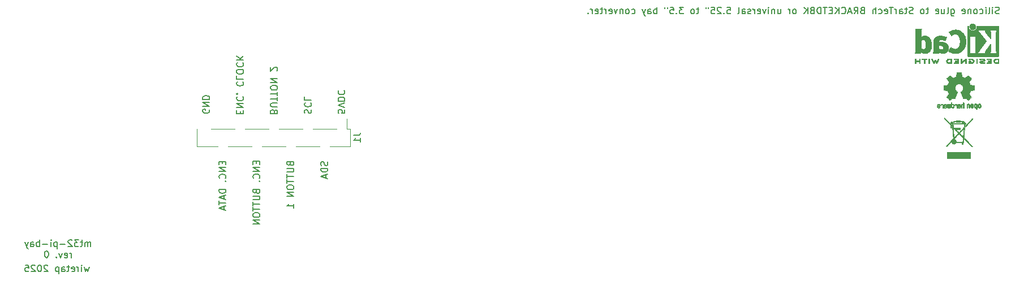
<source format=gbr>
%TF.GenerationSoftware,KiCad,Pcbnew,(5.1.6)-1*%
%TF.CreationDate,2025-04-19T10:28:59-04:00*%
%TF.ProjectId,mt32-pi-bay,6d743332-2d70-4692-9d62-61792e6b6963,rev?*%
%TF.SameCoordinates,Original*%
%TF.FileFunction,Legend,Bot*%
%TF.FilePolarity,Positive*%
%FSLAX46Y46*%
G04 Gerber Fmt 4.6, Leading zero omitted, Abs format (unit mm)*
G04 Created by KiCad (PCBNEW (5.1.6)-1) date 2025-04-19 10:28:59*
%MOMM*%
%LPD*%
G01*
G04 APERTURE LIST*
%ADD10C,0.150000*%
%ADD11C,0.010000*%
%ADD12C,0.120000*%
G04 APERTURE END LIST*
D10*
X83366952Y-109101380D02*
X83366952Y-108434714D01*
X83366952Y-108529952D02*
X83319333Y-108482333D01*
X83224095Y-108434714D01*
X83081238Y-108434714D01*
X82986000Y-108482333D01*
X82938380Y-108577571D01*
X82938380Y-109101380D01*
X82938380Y-108577571D02*
X82890761Y-108482333D01*
X82795523Y-108434714D01*
X82652666Y-108434714D01*
X82557428Y-108482333D01*
X82509809Y-108577571D01*
X82509809Y-109101380D01*
X82176476Y-108434714D02*
X81795523Y-108434714D01*
X82033619Y-108101380D02*
X82033619Y-108958523D01*
X81986000Y-109053761D01*
X81890761Y-109101380D01*
X81795523Y-109101380D01*
X81557428Y-108101380D02*
X80938380Y-108101380D01*
X81271714Y-108482333D01*
X81128857Y-108482333D01*
X81033619Y-108529952D01*
X80986000Y-108577571D01*
X80938380Y-108672809D01*
X80938380Y-108910904D01*
X80986000Y-109006142D01*
X81033619Y-109053761D01*
X81128857Y-109101380D01*
X81414571Y-109101380D01*
X81509809Y-109053761D01*
X81557428Y-109006142D01*
X80557428Y-108196619D02*
X80509809Y-108149000D01*
X80414571Y-108101380D01*
X80176476Y-108101380D01*
X80081238Y-108149000D01*
X80033619Y-108196619D01*
X79986000Y-108291857D01*
X79986000Y-108387095D01*
X80033619Y-108529952D01*
X80605047Y-109101380D01*
X79986000Y-109101380D01*
X79557428Y-108720428D02*
X78795523Y-108720428D01*
X78319333Y-108434714D02*
X78319333Y-109434714D01*
X78319333Y-108482333D02*
X78224095Y-108434714D01*
X78033619Y-108434714D01*
X77938380Y-108482333D01*
X77890761Y-108529952D01*
X77843142Y-108625190D01*
X77843142Y-108910904D01*
X77890761Y-109006142D01*
X77938380Y-109053761D01*
X78033619Y-109101380D01*
X78224095Y-109101380D01*
X78319333Y-109053761D01*
X77414571Y-109101380D02*
X77414571Y-108434714D01*
X77414571Y-108101380D02*
X77462190Y-108149000D01*
X77414571Y-108196619D01*
X77366952Y-108149000D01*
X77414571Y-108101380D01*
X77414571Y-108196619D01*
X76938380Y-108720428D02*
X76176476Y-108720428D01*
X75700285Y-109101380D02*
X75700285Y-108101380D01*
X75700285Y-108482333D02*
X75605047Y-108434714D01*
X75414571Y-108434714D01*
X75319333Y-108482333D01*
X75271714Y-108529952D01*
X75224095Y-108625190D01*
X75224095Y-108910904D01*
X75271714Y-109006142D01*
X75319333Y-109053761D01*
X75414571Y-109101380D01*
X75605047Y-109101380D01*
X75700285Y-109053761D01*
X74366952Y-109101380D02*
X74366952Y-108577571D01*
X74414571Y-108482333D01*
X74509809Y-108434714D01*
X74700285Y-108434714D01*
X74795523Y-108482333D01*
X74366952Y-109053761D02*
X74462190Y-109101380D01*
X74700285Y-109101380D01*
X74795523Y-109053761D01*
X74843142Y-108958523D01*
X74843142Y-108863285D01*
X74795523Y-108768047D01*
X74700285Y-108720428D01*
X74462190Y-108720428D01*
X74366952Y-108672809D01*
X73986000Y-108434714D02*
X73747904Y-109101380D01*
X73509809Y-108434714D02*
X73747904Y-109101380D01*
X73843142Y-109339476D01*
X73890761Y-109387095D01*
X73986000Y-109434714D01*
X80462190Y-110751380D02*
X80462190Y-110084714D01*
X80462190Y-110275190D02*
X80414571Y-110179952D01*
X80366952Y-110132333D01*
X80271714Y-110084714D01*
X80176476Y-110084714D01*
X79462190Y-110703761D02*
X79557428Y-110751380D01*
X79747904Y-110751380D01*
X79843142Y-110703761D01*
X79890761Y-110608523D01*
X79890761Y-110227571D01*
X79843142Y-110132333D01*
X79747904Y-110084714D01*
X79557428Y-110084714D01*
X79462190Y-110132333D01*
X79414571Y-110227571D01*
X79414571Y-110322809D01*
X79890761Y-110418047D01*
X79081238Y-110084714D02*
X78843142Y-110751380D01*
X78605047Y-110084714D01*
X78224095Y-110656142D02*
X78176476Y-110703761D01*
X78224095Y-110751380D01*
X78271714Y-110703761D01*
X78224095Y-110656142D01*
X78224095Y-110751380D01*
X76795523Y-109751380D02*
X76700285Y-109751380D01*
X76605047Y-109799000D01*
X76557428Y-109846619D01*
X76509809Y-109941857D01*
X76462190Y-110132333D01*
X76462190Y-110370428D01*
X76509809Y-110560904D01*
X76557428Y-110656142D01*
X76605047Y-110703761D01*
X76700285Y-110751380D01*
X76795523Y-110751380D01*
X76890761Y-110703761D01*
X76938380Y-110656142D01*
X76986000Y-110560904D01*
X77033619Y-110370428D01*
X77033619Y-110132333D01*
X76986000Y-109941857D01*
X76938380Y-109846619D01*
X76890761Y-109799000D01*
X76795523Y-109751380D01*
X83128833Y-112180714D02*
X82938357Y-112847380D01*
X82747880Y-112371190D01*
X82557404Y-112847380D01*
X82366928Y-112180714D01*
X81985976Y-112847380D02*
X81985976Y-112180714D01*
X81985976Y-111847380D02*
X82033595Y-111895000D01*
X81985976Y-111942619D01*
X81938357Y-111895000D01*
X81985976Y-111847380D01*
X81985976Y-111942619D01*
X81509785Y-112847380D02*
X81509785Y-112180714D01*
X81509785Y-112371190D02*
X81462166Y-112275952D01*
X81414547Y-112228333D01*
X81319309Y-112180714D01*
X81224071Y-112180714D01*
X80509785Y-112799761D02*
X80605023Y-112847380D01*
X80795500Y-112847380D01*
X80890738Y-112799761D01*
X80938357Y-112704523D01*
X80938357Y-112323571D01*
X80890738Y-112228333D01*
X80795500Y-112180714D01*
X80605023Y-112180714D01*
X80509785Y-112228333D01*
X80462166Y-112323571D01*
X80462166Y-112418809D01*
X80938357Y-112514047D01*
X80176452Y-112180714D02*
X79795500Y-112180714D01*
X80033595Y-111847380D02*
X80033595Y-112704523D01*
X79985976Y-112799761D01*
X79890738Y-112847380D01*
X79795500Y-112847380D01*
X79033595Y-112847380D02*
X79033595Y-112323571D01*
X79081214Y-112228333D01*
X79176452Y-112180714D01*
X79366928Y-112180714D01*
X79462166Y-112228333D01*
X79033595Y-112799761D02*
X79128833Y-112847380D01*
X79366928Y-112847380D01*
X79462166Y-112799761D01*
X79509785Y-112704523D01*
X79509785Y-112609285D01*
X79462166Y-112514047D01*
X79366928Y-112466428D01*
X79128833Y-112466428D01*
X79033595Y-112418809D01*
X78557404Y-112180714D02*
X78557404Y-113180714D01*
X78557404Y-112228333D02*
X78462166Y-112180714D01*
X78271690Y-112180714D01*
X78176452Y-112228333D01*
X78128833Y-112275952D01*
X78081214Y-112371190D01*
X78081214Y-112656904D01*
X78128833Y-112752142D01*
X78176452Y-112799761D01*
X78271690Y-112847380D01*
X78462166Y-112847380D01*
X78557404Y-112799761D01*
X76938357Y-111942619D02*
X76890738Y-111895000D01*
X76795500Y-111847380D01*
X76557404Y-111847380D01*
X76462166Y-111895000D01*
X76414547Y-111942619D01*
X76366928Y-112037857D01*
X76366928Y-112133095D01*
X76414547Y-112275952D01*
X76985976Y-112847380D01*
X76366928Y-112847380D01*
X75747880Y-111847380D02*
X75652642Y-111847380D01*
X75557404Y-111895000D01*
X75509785Y-111942619D01*
X75462166Y-112037857D01*
X75414547Y-112228333D01*
X75414547Y-112466428D01*
X75462166Y-112656904D01*
X75509785Y-112752142D01*
X75557404Y-112799761D01*
X75652642Y-112847380D01*
X75747880Y-112847380D01*
X75843119Y-112799761D01*
X75890738Y-112752142D01*
X75938357Y-112656904D01*
X75985976Y-112466428D01*
X75985976Y-112228333D01*
X75938357Y-112037857D01*
X75890738Y-111942619D01*
X75843119Y-111895000D01*
X75747880Y-111847380D01*
X75033595Y-111942619D02*
X74985976Y-111895000D01*
X74890738Y-111847380D01*
X74652642Y-111847380D01*
X74557404Y-111895000D01*
X74509785Y-111942619D01*
X74462166Y-112037857D01*
X74462166Y-112133095D01*
X74509785Y-112275952D01*
X75081214Y-112847380D01*
X74462166Y-112847380D01*
X73557404Y-111847380D02*
X74033595Y-111847380D01*
X74081214Y-112323571D01*
X74033595Y-112275952D01*
X73938357Y-112228333D01*
X73700261Y-112228333D01*
X73605023Y-112275952D01*
X73557404Y-112323571D01*
X73509785Y-112418809D01*
X73509785Y-112656904D01*
X73557404Y-112752142D01*
X73605023Y-112799761D01*
X73700261Y-112847380D01*
X73938357Y-112847380D01*
X74033595Y-112799761D01*
X74081214Y-112752142D01*
X219317214Y-74191761D02*
X219174357Y-74239380D01*
X218936261Y-74239380D01*
X218841023Y-74191761D01*
X218793404Y-74144142D01*
X218745785Y-74048904D01*
X218745785Y-73953666D01*
X218793404Y-73858428D01*
X218841023Y-73810809D01*
X218936261Y-73763190D01*
X219126738Y-73715571D01*
X219221976Y-73667952D01*
X219269595Y-73620333D01*
X219317214Y-73525095D01*
X219317214Y-73429857D01*
X219269595Y-73334619D01*
X219221976Y-73287000D01*
X219126738Y-73239380D01*
X218888642Y-73239380D01*
X218745785Y-73287000D01*
X218317214Y-74239380D02*
X218317214Y-73572714D01*
X218317214Y-73239380D02*
X218364833Y-73287000D01*
X218317214Y-73334619D01*
X218269595Y-73287000D01*
X218317214Y-73239380D01*
X218317214Y-73334619D01*
X217698166Y-74239380D02*
X217793404Y-74191761D01*
X217841023Y-74096523D01*
X217841023Y-73239380D01*
X217317214Y-74239380D02*
X217317214Y-73572714D01*
X217317214Y-73239380D02*
X217364833Y-73287000D01*
X217317214Y-73334619D01*
X217269595Y-73287000D01*
X217317214Y-73239380D01*
X217317214Y-73334619D01*
X216412452Y-74191761D02*
X216507690Y-74239380D01*
X216698166Y-74239380D01*
X216793404Y-74191761D01*
X216841023Y-74144142D01*
X216888642Y-74048904D01*
X216888642Y-73763190D01*
X216841023Y-73667952D01*
X216793404Y-73620333D01*
X216698166Y-73572714D01*
X216507690Y-73572714D01*
X216412452Y-73620333D01*
X215841023Y-74239380D02*
X215936261Y-74191761D01*
X215983880Y-74144142D01*
X216031499Y-74048904D01*
X216031499Y-73763190D01*
X215983880Y-73667952D01*
X215936261Y-73620333D01*
X215841023Y-73572714D01*
X215698166Y-73572714D01*
X215602928Y-73620333D01*
X215555309Y-73667952D01*
X215507690Y-73763190D01*
X215507690Y-74048904D01*
X215555309Y-74144142D01*
X215602928Y-74191761D01*
X215698166Y-74239380D01*
X215841023Y-74239380D01*
X215079119Y-73572714D02*
X215079119Y-74239380D01*
X215079119Y-73667952D02*
X215031499Y-73620333D01*
X214936261Y-73572714D01*
X214793404Y-73572714D01*
X214698166Y-73620333D01*
X214650547Y-73715571D01*
X214650547Y-74239380D01*
X213793404Y-74191761D02*
X213888642Y-74239380D01*
X214079119Y-74239380D01*
X214174357Y-74191761D01*
X214221976Y-74096523D01*
X214221976Y-73715571D01*
X214174357Y-73620333D01*
X214079119Y-73572714D01*
X213888642Y-73572714D01*
X213793404Y-73620333D01*
X213745785Y-73715571D01*
X213745785Y-73810809D01*
X214221976Y-73906047D01*
X212126738Y-73572714D02*
X212126738Y-74382238D01*
X212174357Y-74477476D01*
X212221976Y-74525095D01*
X212317214Y-74572714D01*
X212460071Y-74572714D01*
X212555309Y-74525095D01*
X212126738Y-74191761D02*
X212221976Y-74239380D01*
X212412452Y-74239380D01*
X212507690Y-74191761D01*
X212555309Y-74144142D01*
X212602928Y-74048904D01*
X212602928Y-73763190D01*
X212555309Y-73667952D01*
X212507690Y-73620333D01*
X212412452Y-73572714D01*
X212221976Y-73572714D01*
X212126738Y-73620333D01*
X211507690Y-74239380D02*
X211602928Y-74191761D01*
X211650547Y-74096523D01*
X211650547Y-73239380D01*
X210698166Y-73572714D02*
X210698166Y-74239380D01*
X211126738Y-73572714D02*
X211126738Y-74096523D01*
X211079119Y-74191761D01*
X210983880Y-74239380D01*
X210841023Y-74239380D01*
X210745785Y-74191761D01*
X210698166Y-74144142D01*
X209841023Y-74191761D02*
X209936261Y-74239380D01*
X210126738Y-74239380D01*
X210221976Y-74191761D01*
X210269595Y-74096523D01*
X210269595Y-73715571D01*
X210221976Y-73620333D01*
X210126738Y-73572714D01*
X209936261Y-73572714D01*
X209841023Y-73620333D01*
X209793404Y-73715571D01*
X209793404Y-73810809D01*
X210269595Y-73906047D01*
X208745785Y-73572714D02*
X208364833Y-73572714D01*
X208602928Y-73239380D02*
X208602928Y-74096523D01*
X208555309Y-74191761D01*
X208460071Y-74239380D01*
X208364833Y-74239380D01*
X207888642Y-74239380D02*
X207983880Y-74191761D01*
X208031499Y-74144142D01*
X208079119Y-74048904D01*
X208079119Y-73763190D01*
X208031499Y-73667952D01*
X207983880Y-73620333D01*
X207888642Y-73572714D01*
X207745785Y-73572714D01*
X207650547Y-73620333D01*
X207602928Y-73667952D01*
X207555309Y-73763190D01*
X207555309Y-74048904D01*
X207602928Y-74144142D01*
X207650547Y-74191761D01*
X207745785Y-74239380D01*
X207888642Y-74239380D01*
X206412452Y-74191761D02*
X206269595Y-74239380D01*
X206031499Y-74239380D01*
X205936261Y-74191761D01*
X205888642Y-74144142D01*
X205841023Y-74048904D01*
X205841023Y-73953666D01*
X205888642Y-73858428D01*
X205936261Y-73810809D01*
X206031499Y-73763190D01*
X206221976Y-73715571D01*
X206317214Y-73667952D01*
X206364833Y-73620333D01*
X206412452Y-73525095D01*
X206412452Y-73429857D01*
X206364833Y-73334619D01*
X206317214Y-73287000D01*
X206221976Y-73239380D01*
X205983880Y-73239380D01*
X205841023Y-73287000D01*
X205555309Y-73572714D02*
X205174357Y-73572714D01*
X205412452Y-73239380D02*
X205412452Y-74096523D01*
X205364833Y-74191761D01*
X205269595Y-74239380D01*
X205174357Y-74239380D01*
X204412452Y-74239380D02*
X204412452Y-73715571D01*
X204460071Y-73620333D01*
X204555309Y-73572714D01*
X204745785Y-73572714D01*
X204841023Y-73620333D01*
X204412452Y-74191761D02*
X204507690Y-74239380D01*
X204745785Y-74239380D01*
X204841023Y-74191761D01*
X204888642Y-74096523D01*
X204888642Y-74001285D01*
X204841023Y-73906047D01*
X204745785Y-73858428D01*
X204507690Y-73858428D01*
X204412452Y-73810809D01*
X203936261Y-74239380D02*
X203936261Y-73572714D01*
X203936261Y-73763190D02*
X203888642Y-73667952D01*
X203841023Y-73620333D01*
X203745785Y-73572714D01*
X203650547Y-73572714D01*
X203460071Y-73239380D02*
X202888642Y-73239380D01*
X203174357Y-74239380D02*
X203174357Y-73239380D01*
X202174357Y-74191761D02*
X202269595Y-74239380D01*
X202460071Y-74239380D01*
X202555309Y-74191761D01*
X202602928Y-74096523D01*
X202602928Y-73715571D01*
X202555309Y-73620333D01*
X202460071Y-73572714D01*
X202269595Y-73572714D01*
X202174357Y-73620333D01*
X202126738Y-73715571D01*
X202126738Y-73810809D01*
X202602928Y-73906047D01*
X201269595Y-74191761D02*
X201364833Y-74239380D01*
X201555309Y-74239380D01*
X201650547Y-74191761D01*
X201698166Y-74144142D01*
X201745785Y-74048904D01*
X201745785Y-73763190D01*
X201698166Y-73667952D01*
X201650547Y-73620333D01*
X201555309Y-73572714D01*
X201364833Y-73572714D01*
X201269595Y-73620333D01*
X200841023Y-74239380D02*
X200841023Y-73239380D01*
X200412452Y-74239380D02*
X200412452Y-73715571D01*
X200460071Y-73620333D01*
X200555309Y-73572714D01*
X200698166Y-73572714D01*
X200793404Y-73620333D01*
X200841023Y-73667952D01*
X198841023Y-73715571D02*
X198698166Y-73763190D01*
X198650547Y-73810809D01*
X198602928Y-73906047D01*
X198602928Y-74048904D01*
X198650547Y-74144142D01*
X198698166Y-74191761D01*
X198793404Y-74239380D01*
X199174357Y-74239380D01*
X199174357Y-73239380D01*
X198841023Y-73239380D01*
X198745785Y-73287000D01*
X198698166Y-73334619D01*
X198650547Y-73429857D01*
X198650547Y-73525095D01*
X198698166Y-73620333D01*
X198745785Y-73667952D01*
X198841023Y-73715571D01*
X199174357Y-73715571D01*
X197602928Y-74239380D02*
X197936261Y-73763190D01*
X198174357Y-74239380D02*
X198174357Y-73239380D01*
X197793404Y-73239380D01*
X197698166Y-73287000D01*
X197650547Y-73334619D01*
X197602928Y-73429857D01*
X197602928Y-73572714D01*
X197650547Y-73667952D01*
X197698166Y-73715571D01*
X197793404Y-73763190D01*
X198174357Y-73763190D01*
X197221976Y-73953666D02*
X196745785Y-73953666D01*
X197317214Y-74239380D02*
X196983880Y-73239380D01*
X196650547Y-74239380D01*
X195745785Y-74144142D02*
X195793404Y-74191761D01*
X195936261Y-74239380D01*
X196031499Y-74239380D01*
X196174357Y-74191761D01*
X196269595Y-74096523D01*
X196317214Y-74001285D01*
X196364833Y-73810809D01*
X196364833Y-73667952D01*
X196317214Y-73477476D01*
X196269595Y-73382238D01*
X196174357Y-73287000D01*
X196031499Y-73239380D01*
X195936261Y-73239380D01*
X195793404Y-73287000D01*
X195745785Y-73334619D01*
X195317214Y-74239380D02*
X195317214Y-73239380D01*
X194745785Y-74239380D02*
X195174357Y-73667952D01*
X194745785Y-73239380D02*
X195317214Y-73810809D01*
X194317214Y-73715571D02*
X193983880Y-73715571D01*
X193841023Y-74239380D02*
X194317214Y-74239380D01*
X194317214Y-73239380D01*
X193841023Y-73239380D01*
X193555309Y-73239380D02*
X192983880Y-73239380D01*
X193269595Y-74239380D02*
X193269595Y-73239380D01*
X192650547Y-74239380D02*
X192650547Y-73239380D01*
X192412452Y-73239380D01*
X192269595Y-73287000D01*
X192174357Y-73382238D01*
X192126738Y-73477476D01*
X192079119Y-73667952D01*
X192079119Y-73810809D01*
X192126738Y-74001285D01*
X192174357Y-74096523D01*
X192269595Y-74191761D01*
X192412452Y-74239380D01*
X192650547Y-74239380D01*
X191317214Y-73715571D02*
X191174357Y-73763190D01*
X191126738Y-73810809D01*
X191079119Y-73906047D01*
X191079119Y-74048904D01*
X191126738Y-74144142D01*
X191174357Y-74191761D01*
X191269595Y-74239380D01*
X191650547Y-74239380D01*
X191650547Y-73239380D01*
X191317214Y-73239380D01*
X191221976Y-73287000D01*
X191174357Y-73334619D01*
X191126738Y-73429857D01*
X191126738Y-73525095D01*
X191174357Y-73620333D01*
X191221976Y-73667952D01*
X191317214Y-73715571D01*
X191650547Y-73715571D01*
X190650547Y-74239380D02*
X190650547Y-73239380D01*
X190079119Y-74239380D02*
X190507690Y-73667952D01*
X190079119Y-73239380D02*
X190650547Y-73810809D01*
X188745785Y-74239380D02*
X188841023Y-74191761D01*
X188888642Y-74144142D01*
X188936261Y-74048904D01*
X188936261Y-73763190D01*
X188888642Y-73667952D01*
X188841023Y-73620333D01*
X188745785Y-73572714D01*
X188602928Y-73572714D01*
X188507690Y-73620333D01*
X188460071Y-73667952D01*
X188412452Y-73763190D01*
X188412452Y-74048904D01*
X188460071Y-74144142D01*
X188507690Y-74191761D01*
X188602928Y-74239380D01*
X188745785Y-74239380D01*
X187983880Y-74239380D02*
X187983880Y-73572714D01*
X187983880Y-73763190D02*
X187936261Y-73667952D01*
X187888642Y-73620333D01*
X187793404Y-73572714D01*
X187698166Y-73572714D01*
X186174357Y-73572714D02*
X186174357Y-74239380D01*
X186602928Y-73572714D02*
X186602928Y-74096523D01*
X186555309Y-74191761D01*
X186460071Y-74239380D01*
X186317214Y-74239380D01*
X186221976Y-74191761D01*
X186174357Y-74144142D01*
X185698166Y-73572714D02*
X185698166Y-74239380D01*
X185698166Y-73667952D02*
X185650547Y-73620333D01*
X185555309Y-73572714D01*
X185412452Y-73572714D01*
X185317214Y-73620333D01*
X185269595Y-73715571D01*
X185269595Y-74239380D01*
X184793404Y-74239380D02*
X184793404Y-73572714D01*
X184793404Y-73239380D02*
X184841023Y-73287000D01*
X184793404Y-73334619D01*
X184745785Y-73287000D01*
X184793404Y-73239380D01*
X184793404Y-73334619D01*
X184412452Y-73572714D02*
X184174357Y-74239380D01*
X183936261Y-73572714D01*
X183174357Y-74191761D02*
X183269595Y-74239380D01*
X183460071Y-74239380D01*
X183555309Y-74191761D01*
X183602928Y-74096523D01*
X183602928Y-73715571D01*
X183555309Y-73620333D01*
X183460071Y-73572714D01*
X183269595Y-73572714D01*
X183174357Y-73620333D01*
X183126738Y-73715571D01*
X183126738Y-73810809D01*
X183602928Y-73906047D01*
X182698166Y-74239380D02*
X182698166Y-73572714D01*
X182698166Y-73763190D02*
X182650547Y-73667952D01*
X182602928Y-73620333D01*
X182507690Y-73572714D01*
X182412452Y-73572714D01*
X182126738Y-74191761D02*
X182031499Y-74239380D01*
X181841023Y-74239380D01*
X181745785Y-74191761D01*
X181698166Y-74096523D01*
X181698166Y-74048904D01*
X181745785Y-73953666D01*
X181841023Y-73906047D01*
X181983880Y-73906047D01*
X182079119Y-73858428D01*
X182126738Y-73763190D01*
X182126738Y-73715571D01*
X182079119Y-73620333D01*
X181983880Y-73572714D01*
X181841023Y-73572714D01*
X181745785Y-73620333D01*
X180841023Y-74239380D02*
X180841023Y-73715571D01*
X180888642Y-73620333D01*
X180983880Y-73572714D01*
X181174357Y-73572714D01*
X181269595Y-73620333D01*
X180841023Y-74191761D02*
X180936261Y-74239380D01*
X181174357Y-74239380D01*
X181269595Y-74191761D01*
X181317214Y-74096523D01*
X181317214Y-74001285D01*
X181269595Y-73906047D01*
X181174357Y-73858428D01*
X180936261Y-73858428D01*
X180841023Y-73810809D01*
X180221976Y-74239380D02*
X180317214Y-74191761D01*
X180364833Y-74096523D01*
X180364833Y-73239380D01*
X178602928Y-73239380D02*
X179079119Y-73239380D01*
X179126738Y-73715571D01*
X179079119Y-73667952D01*
X178983880Y-73620333D01*
X178745785Y-73620333D01*
X178650547Y-73667952D01*
X178602928Y-73715571D01*
X178555309Y-73810809D01*
X178555309Y-74048904D01*
X178602928Y-74144142D01*
X178650547Y-74191761D01*
X178745785Y-74239380D01*
X178983880Y-74239380D01*
X179079119Y-74191761D01*
X179126738Y-74144142D01*
X178126738Y-74144142D02*
X178079119Y-74191761D01*
X178126738Y-74239380D01*
X178174357Y-74191761D01*
X178126738Y-74144142D01*
X178126738Y-74239380D01*
X177698166Y-73334619D02*
X177650547Y-73287000D01*
X177555309Y-73239380D01*
X177317214Y-73239380D01*
X177221976Y-73287000D01*
X177174357Y-73334619D01*
X177126738Y-73429857D01*
X177126738Y-73525095D01*
X177174357Y-73667952D01*
X177745785Y-74239380D01*
X177126738Y-74239380D01*
X176221976Y-73239380D02*
X176698166Y-73239380D01*
X176745785Y-73715571D01*
X176698166Y-73667952D01*
X176602928Y-73620333D01*
X176364833Y-73620333D01*
X176269595Y-73667952D01*
X176221976Y-73715571D01*
X176174357Y-73810809D01*
X176174357Y-74048904D01*
X176221976Y-74144142D01*
X176269595Y-74191761D01*
X176364833Y-74239380D01*
X176602928Y-74239380D01*
X176698166Y-74191761D01*
X176745785Y-74144142D01*
X175793404Y-73239380D02*
X175793404Y-73429857D01*
X175412452Y-73239380D02*
X175412452Y-73429857D01*
X174364833Y-73572714D02*
X173983880Y-73572714D01*
X174221976Y-73239380D02*
X174221976Y-74096523D01*
X174174357Y-74191761D01*
X174079119Y-74239380D01*
X173983880Y-74239380D01*
X173507690Y-74239380D02*
X173602928Y-74191761D01*
X173650547Y-74144142D01*
X173698166Y-74048904D01*
X173698166Y-73763190D01*
X173650547Y-73667952D01*
X173602928Y-73620333D01*
X173507690Y-73572714D01*
X173364833Y-73572714D01*
X173269595Y-73620333D01*
X173221976Y-73667952D01*
X173174357Y-73763190D01*
X173174357Y-74048904D01*
X173221976Y-74144142D01*
X173269595Y-74191761D01*
X173364833Y-74239380D01*
X173507690Y-74239380D01*
X172079119Y-73239380D02*
X171460071Y-73239380D01*
X171793404Y-73620333D01*
X171650547Y-73620333D01*
X171555309Y-73667952D01*
X171507690Y-73715571D01*
X171460071Y-73810809D01*
X171460071Y-74048904D01*
X171507690Y-74144142D01*
X171555309Y-74191761D01*
X171650547Y-74239380D01*
X171936261Y-74239380D01*
X172031499Y-74191761D01*
X172079119Y-74144142D01*
X171031499Y-74144142D02*
X170983880Y-74191761D01*
X171031499Y-74239380D01*
X171079119Y-74191761D01*
X171031499Y-74144142D01*
X171031499Y-74239380D01*
X170079119Y-73239380D02*
X170555309Y-73239380D01*
X170602928Y-73715571D01*
X170555309Y-73667952D01*
X170460071Y-73620333D01*
X170221976Y-73620333D01*
X170126738Y-73667952D01*
X170079119Y-73715571D01*
X170031500Y-73810809D01*
X170031500Y-74048904D01*
X170079119Y-74144142D01*
X170126738Y-74191761D01*
X170221976Y-74239380D01*
X170460071Y-74239380D01*
X170555309Y-74191761D01*
X170602928Y-74144142D01*
X169650547Y-73239380D02*
X169650547Y-73429857D01*
X169269595Y-73239380D02*
X169269595Y-73429857D01*
X168079119Y-74239380D02*
X168079119Y-73239380D01*
X168079119Y-73620333D02*
X167983880Y-73572714D01*
X167793404Y-73572714D01*
X167698166Y-73620333D01*
X167650547Y-73667952D01*
X167602928Y-73763190D01*
X167602928Y-74048904D01*
X167650547Y-74144142D01*
X167698166Y-74191761D01*
X167793404Y-74239380D01*
X167983880Y-74239380D01*
X168079119Y-74191761D01*
X166745785Y-74239380D02*
X166745785Y-73715571D01*
X166793404Y-73620333D01*
X166888642Y-73572714D01*
X167079119Y-73572714D01*
X167174357Y-73620333D01*
X166745785Y-74191761D02*
X166841023Y-74239380D01*
X167079119Y-74239380D01*
X167174357Y-74191761D01*
X167221976Y-74096523D01*
X167221976Y-74001285D01*
X167174357Y-73906047D01*
X167079119Y-73858428D01*
X166841023Y-73858428D01*
X166745785Y-73810809D01*
X166364833Y-73572714D02*
X166126738Y-74239380D01*
X165888642Y-73572714D02*
X166126738Y-74239380D01*
X166221976Y-74477476D01*
X166269595Y-74525095D01*
X166364833Y-74572714D01*
X164317214Y-74191761D02*
X164412452Y-74239380D01*
X164602928Y-74239380D01*
X164698166Y-74191761D01*
X164745785Y-74144142D01*
X164793404Y-74048904D01*
X164793404Y-73763190D01*
X164745785Y-73667952D01*
X164698166Y-73620333D01*
X164602928Y-73572714D01*
X164412452Y-73572714D01*
X164317214Y-73620333D01*
X163745785Y-74239380D02*
X163841023Y-74191761D01*
X163888642Y-74144142D01*
X163936261Y-74048904D01*
X163936261Y-73763190D01*
X163888642Y-73667952D01*
X163841023Y-73620333D01*
X163745785Y-73572714D01*
X163602928Y-73572714D01*
X163507690Y-73620333D01*
X163460071Y-73667952D01*
X163412452Y-73763190D01*
X163412452Y-74048904D01*
X163460071Y-74144142D01*
X163507690Y-74191761D01*
X163602928Y-74239380D01*
X163745785Y-74239380D01*
X162983880Y-73572714D02*
X162983880Y-74239380D01*
X162983880Y-73667952D02*
X162936261Y-73620333D01*
X162841023Y-73572714D01*
X162698166Y-73572714D01*
X162602928Y-73620333D01*
X162555309Y-73715571D01*
X162555309Y-74239380D01*
X162174357Y-73572714D02*
X161936261Y-74239380D01*
X161698166Y-73572714D01*
X160936261Y-74191761D02*
X161031500Y-74239380D01*
X161221976Y-74239380D01*
X161317214Y-74191761D01*
X161364833Y-74096523D01*
X161364833Y-73715571D01*
X161317214Y-73620333D01*
X161221976Y-73572714D01*
X161031500Y-73572714D01*
X160936261Y-73620333D01*
X160888642Y-73715571D01*
X160888642Y-73810809D01*
X161364833Y-73906047D01*
X160460071Y-74239380D02*
X160460071Y-73572714D01*
X160460071Y-73763190D02*
X160412452Y-73667952D01*
X160364833Y-73620333D01*
X160269595Y-73572714D01*
X160174357Y-73572714D01*
X159983880Y-73572714D02*
X159602928Y-73572714D01*
X159841023Y-73239380D02*
X159841023Y-74096523D01*
X159793404Y-74191761D01*
X159698166Y-74239380D01*
X159602928Y-74239380D01*
X158888642Y-74191761D02*
X158983880Y-74239380D01*
X159174357Y-74239380D01*
X159269595Y-74191761D01*
X159317214Y-74096523D01*
X159317214Y-73715571D01*
X159269595Y-73620333D01*
X159174357Y-73572714D01*
X158983880Y-73572714D01*
X158888642Y-73620333D01*
X158841023Y-73715571D01*
X158841023Y-73810809D01*
X159317214Y-73906047D01*
X158412452Y-74239380D02*
X158412452Y-73572714D01*
X158412452Y-73763190D02*
X158364833Y-73667952D01*
X158317214Y-73620333D01*
X158221976Y-73572714D01*
X158126738Y-73572714D01*
X157793404Y-74144142D02*
X157745785Y-74191761D01*
X157793404Y-74239380D01*
X157841023Y-74191761D01*
X157793404Y-74144142D01*
X157793404Y-74239380D01*
X101084000Y-88582404D02*
X101131619Y-88677642D01*
X101131619Y-88820500D01*
X101084000Y-88963357D01*
X100988761Y-89058595D01*
X100893523Y-89106214D01*
X100703047Y-89153833D01*
X100560190Y-89153833D01*
X100369714Y-89106214D01*
X100274476Y-89058595D01*
X100179238Y-88963357D01*
X100131619Y-88820500D01*
X100131619Y-88725261D01*
X100179238Y-88582404D01*
X100226857Y-88534785D01*
X100560190Y-88534785D01*
X100560190Y-88725261D01*
X100131619Y-88106214D02*
X101131619Y-88106214D01*
X100131619Y-87534785D01*
X101131619Y-87534785D01*
X100131619Y-87058595D02*
X101131619Y-87058595D01*
X101131619Y-86820500D01*
X101084000Y-86677642D01*
X100988761Y-86582404D01*
X100893523Y-86534785D01*
X100703047Y-86487166D01*
X100560190Y-86487166D01*
X100369714Y-86534785D01*
X100274476Y-86582404D01*
X100179238Y-86677642D01*
X100131619Y-86820500D01*
X100131619Y-87058595D01*
X103052571Y-96353761D02*
X103052571Y-96687095D01*
X103576380Y-96829952D02*
X103576380Y-96353761D01*
X102576380Y-96353761D01*
X102576380Y-96829952D01*
X103576380Y-97258523D02*
X102576380Y-97258523D01*
X103576380Y-97829952D01*
X102576380Y-97829952D01*
X103481142Y-98877571D02*
X103528761Y-98829952D01*
X103576380Y-98687095D01*
X103576380Y-98591857D01*
X103528761Y-98449000D01*
X103433523Y-98353761D01*
X103338285Y-98306142D01*
X103147809Y-98258523D01*
X103004952Y-98258523D01*
X102814476Y-98306142D01*
X102719238Y-98353761D01*
X102624000Y-98449000D01*
X102576380Y-98591857D01*
X102576380Y-98687095D01*
X102624000Y-98829952D01*
X102671619Y-98877571D01*
X103481142Y-99306142D02*
X103528761Y-99353761D01*
X103576380Y-99306142D01*
X103528761Y-99258523D01*
X103481142Y-99306142D01*
X103576380Y-99306142D01*
X103576380Y-100544238D02*
X102576380Y-100544238D01*
X102576380Y-100782333D01*
X102624000Y-100925190D01*
X102719238Y-101020428D01*
X102814476Y-101068047D01*
X103004952Y-101115666D01*
X103147809Y-101115666D01*
X103338285Y-101068047D01*
X103433523Y-101020428D01*
X103528761Y-100925190D01*
X103576380Y-100782333D01*
X103576380Y-100544238D01*
X103290666Y-101496619D02*
X103290666Y-101972809D01*
X103576380Y-101401380D02*
X102576380Y-101734714D01*
X103576380Y-102068047D01*
X102576380Y-102258523D02*
X102576380Y-102829952D01*
X103576380Y-102544238D02*
X102576380Y-102544238D01*
X103290666Y-103115666D02*
X103290666Y-103591857D01*
X103576380Y-103020428D02*
X102576380Y-103353761D01*
X103576380Y-103687095D01*
X105735428Y-89185214D02*
X105735428Y-88851880D01*
X105211619Y-88709023D02*
X105211619Y-89185214D01*
X106211619Y-89185214D01*
X106211619Y-88709023D01*
X105211619Y-88280452D02*
X106211619Y-88280452D01*
X105211619Y-87709023D01*
X106211619Y-87709023D01*
X105306857Y-86661404D02*
X105259238Y-86709023D01*
X105211619Y-86851880D01*
X105211619Y-86947119D01*
X105259238Y-87089976D01*
X105354476Y-87185214D01*
X105449714Y-87232833D01*
X105640190Y-87280452D01*
X105783047Y-87280452D01*
X105973523Y-87232833D01*
X106068761Y-87185214D01*
X106164000Y-87089976D01*
X106211619Y-86947119D01*
X106211619Y-86851880D01*
X106164000Y-86709023D01*
X106116380Y-86661404D01*
X105306857Y-86232833D02*
X105259238Y-86185214D01*
X105211619Y-86232833D01*
X105259238Y-86280452D01*
X105306857Y-86232833D01*
X105211619Y-86232833D01*
X105306857Y-84423309D02*
X105259238Y-84470928D01*
X105211619Y-84613785D01*
X105211619Y-84709023D01*
X105259238Y-84851880D01*
X105354476Y-84947119D01*
X105449714Y-84994738D01*
X105640190Y-85042357D01*
X105783047Y-85042357D01*
X105973523Y-84994738D01*
X106068761Y-84947119D01*
X106164000Y-84851880D01*
X106211619Y-84709023D01*
X106211619Y-84613785D01*
X106164000Y-84470928D01*
X106116380Y-84423309D01*
X105211619Y-83518547D02*
X105211619Y-83994738D01*
X106211619Y-83994738D01*
X106211619Y-82994738D02*
X106211619Y-82804261D01*
X106164000Y-82709023D01*
X106068761Y-82613785D01*
X105878285Y-82566166D01*
X105544952Y-82566166D01*
X105354476Y-82613785D01*
X105259238Y-82709023D01*
X105211619Y-82804261D01*
X105211619Y-82994738D01*
X105259238Y-83089976D01*
X105354476Y-83185214D01*
X105544952Y-83232833D01*
X105878285Y-83232833D01*
X106068761Y-83185214D01*
X106164000Y-83089976D01*
X106211619Y-82994738D01*
X105306857Y-81566166D02*
X105259238Y-81613785D01*
X105211619Y-81756642D01*
X105211619Y-81851880D01*
X105259238Y-81994738D01*
X105354476Y-82089976D01*
X105449714Y-82137595D01*
X105640190Y-82185214D01*
X105783047Y-82185214D01*
X105973523Y-82137595D01*
X106068761Y-82089976D01*
X106164000Y-81994738D01*
X106211619Y-81851880D01*
X106211619Y-81756642D01*
X106164000Y-81613785D01*
X106116380Y-81566166D01*
X105211619Y-81137595D02*
X106211619Y-81137595D01*
X105211619Y-80566166D02*
X105783047Y-80994738D01*
X106211619Y-80566166D02*
X105640190Y-81137595D01*
X108132571Y-96338023D02*
X108132571Y-96671357D01*
X108656380Y-96814214D02*
X108656380Y-96338023D01*
X107656380Y-96338023D01*
X107656380Y-96814214D01*
X108656380Y-97242785D02*
X107656380Y-97242785D01*
X108656380Y-97814214D01*
X107656380Y-97814214D01*
X108561142Y-98861833D02*
X108608761Y-98814214D01*
X108656380Y-98671357D01*
X108656380Y-98576119D01*
X108608761Y-98433261D01*
X108513523Y-98338023D01*
X108418285Y-98290404D01*
X108227809Y-98242785D01*
X108084952Y-98242785D01*
X107894476Y-98290404D01*
X107799238Y-98338023D01*
X107704000Y-98433261D01*
X107656380Y-98576119D01*
X107656380Y-98671357D01*
X107704000Y-98814214D01*
X107751619Y-98861833D01*
X108561142Y-99290404D02*
X108608761Y-99338023D01*
X108656380Y-99290404D01*
X108608761Y-99242785D01*
X108561142Y-99290404D01*
X108656380Y-99290404D01*
X108132571Y-100861833D02*
X108180190Y-101004690D01*
X108227809Y-101052309D01*
X108323047Y-101099928D01*
X108465904Y-101099928D01*
X108561142Y-101052309D01*
X108608761Y-101004690D01*
X108656380Y-100909452D01*
X108656380Y-100528500D01*
X107656380Y-100528500D01*
X107656380Y-100861833D01*
X107704000Y-100957071D01*
X107751619Y-101004690D01*
X107846857Y-101052309D01*
X107942095Y-101052309D01*
X108037333Y-101004690D01*
X108084952Y-100957071D01*
X108132571Y-100861833D01*
X108132571Y-100528500D01*
X107656380Y-101528500D02*
X108465904Y-101528500D01*
X108561142Y-101576119D01*
X108608761Y-101623738D01*
X108656380Y-101718976D01*
X108656380Y-101909452D01*
X108608761Y-102004690D01*
X108561142Y-102052309D01*
X108465904Y-102099928D01*
X107656380Y-102099928D01*
X107656380Y-102433261D02*
X107656380Y-103004690D01*
X108656380Y-102718976D02*
X107656380Y-102718976D01*
X107656380Y-103195166D02*
X107656380Y-103766595D01*
X108656380Y-103480880D02*
X107656380Y-103480880D01*
X107656380Y-104290404D02*
X107656380Y-104480880D01*
X107704000Y-104576119D01*
X107799238Y-104671357D01*
X107989714Y-104718976D01*
X108323047Y-104718976D01*
X108513523Y-104671357D01*
X108608761Y-104576119D01*
X108656380Y-104480880D01*
X108656380Y-104290404D01*
X108608761Y-104195166D01*
X108513523Y-104099928D01*
X108323047Y-104052309D01*
X107989714Y-104052309D01*
X107799238Y-104099928D01*
X107704000Y-104195166D01*
X107656380Y-104290404D01*
X108656380Y-105147547D02*
X107656380Y-105147547D01*
X108656380Y-105718976D01*
X107656380Y-105718976D01*
X110815428Y-88844047D02*
X110767809Y-88701190D01*
X110720190Y-88653571D01*
X110624952Y-88605952D01*
X110482095Y-88605952D01*
X110386857Y-88653571D01*
X110339238Y-88701190D01*
X110291619Y-88796428D01*
X110291619Y-89177380D01*
X111291619Y-89177380D01*
X111291619Y-88844047D01*
X111244000Y-88748809D01*
X111196380Y-88701190D01*
X111101142Y-88653571D01*
X111005904Y-88653571D01*
X110910666Y-88701190D01*
X110863047Y-88748809D01*
X110815428Y-88844047D01*
X110815428Y-89177380D01*
X111291619Y-88177380D02*
X110482095Y-88177380D01*
X110386857Y-88129761D01*
X110339238Y-88082142D01*
X110291619Y-87986904D01*
X110291619Y-87796428D01*
X110339238Y-87701190D01*
X110386857Y-87653571D01*
X110482095Y-87605952D01*
X111291619Y-87605952D01*
X111291619Y-87272619D02*
X111291619Y-86701190D01*
X110291619Y-86986904D02*
X111291619Y-86986904D01*
X111291619Y-86510714D02*
X111291619Y-85939285D01*
X110291619Y-86225000D02*
X111291619Y-86225000D01*
X111291619Y-85415476D02*
X111291619Y-85225000D01*
X111244000Y-85129761D01*
X111148761Y-85034523D01*
X110958285Y-84986904D01*
X110624952Y-84986904D01*
X110434476Y-85034523D01*
X110339238Y-85129761D01*
X110291619Y-85225000D01*
X110291619Y-85415476D01*
X110339238Y-85510714D01*
X110434476Y-85605952D01*
X110624952Y-85653571D01*
X110958285Y-85653571D01*
X111148761Y-85605952D01*
X111244000Y-85510714D01*
X111291619Y-85415476D01*
X110291619Y-84558333D02*
X111291619Y-84558333D01*
X110291619Y-83986904D01*
X111291619Y-83986904D01*
X111196380Y-82796428D02*
X111244000Y-82748809D01*
X111291619Y-82653571D01*
X111291619Y-82415476D01*
X111244000Y-82320238D01*
X111196380Y-82272619D01*
X111101142Y-82225000D01*
X111005904Y-82225000D01*
X110863047Y-82272619D01*
X110291619Y-82844047D01*
X110291619Y-82225000D01*
X113212571Y-96702952D02*
X113260190Y-96845809D01*
X113307809Y-96893428D01*
X113403047Y-96941047D01*
X113545904Y-96941047D01*
X113641142Y-96893428D01*
X113688761Y-96845809D01*
X113736380Y-96750571D01*
X113736380Y-96369619D01*
X112736380Y-96369619D01*
X112736380Y-96702952D01*
X112784000Y-96798190D01*
X112831619Y-96845809D01*
X112926857Y-96893428D01*
X113022095Y-96893428D01*
X113117333Y-96845809D01*
X113164952Y-96798190D01*
X113212571Y-96702952D01*
X113212571Y-96369619D01*
X112736380Y-97369619D02*
X113545904Y-97369619D01*
X113641142Y-97417238D01*
X113688761Y-97464857D01*
X113736380Y-97560095D01*
X113736380Y-97750571D01*
X113688761Y-97845809D01*
X113641142Y-97893428D01*
X113545904Y-97941047D01*
X112736380Y-97941047D01*
X112736380Y-98274380D02*
X112736380Y-98845809D01*
X113736380Y-98560095D02*
X112736380Y-98560095D01*
X112736380Y-99036285D02*
X112736380Y-99607714D01*
X113736380Y-99322000D02*
X112736380Y-99322000D01*
X112736380Y-100131523D02*
X112736380Y-100322000D01*
X112784000Y-100417238D01*
X112879238Y-100512476D01*
X113069714Y-100560095D01*
X113403047Y-100560095D01*
X113593523Y-100512476D01*
X113688761Y-100417238D01*
X113736380Y-100322000D01*
X113736380Y-100131523D01*
X113688761Y-100036285D01*
X113593523Y-99941047D01*
X113403047Y-99893428D01*
X113069714Y-99893428D01*
X112879238Y-99941047D01*
X112784000Y-100036285D01*
X112736380Y-100131523D01*
X113736380Y-100988666D02*
X112736380Y-100988666D01*
X113736380Y-101560095D01*
X112736380Y-101560095D01*
X113736380Y-103322000D02*
X113736380Y-102750571D01*
X113736380Y-103036285D02*
X112736380Y-103036285D01*
X112879238Y-102941047D01*
X112974476Y-102845809D01*
X113022095Y-102750571D01*
X115419238Y-89137976D02*
X115371619Y-88995119D01*
X115371619Y-88757023D01*
X115419238Y-88661785D01*
X115466857Y-88614166D01*
X115562095Y-88566547D01*
X115657333Y-88566547D01*
X115752571Y-88614166D01*
X115800190Y-88661785D01*
X115847809Y-88757023D01*
X115895428Y-88947500D01*
X115943047Y-89042738D01*
X115990666Y-89090357D01*
X116085904Y-89137976D01*
X116181142Y-89137976D01*
X116276380Y-89090357D01*
X116324000Y-89042738D01*
X116371619Y-88947500D01*
X116371619Y-88709404D01*
X116324000Y-88566547D01*
X115466857Y-87566547D02*
X115419238Y-87614166D01*
X115371619Y-87757023D01*
X115371619Y-87852261D01*
X115419238Y-87995119D01*
X115514476Y-88090357D01*
X115609714Y-88137976D01*
X115800190Y-88185595D01*
X115943047Y-88185595D01*
X116133523Y-88137976D01*
X116228761Y-88090357D01*
X116324000Y-87995119D01*
X116371619Y-87852261D01*
X116371619Y-87757023D01*
X116324000Y-87614166D01*
X116276380Y-87566547D01*
X115371619Y-86661785D02*
X115371619Y-87137976D01*
X116371619Y-87137976D01*
X118768761Y-96385214D02*
X118816380Y-96528071D01*
X118816380Y-96766166D01*
X118768761Y-96861404D01*
X118721142Y-96909023D01*
X118625904Y-96956642D01*
X118530666Y-96956642D01*
X118435428Y-96909023D01*
X118387809Y-96861404D01*
X118340190Y-96766166D01*
X118292571Y-96575690D01*
X118244952Y-96480452D01*
X118197333Y-96432833D01*
X118102095Y-96385214D01*
X118006857Y-96385214D01*
X117911619Y-96432833D01*
X117864000Y-96480452D01*
X117816380Y-96575690D01*
X117816380Y-96813785D01*
X117864000Y-96956642D01*
X118816380Y-97385214D02*
X117816380Y-97385214D01*
X117816380Y-97623309D01*
X117864000Y-97766166D01*
X117959238Y-97861404D01*
X118054476Y-97909023D01*
X118244952Y-97956642D01*
X118387809Y-97956642D01*
X118578285Y-97909023D01*
X118673523Y-97861404D01*
X118768761Y-97766166D01*
X118816380Y-97623309D01*
X118816380Y-97385214D01*
X118530666Y-98337595D02*
X118530666Y-98813785D01*
X118816380Y-98242357D02*
X117816380Y-98575690D01*
X118816380Y-98909023D01*
X121388119Y-88629976D02*
X121388119Y-89106166D01*
X120911928Y-89153785D01*
X120959547Y-89106166D01*
X121007166Y-89010928D01*
X121007166Y-88772833D01*
X120959547Y-88677595D01*
X120911928Y-88629976D01*
X120816690Y-88582357D01*
X120578595Y-88582357D01*
X120483357Y-88629976D01*
X120435738Y-88677595D01*
X120388119Y-88772833D01*
X120388119Y-89010928D01*
X120435738Y-89106166D01*
X120483357Y-89153785D01*
X121388119Y-88296642D02*
X120388119Y-87963309D01*
X121388119Y-87629976D01*
X120388119Y-87296642D02*
X121388119Y-87296642D01*
X121388119Y-87058547D01*
X121340500Y-86915690D01*
X121245261Y-86820452D01*
X121150023Y-86772833D01*
X120959547Y-86725214D01*
X120816690Y-86725214D01*
X120626214Y-86772833D01*
X120530976Y-86820452D01*
X120435738Y-86915690D01*
X120388119Y-87058547D01*
X120388119Y-87296642D01*
X120483357Y-85725214D02*
X120435738Y-85772833D01*
X120388119Y-85915690D01*
X120388119Y-86010928D01*
X120435738Y-86153785D01*
X120530976Y-86249023D01*
X120626214Y-86296642D01*
X120816690Y-86344261D01*
X120959547Y-86344261D01*
X121150023Y-86296642D01*
X121245261Y-86249023D01*
X121340500Y-86153785D01*
X121388119Y-86010928D01*
X121388119Y-85915690D01*
X121340500Y-85772833D01*
X121292880Y-85725214D01*
D11*
%TO.C,REF\u002A\u002A*%
G36*
X211485178Y-95854822D02*
G01*
X215005971Y-95854822D01*
X215005971Y-94987198D01*
X211485178Y-94987198D01*
X211485178Y-95854822D01*
G37*
X211485178Y-95854822D02*
X215005971Y-95854822D01*
X215005971Y-94987198D01*
X211485178Y-94987198D01*
X211485178Y-95854822D01*
G36*
X211108570Y-89901848D02*
G01*
X211109189Y-89988931D01*
X211560914Y-90447891D01*
X212012639Y-90906852D01*
X212012968Y-91117471D01*
X212013297Y-91328089D01*
X212288390Y-91328089D01*
X212295478Y-91381530D01*
X212298162Y-91405888D01*
X212302687Y-91451759D01*
X212308809Y-91516405D01*
X212316288Y-91597091D01*
X212324881Y-91691081D01*
X212334346Y-91795637D01*
X212344442Y-91908025D01*
X212354926Y-92025507D01*
X212365556Y-92145348D01*
X212376091Y-92264811D01*
X212386287Y-92381159D01*
X212395905Y-92491657D01*
X212404700Y-92593569D01*
X212412432Y-92684158D01*
X212418858Y-92760687D01*
X212423737Y-92820421D01*
X212426825Y-92860624D01*
X212427883Y-92878559D01*
X212427882Y-92878644D01*
X212420173Y-92893035D01*
X212397019Y-92922748D01*
X212358105Y-92968131D01*
X212303116Y-93029529D01*
X212231736Y-93107288D01*
X212143651Y-93201754D01*
X212038546Y-93313272D01*
X211916105Y-93442188D01*
X211881690Y-93478287D01*
X211335863Y-94050416D01*
X211424119Y-94138436D01*
X211495515Y-94060758D01*
X211521634Y-94032686D01*
X211562434Y-93989274D01*
X211615223Y-93933366D01*
X211677309Y-93867808D01*
X211746000Y-93795441D01*
X211818604Y-93719112D01*
X211862040Y-93673524D01*
X211943584Y-93588119D01*
X212009496Y-93519710D01*
X212061456Y-93467053D01*
X212101145Y-93428905D01*
X212130243Y-93404020D01*
X212150431Y-93391156D01*
X212163390Y-93389068D01*
X212170800Y-93396513D01*
X212174342Y-93412246D01*
X212175697Y-93435023D01*
X212175879Y-93441239D01*
X212185297Y-93484061D01*
X212208503Y-93535819D01*
X212240864Y-93588328D01*
X212277748Y-93633403D01*
X212292507Y-93647328D01*
X212368233Y-93696047D01*
X212456692Y-93723306D01*
X212534900Y-93729773D01*
X212623532Y-93717576D01*
X212705388Y-93681813D01*
X212777836Y-93623722D01*
X212791203Y-93609262D01*
X212840082Y-93553733D01*
X213685674Y-93553733D01*
X213685674Y-93729773D01*
X213912010Y-93729773D01*
X213912010Y-93647531D01*
X213914850Y-93591386D01*
X213924393Y-93552416D01*
X213935991Y-93531219D01*
X213944277Y-93516052D01*
X213951373Y-93494062D01*
X213957748Y-93461987D01*
X213963872Y-93416569D01*
X213970216Y-93354548D01*
X213977250Y-93272662D01*
X213982066Y-93211746D01*
X214004161Y-92926343D01*
X214546565Y-93475805D01*
X214644637Y-93575228D01*
X214738784Y-93670815D01*
X214827285Y-93760810D01*
X214908420Y-93843457D01*
X214980469Y-93917001D01*
X215041712Y-93979684D01*
X215090427Y-94029752D01*
X215124896Y-94065448D01*
X215143379Y-94084995D01*
X215173743Y-94115944D01*
X215199071Y-94137530D01*
X215212695Y-94144723D01*
X215230095Y-94136297D01*
X215255460Y-94115245D01*
X215264058Y-94106671D01*
X215300514Y-94068620D01*
X215099802Y-93864658D01*
X215048596Y-93812699D01*
X214982569Y-93745820D01*
X214904618Y-93666950D01*
X214817638Y-93579014D01*
X214724526Y-93484941D01*
X214628179Y-93387658D01*
X214531492Y-93290093D01*
X214462134Y-93220145D01*
X214356703Y-93113550D01*
X214268129Y-93023307D01*
X214195281Y-92948192D01*
X214137023Y-92886986D01*
X214092225Y-92838466D01*
X214070021Y-92813129D01*
X213891724Y-92813129D01*
X213869401Y-93098555D01*
X213862669Y-93182219D01*
X213856157Y-93258727D01*
X213850234Y-93324081D01*
X213845268Y-93374281D01*
X213841629Y-93405329D01*
X213840458Y-93412273D01*
X213833838Y-93440565D01*
X212884364Y-93440565D01*
X212878026Y-93361606D01*
X212858890Y-93268315D01*
X212818846Y-93185791D01*
X212760418Y-93117038D01*
X212686129Y-93065063D01*
X212602748Y-93033863D01*
X212575698Y-93019228D01*
X212562156Y-92987819D01*
X212561872Y-92986434D01*
X212560247Y-92973174D01*
X212562256Y-92959595D01*
X212569858Y-92943181D01*
X212585016Y-92921411D01*
X212609688Y-92891767D01*
X212645836Y-92851732D01*
X212695420Y-92798785D01*
X212760401Y-92730409D01*
X212764599Y-92726005D01*
X212834493Y-92652611D01*
X212908800Y-92574437D01*
X212982414Y-92496864D01*
X213050229Y-92425275D01*
X213107140Y-92365051D01*
X213119832Y-92351587D01*
X213168487Y-92300820D01*
X213211709Y-92257375D01*
X213246395Y-92224241D01*
X213269444Y-92204405D01*
X213277182Y-92200046D01*
X213288722Y-92209170D01*
X213315710Y-92234200D01*
X213356021Y-92273052D01*
X213407529Y-92323643D01*
X213468109Y-92383888D01*
X213535636Y-92451704D01*
X213590826Y-92507565D01*
X213891724Y-92813129D01*
X214070021Y-92813129D01*
X214059751Y-92801411D01*
X214038471Y-92774599D01*
X214027251Y-92756808D01*
X214024754Y-92748570D01*
X214025700Y-92730590D01*
X214028573Y-92689892D01*
X214033187Y-92628819D01*
X214039358Y-92549713D01*
X214046898Y-92454914D01*
X214055621Y-92346767D01*
X214065343Y-92227612D01*
X214075876Y-92099791D01*
X214084365Y-91997635D01*
X214132396Y-91421674D01*
X214008805Y-91421674D01*
X214008273Y-91434104D01*
X214005769Y-91469110D01*
X214001496Y-91524215D01*
X213995653Y-91596943D01*
X213988443Y-91684814D01*
X213980066Y-91785351D01*
X213970723Y-91896077D01*
X213961758Y-92001205D01*
X213951602Y-92120483D01*
X213942142Y-92233080D01*
X213933596Y-92336305D01*
X213926179Y-92427473D01*
X213920108Y-92503895D01*
X213915601Y-92562883D01*
X213912873Y-92601749D01*
X213912116Y-92616844D01*
X213910935Y-92626238D01*
X213906256Y-92629966D01*
X213896276Y-92626471D01*
X213879190Y-92614199D01*
X213853196Y-92591594D01*
X213816490Y-92557100D01*
X213767267Y-92509162D01*
X213703726Y-92446224D01*
X213636305Y-92378968D01*
X213360601Y-92103477D01*
X213362533Y-92101406D01*
X213180290Y-92101406D01*
X213171984Y-92112780D01*
X213148733Y-92139563D01*
X213112865Y-92179292D01*
X213066713Y-92229507D01*
X213012606Y-92287746D01*
X212952874Y-92351547D01*
X212889848Y-92418449D01*
X212825858Y-92485990D01*
X212763236Y-92551710D01*
X212704310Y-92613146D01*
X212651412Y-92667837D01*
X212606872Y-92713322D01*
X212573020Y-92747138D01*
X212552188Y-92766826D01*
X212546506Y-92770837D01*
X212544634Y-92757891D01*
X212540746Y-92722134D01*
X212535057Y-92665804D01*
X212527781Y-92591140D01*
X212519131Y-92500380D01*
X212509322Y-92395762D01*
X212498566Y-92279526D01*
X212487079Y-92153908D01*
X212477907Y-92052618D01*
X212466174Y-91921279D01*
X212455335Y-91797552D01*
X212445570Y-91683681D01*
X212437063Y-91581911D01*
X212429995Y-91494487D01*
X212424549Y-91423653D01*
X212420908Y-91371653D01*
X212419253Y-91340732D01*
X212419442Y-91332703D01*
X212429334Y-91339854D01*
X212454524Y-91362841D01*
X212492810Y-91399439D01*
X212541989Y-91447422D01*
X212599861Y-91504566D01*
X212664222Y-91568647D01*
X212732871Y-91637438D01*
X212803605Y-91708716D01*
X212874222Y-91780255D01*
X212942520Y-91849830D01*
X213006296Y-91915217D01*
X213063350Y-91974191D01*
X213111478Y-92024527D01*
X213148478Y-92063999D01*
X213172148Y-92090383D01*
X213180290Y-92101406D01*
X213362533Y-92101406D01*
X213463409Y-91993295D01*
X213515768Y-91937377D01*
X213574535Y-91874948D01*
X213637385Y-91808443D01*
X213701995Y-91740298D01*
X213766042Y-91672948D01*
X213827203Y-91608828D01*
X213883153Y-91550372D01*
X213931570Y-91500018D01*
X213970130Y-91460198D01*
X213996509Y-91433350D01*
X214008384Y-91421908D01*
X214008805Y-91421674D01*
X214132396Y-91421674D01*
X214144401Y-91277726D01*
X214744938Y-90646158D01*
X215345475Y-90014589D01*
X215345034Y-89926315D01*
X215344592Y-89838040D01*
X215247583Y-89941666D01*
X215193291Y-89999463D01*
X215129192Y-90067368D01*
X215057016Y-90143572D01*
X214978492Y-90226269D01*
X214895349Y-90313653D01*
X214809319Y-90403915D01*
X214722130Y-90495250D01*
X214635513Y-90585849D01*
X214551197Y-90673907D01*
X214470912Y-90757615D01*
X214396387Y-90835167D01*
X214329354Y-90904757D01*
X214271541Y-90964576D01*
X214224679Y-91012818D01*
X214190496Y-91047676D01*
X214170724Y-91067343D01*
X214166390Y-91071116D01*
X214166092Y-91057992D01*
X214167731Y-91024389D01*
X214171023Y-90974880D01*
X214175682Y-90914037D01*
X214177682Y-90889732D01*
X214192577Y-90711951D01*
X214075955Y-90711951D01*
X214069934Y-90740243D01*
X214066863Y-90762618D01*
X214062548Y-90804717D01*
X214057488Y-90861178D01*
X214052181Y-90926635D01*
X214050344Y-90950862D01*
X214044927Y-91020421D01*
X214039459Y-91085018D01*
X214034488Y-91138548D01*
X214030561Y-91174910D01*
X214029675Y-91181509D01*
X214026334Y-91195056D01*
X214019101Y-91210914D01*
X214006440Y-91230861D01*
X213986811Y-91256673D01*
X213958678Y-91290129D01*
X213920502Y-91333007D01*
X213870746Y-91387083D01*
X213807871Y-91454136D01*
X213730341Y-91535943D01*
X213651251Y-91618950D01*
X213572564Y-91701094D01*
X213499112Y-91777169D01*
X213432724Y-91845325D01*
X213375227Y-91903712D01*
X213328451Y-91950481D01*
X213294224Y-91983782D01*
X213274373Y-92001767D01*
X213270140Y-92004442D01*
X213259003Y-91994741D01*
X213232971Y-91969441D01*
X213194570Y-91931082D01*
X213146328Y-91882200D01*
X213090770Y-91825334D01*
X213050592Y-91783906D01*
X212840831Y-91567000D01*
X213459337Y-91567000D01*
X213459337Y-91328089D01*
X212704881Y-91328089D01*
X212704881Y-91434542D01*
X212566565Y-91296654D01*
X212468447Y-91198840D01*
X212277357Y-91198840D01*
X212275529Y-91214270D01*
X212266277Y-91222867D01*
X212243950Y-91226613D01*
X212202895Y-91227489D01*
X212195624Y-91227495D01*
X212113891Y-91227495D01*
X212113891Y-91008172D01*
X212195624Y-91089179D01*
X212241730Y-91138428D01*
X212269306Y-91176159D01*
X212277357Y-91198840D01*
X212468447Y-91198840D01*
X212428248Y-91158766D01*
X212428248Y-91035952D01*
X212427863Y-90979450D01*
X212426100Y-90943505D01*
X212422050Y-90923530D01*
X212414801Y-90914937D01*
X212403870Y-90913139D01*
X212391712Y-90910498D01*
X212382727Y-90899912D01*
X212375826Y-90877381D01*
X212369924Y-90838909D01*
X212363935Y-90780498D01*
X212362013Y-90759104D01*
X212357852Y-90711951D01*
X214075955Y-90711951D01*
X214192577Y-90711951D01*
X214352109Y-90711951D01*
X214352109Y-90598782D01*
X214284314Y-90598782D01*
X214244662Y-90597696D01*
X214223116Y-90592454D01*
X214220480Y-90589334D01*
X214081616Y-90589334D01*
X214074308Y-90596462D01*
X214048993Y-90598662D01*
X214031908Y-90598782D01*
X213974881Y-90598782D01*
X213762221Y-90598782D01*
X212347698Y-90598782D01*
X212395542Y-90549786D01*
X212469850Y-90489324D01*
X212561816Y-90442691D01*
X212672998Y-90409249D01*
X212783471Y-90390753D01*
X212855773Y-90382122D01*
X212855773Y-90473040D01*
X213434188Y-90473040D01*
X213434188Y-90369893D01*
X213519065Y-90378496D01*
X213578368Y-90385756D01*
X213641551Y-90395379D01*
X213679386Y-90402252D01*
X213754832Y-90417407D01*
X213758526Y-90508095D01*
X213762221Y-90598782D01*
X213974881Y-90598782D01*
X213974881Y-90548485D01*
X213976544Y-90516976D01*
X213980697Y-90499463D01*
X213982371Y-90498188D01*
X214000987Y-90506254D01*
X214028183Y-90525820D01*
X214055448Y-90549944D01*
X214074267Y-90571682D01*
X214075943Y-90574508D01*
X214081616Y-90589334D01*
X214220480Y-90589334D01*
X214212662Y-90580081D01*
X214208442Y-90566604D01*
X214191219Y-90531627D01*
X214158138Y-90489579D01*
X214114893Y-90446356D01*
X214067174Y-90407854D01*
X214035830Y-90387801D01*
X214000123Y-90365851D01*
X213981819Y-90347411D01*
X213975388Y-90325668D01*
X213974894Y-90312718D01*
X213974894Y-90309575D01*
X213333594Y-90309575D01*
X213333594Y-90372446D01*
X212956367Y-90372446D01*
X212956367Y-90309575D01*
X213333594Y-90309575D01*
X213974894Y-90309575D01*
X213974881Y-90271852D01*
X213869048Y-90271852D01*
X213820355Y-90273029D01*
X213782405Y-90276165D01*
X213761308Y-90280671D01*
X213759023Y-90282495D01*
X213745641Y-90285295D01*
X213713074Y-90284148D01*
X213666916Y-90279393D01*
X213635376Y-90275003D01*
X213578188Y-90266378D01*
X213525886Y-90258591D01*
X213486582Y-90252847D01*
X213475055Y-90251215D01*
X213444937Y-90241888D01*
X213434188Y-90227272D01*
X213430920Y-90221320D01*
X213419230Y-90216778D01*
X213396288Y-90213470D01*
X213359265Y-90211215D01*
X213305332Y-90209834D01*
X213231660Y-90209150D01*
X213144980Y-90208980D01*
X213052471Y-90209077D01*
X212982094Y-90209530D01*
X212930836Y-90210590D01*
X212895680Y-90212503D01*
X212873611Y-90215519D01*
X212861615Y-90219885D01*
X212856676Y-90225849D01*
X212855773Y-90232784D01*
X212848079Y-90254795D01*
X212822879Y-90267321D01*
X212776991Y-90271788D01*
X212768736Y-90271852D01*
X212691027Y-90279868D01*
X212602767Y-90301936D01*
X212511915Y-90335084D01*
X212426430Y-90376339D01*
X212354274Y-90422731D01*
X212344928Y-90430082D01*
X212314467Y-90453998D01*
X212296428Y-90463576D01*
X212283831Y-90460480D01*
X212270900Y-90447704D01*
X212232707Y-90422678D01*
X212183002Y-90413071D01*
X212129476Y-90418067D01*
X212079822Y-90436851D01*
X212041733Y-90468606D01*
X212038975Y-90472297D01*
X212010474Y-90531575D01*
X212005172Y-90592934D01*
X212022482Y-90651427D01*
X212061820Y-90702104D01*
X212066630Y-90706289D01*
X212094560Y-90726167D01*
X212122898Y-90734921D01*
X212162737Y-90735553D01*
X212172689Y-90734992D01*
X212211668Y-90733562D01*
X212231746Y-90736839D01*
X212239015Y-90746728D01*
X212239760Y-90755961D01*
X212241284Y-90782744D01*
X212245065Y-90823025D01*
X212247782Y-90847124D01*
X212251723Y-90885401D01*
X212250084Y-90904996D01*
X212240579Y-90912158D01*
X212223649Y-90913139D01*
X212213608Y-90909901D01*
X212197410Y-90899420D01*
X212173855Y-90880548D01*
X212141743Y-90852135D01*
X212099872Y-90813035D01*
X212047043Y-90762097D01*
X211982055Y-90698173D01*
X211903709Y-90620114D01*
X211810803Y-90526772D01*
X211702137Y-90416998D01*
X211649769Y-90363952D01*
X211107951Y-89814767D01*
X211108570Y-89901848D01*
G37*
X211108570Y-89901848D02*
X211109189Y-89988931D01*
X211560914Y-90447891D01*
X212012639Y-90906852D01*
X212012968Y-91117471D01*
X212013297Y-91328089D01*
X212288390Y-91328089D01*
X212295478Y-91381530D01*
X212298162Y-91405888D01*
X212302687Y-91451759D01*
X212308809Y-91516405D01*
X212316288Y-91597091D01*
X212324881Y-91691081D01*
X212334346Y-91795637D01*
X212344442Y-91908025D01*
X212354926Y-92025507D01*
X212365556Y-92145348D01*
X212376091Y-92264811D01*
X212386287Y-92381159D01*
X212395905Y-92491657D01*
X212404700Y-92593569D01*
X212412432Y-92684158D01*
X212418858Y-92760687D01*
X212423737Y-92820421D01*
X212426825Y-92860624D01*
X212427883Y-92878559D01*
X212427882Y-92878644D01*
X212420173Y-92893035D01*
X212397019Y-92922748D01*
X212358105Y-92968131D01*
X212303116Y-93029529D01*
X212231736Y-93107288D01*
X212143651Y-93201754D01*
X212038546Y-93313272D01*
X211916105Y-93442188D01*
X211881690Y-93478287D01*
X211335863Y-94050416D01*
X211424119Y-94138436D01*
X211495515Y-94060758D01*
X211521634Y-94032686D01*
X211562434Y-93989274D01*
X211615223Y-93933366D01*
X211677309Y-93867808D01*
X211746000Y-93795441D01*
X211818604Y-93719112D01*
X211862040Y-93673524D01*
X211943584Y-93588119D01*
X212009496Y-93519710D01*
X212061456Y-93467053D01*
X212101145Y-93428905D01*
X212130243Y-93404020D01*
X212150431Y-93391156D01*
X212163390Y-93389068D01*
X212170800Y-93396513D01*
X212174342Y-93412246D01*
X212175697Y-93435023D01*
X212175879Y-93441239D01*
X212185297Y-93484061D01*
X212208503Y-93535819D01*
X212240864Y-93588328D01*
X212277748Y-93633403D01*
X212292507Y-93647328D01*
X212368233Y-93696047D01*
X212456692Y-93723306D01*
X212534900Y-93729773D01*
X212623532Y-93717576D01*
X212705388Y-93681813D01*
X212777836Y-93623722D01*
X212791203Y-93609262D01*
X212840082Y-93553733D01*
X213685674Y-93553733D01*
X213685674Y-93729773D01*
X213912010Y-93729773D01*
X213912010Y-93647531D01*
X213914850Y-93591386D01*
X213924393Y-93552416D01*
X213935991Y-93531219D01*
X213944277Y-93516052D01*
X213951373Y-93494062D01*
X213957748Y-93461987D01*
X213963872Y-93416569D01*
X213970216Y-93354548D01*
X213977250Y-93272662D01*
X213982066Y-93211746D01*
X214004161Y-92926343D01*
X214546565Y-93475805D01*
X214644637Y-93575228D01*
X214738784Y-93670815D01*
X214827285Y-93760810D01*
X214908420Y-93843457D01*
X214980469Y-93917001D01*
X215041712Y-93979684D01*
X215090427Y-94029752D01*
X215124896Y-94065448D01*
X215143379Y-94084995D01*
X215173743Y-94115944D01*
X215199071Y-94137530D01*
X215212695Y-94144723D01*
X215230095Y-94136297D01*
X215255460Y-94115245D01*
X215264058Y-94106671D01*
X215300514Y-94068620D01*
X215099802Y-93864658D01*
X215048596Y-93812699D01*
X214982569Y-93745820D01*
X214904618Y-93666950D01*
X214817638Y-93579014D01*
X214724526Y-93484941D01*
X214628179Y-93387658D01*
X214531492Y-93290093D01*
X214462134Y-93220145D01*
X214356703Y-93113550D01*
X214268129Y-93023307D01*
X214195281Y-92948192D01*
X214137023Y-92886986D01*
X214092225Y-92838466D01*
X214070021Y-92813129D01*
X213891724Y-92813129D01*
X213869401Y-93098555D01*
X213862669Y-93182219D01*
X213856157Y-93258727D01*
X213850234Y-93324081D01*
X213845268Y-93374281D01*
X213841629Y-93405329D01*
X213840458Y-93412273D01*
X213833838Y-93440565D01*
X212884364Y-93440565D01*
X212878026Y-93361606D01*
X212858890Y-93268315D01*
X212818846Y-93185791D01*
X212760418Y-93117038D01*
X212686129Y-93065063D01*
X212602748Y-93033863D01*
X212575698Y-93019228D01*
X212562156Y-92987819D01*
X212561872Y-92986434D01*
X212560247Y-92973174D01*
X212562256Y-92959595D01*
X212569858Y-92943181D01*
X212585016Y-92921411D01*
X212609688Y-92891767D01*
X212645836Y-92851732D01*
X212695420Y-92798785D01*
X212760401Y-92730409D01*
X212764599Y-92726005D01*
X212834493Y-92652611D01*
X212908800Y-92574437D01*
X212982414Y-92496864D01*
X213050229Y-92425275D01*
X213107140Y-92365051D01*
X213119832Y-92351587D01*
X213168487Y-92300820D01*
X213211709Y-92257375D01*
X213246395Y-92224241D01*
X213269444Y-92204405D01*
X213277182Y-92200046D01*
X213288722Y-92209170D01*
X213315710Y-92234200D01*
X213356021Y-92273052D01*
X213407529Y-92323643D01*
X213468109Y-92383888D01*
X213535636Y-92451704D01*
X213590826Y-92507565D01*
X213891724Y-92813129D01*
X214070021Y-92813129D01*
X214059751Y-92801411D01*
X214038471Y-92774599D01*
X214027251Y-92756808D01*
X214024754Y-92748570D01*
X214025700Y-92730590D01*
X214028573Y-92689892D01*
X214033187Y-92628819D01*
X214039358Y-92549713D01*
X214046898Y-92454914D01*
X214055621Y-92346767D01*
X214065343Y-92227612D01*
X214075876Y-92099791D01*
X214084365Y-91997635D01*
X214132396Y-91421674D01*
X214008805Y-91421674D01*
X214008273Y-91434104D01*
X214005769Y-91469110D01*
X214001496Y-91524215D01*
X213995653Y-91596943D01*
X213988443Y-91684814D01*
X213980066Y-91785351D01*
X213970723Y-91896077D01*
X213961758Y-92001205D01*
X213951602Y-92120483D01*
X213942142Y-92233080D01*
X213933596Y-92336305D01*
X213926179Y-92427473D01*
X213920108Y-92503895D01*
X213915601Y-92562883D01*
X213912873Y-92601749D01*
X213912116Y-92616844D01*
X213910935Y-92626238D01*
X213906256Y-92629966D01*
X213896276Y-92626471D01*
X213879190Y-92614199D01*
X213853196Y-92591594D01*
X213816490Y-92557100D01*
X213767267Y-92509162D01*
X213703726Y-92446224D01*
X213636305Y-92378968D01*
X213360601Y-92103477D01*
X213362533Y-92101406D01*
X213180290Y-92101406D01*
X213171984Y-92112780D01*
X213148733Y-92139563D01*
X213112865Y-92179292D01*
X213066713Y-92229507D01*
X213012606Y-92287746D01*
X212952874Y-92351547D01*
X212889848Y-92418449D01*
X212825858Y-92485990D01*
X212763236Y-92551710D01*
X212704310Y-92613146D01*
X212651412Y-92667837D01*
X212606872Y-92713322D01*
X212573020Y-92747138D01*
X212552188Y-92766826D01*
X212546506Y-92770837D01*
X212544634Y-92757891D01*
X212540746Y-92722134D01*
X212535057Y-92665804D01*
X212527781Y-92591140D01*
X212519131Y-92500380D01*
X212509322Y-92395762D01*
X212498566Y-92279526D01*
X212487079Y-92153908D01*
X212477907Y-92052618D01*
X212466174Y-91921279D01*
X212455335Y-91797552D01*
X212445570Y-91683681D01*
X212437063Y-91581911D01*
X212429995Y-91494487D01*
X212424549Y-91423653D01*
X212420908Y-91371653D01*
X212419253Y-91340732D01*
X212419442Y-91332703D01*
X212429334Y-91339854D01*
X212454524Y-91362841D01*
X212492810Y-91399439D01*
X212541989Y-91447422D01*
X212599861Y-91504566D01*
X212664222Y-91568647D01*
X212732871Y-91637438D01*
X212803605Y-91708716D01*
X212874222Y-91780255D01*
X212942520Y-91849830D01*
X213006296Y-91915217D01*
X213063350Y-91974191D01*
X213111478Y-92024527D01*
X213148478Y-92063999D01*
X213172148Y-92090383D01*
X213180290Y-92101406D01*
X213362533Y-92101406D01*
X213463409Y-91993295D01*
X213515768Y-91937377D01*
X213574535Y-91874948D01*
X213637385Y-91808443D01*
X213701995Y-91740298D01*
X213766042Y-91672948D01*
X213827203Y-91608828D01*
X213883153Y-91550372D01*
X213931570Y-91500018D01*
X213970130Y-91460198D01*
X213996509Y-91433350D01*
X214008384Y-91421908D01*
X214008805Y-91421674D01*
X214132396Y-91421674D01*
X214144401Y-91277726D01*
X214744938Y-90646158D01*
X215345475Y-90014589D01*
X215345034Y-89926315D01*
X215344592Y-89838040D01*
X215247583Y-89941666D01*
X215193291Y-89999463D01*
X215129192Y-90067368D01*
X215057016Y-90143572D01*
X214978492Y-90226269D01*
X214895349Y-90313653D01*
X214809319Y-90403915D01*
X214722130Y-90495250D01*
X214635513Y-90585849D01*
X214551197Y-90673907D01*
X214470912Y-90757615D01*
X214396387Y-90835167D01*
X214329354Y-90904757D01*
X214271541Y-90964576D01*
X214224679Y-91012818D01*
X214190496Y-91047676D01*
X214170724Y-91067343D01*
X214166390Y-91071116D01*
X214166092Y-91057992D01*
X214167731Y-91024389D01*
X214171023Y-90974880D01*
X214175682Y-90914037D01*
X214177682Y-90889732D01*
X214192577Y-90711951D01*
X214075955Y-90711951D01*
X214069934Y-90740243D01*
X214066863Y-90762618D01*
X214062548Y-90804717D01*
X214057488Y-90861178D01*
X214052181Y-90926635D01*
X214050344Y-90950862D01*
X214044927Y-91020421D01*
X214039459Y-91085018D01*
X214034488Y-91138548D01*
X214030561Y-91174910D01*
X214029675Y-91181509D01*
X214026334Y-91195056D01*
X214019101Y-91210914D01*
X214006440Y-91230861D01*
X213986811Y-91256673D01*
X213958678Y-91290129D01*
X213920502Y-91333007D01*
X213870746Y-91387083D01*
X213807871Y-91454136D01*
X213730341Y-91535943D01*
X213651251Y-91618950D01*
X213572564Y-91701094D01*
X213499112Y-91777169D01*
X213432724Y-91845325D01*
X213375227Y-91903712D01*
X213328451Y-91950481D01*
X213294224Y-91983782D01*
X213274373Y-92001767D01*
X213270140Y-92004442D01*
X213259003Y-91994741D01*
X213232971Y-91969441D01*
X213194570Y-91931082D01*
X213146328Y-91882200D01*
X213090770Y-91825334D01*
X213050592Y-91783906D01*
X212840831Y-91567000D01*
X213459337Y-91567000D01*
X213459337Y-91328089D01*
X212704881Y-91328089D01*
X212704881Y-91434542D01*
X212566565Y-91296654D01*
X212468447Y-91198840D01*
X212277357Y-91198840D01*
X212275529Y-91214270D01*
X212266277Y-91222867D01*
X212243950Y-91226613D01*
X212202895Y-91227489D01*
X212195624Y-91227495D01*
X212113891Y-91227495D01*
X212113891Y-91008172D01*
X212195624Y-91089179D01*
X212241730Y-91138428D01*
X212269306Y-91176159D01*
X212277357Y-91198840D01*
X212468447Y-91198840D01*
X212428248Y-91158766D01*
X212428248Y-91035952D01*
X212427863Y-90979450D01*
X212426100Y-90943505D01*
X212422050Y-90923530D01*
X212414801Y-90914937D01*
X212403870Y-90913139D01*
X212391712Y-90910498D01*
X212382727Y-90899912D01*
X212375826Y-90877381D01*
X212369924Y-90838909D01*
X212363935Y-90780498D01*
X212362013Y-90759104D01*
X212357852Y-90711951D01*
X214075955Y-90711951D01*
X214192577Y-90711951D01*
X214352109Y-90711951D01*
X214352109Y-90598782D01*
X214284314Y-90598782D01*
X214244662Y-90597696D01*
X214223116Y-90592454D01*
X214220480Y-90589334D01*
X214081616Y-90589334D01*
X214074308Y-90596462D01*
X214048993Y-90598662D01*
X214031908Y-90598782D01*
X213974881Y-90598782D01*
X213762221Y-90598782D01*
X212347698Y-90598782D01*
X212395542Y-90549786D01*
X212469850Y-90489324D01*
X212561816Y-90442691D01*
X212672998Y-90409249D01*
X212783471Y-90390753D01*
X212855773Y-90382122D01*
X212855773Y-90473040D01*
X213434188Y-90473040D01*
X213434188Y-90369893D01*
X213519065Y-90378496D01*
X213578368Y-90385756D01*
X213641551Y-90395379D01*
X213679386Y-90402252D01*
X213754832Y-90417407D01*
X213758526Y-90508095D01*
X213762221Y-90598782D01*
X213974881Y-90598782D01*
X213974881Y-90548485D01*
X213976544Y-90516976D01*
X213980697Y-90499463D01*
X213982371Y-90498188D01*
X214000987Y-90506254D01*
X214028183Y-90525820D01*
X214055448Y-90549944D01*
X214074267Y-90571682D01*
X214075943Y-90574508D01*
X214081616Y-90589334D01*
X214220480Y-90589334D01*
X214212662Y-90580081D01*
X214208442Y-90566604D01*
X214191219Y-90531627D01*
X214158138Y-90489579D01*
X214114893Y-90446356D01*
X214067174Y-90407854D01*
X214035830Y-90387801D01*
X214000123Y-90365851D01*
X213981819Y-90347411D01*
X213975388Y-90325668D01*
X213974894Y-90312718D01*
X213974894Y-90309575D01*
X213333594Y-90309575D01*
X213333594Y-90372446D01*
X212956367Y-90372446D01*
X212956367Y-90309575D01*
X213333594Y-90309575D01*
X213974894Y-90309575D01*
X213974881Y-90271852D01*
X213869048Y-90271852D01*
X213820355Y-90273029D01*
X213782405Y-90276165D01*
X213761308Y-90280671D01*
X213759023Y-90282495D01*
X213745641Y-90285295D01*
X213713074Y-90284148D01*
X213666916Y-90279393D01*
X213635376Y-90275003D01*
X213578188Y-90266378D01*
X213525886Y-90258591D01*
X213486582Y-90252847D01*
X213475055Y-90251215D01*
X213444937Y-90241888D01*
X213434188Y-90227272D01*
X213430920Y-90221320D01*
X213419230Y-90216778D01*
X213396288Y-90213470D01*
X213359265Y-90211215D01*
X213305332Y-90209834D01*
X213231660Y-90209150D01*
X213144980Y-90208980D01*
X213052471Y-90209077D01*
X212982094Y-90209530D01*
X212930836Y-90210590D01*
X212895680Y-90212503D01*
X212873611Y-90215519D01*
X212861615Y-90219885D01*
X212856676Y-90225849D01*
X212855773Y-90232784D01*
X212848079Y-90254795D01*
X212822879Y-90267321D01*
X212776991Y-90271788D01*
X212768736Y-90271852D01*
X212691027Y-90279868D01*
X212602767Y-90301936D01*
X212511915Y-90335084D01*
X212426430Y-90376339D01*
X212354274Y-90422731D01*
X212344928Y-90430082D01*
X212314467Y-90453998D01*
X212296428Y-90463576D01*
X212283831Y-90460480D01*
X212270900Y-90447704D01*
X212232707Y-90422678D01*
X212183002Y-90413071D01*
X212129476Y-90418067D01*
X212079822Y-90436851D01*
X212041733Y-90468606D01*
X212038975Y-90472297D01*
X212010474Y-90531575D01*
X212005172Y-90592934D01*
X212022482Y-90651427D01*
X212061820Y-90702104D01*
X212066630Y-90706289D01*
X212094560Y-90726167D01*
X212122898Y-90734921D01*
X212162737Y-90735553D01*
X212172689Y-90734992D01*
X212211668Y-90733562D01*
X212231746Y-90736839D01*
X212239015Y-90746728D01*
X212239760Y-90755961D01*
X212241284Y-90782744D01*
X212245065Y-90823025D01*
X212247782Y-90847124D01*
X212251723Y-90885401D01*
X212250084Y-90904996D01*
X212240579Y-90912158D01*
X212223649Y-90913139D01*
X212213608Y-90909901D01*
X212197410Y-90899420D01*
X212173855Y-90880548D01*
X212141743Y-90852135D01*
X212099872Y-90813035D01*
X212047043Y-90762097D01*
X211982055Y-90698173D01*
X211903709Y-90620114D01*
X211810803Y-90526772D01*
X211702137Y-90416998D01*
X211649769Y-90363952D01*
X211107951Y-89814767D01*
X211108570Y-89901848D01*
G36*
X215696756Y-87708418D02*
G01*
X215641299Y-87736068D01*
X215592352Y-87786980D01*
X215578871Y-87805838D01*
X215564186Y-87830515D01*
X215554658Y-87857316D01*
X215549207Y-87893087D01*
X215546753Y-87944669D01*
X215546214Y-88012767D01*
X215548648Y-88106088D01*
X215557106Y-88176157D01*
X215573326Y-88228431D01*
X215599046Y-88268369D01*
X215636003Y-88301429D01*
X215638718Y-88303386D01*
X215675140Y-88323408D01*
X215718998Y-88333315D01*
X215774776Y-88335757D01*
X215865452Y-88335757D01*
X215865490Y-88423783D01*
X215866334Y-88472808D01*
X215871476Y-88501565D01*
X215884913Y-88518811D01*
X215910642Y-88533308D01*
X215916821Y-88536269D01*
X215945736Y-88550148D01*
X215968124Y-88558914D01*
X215984771Y-88559671D01*
X215996464Y-88549523D01*
X216003990Y-88525573D01*
X216008134Y-88484926D01*
X216009685Y-88424686D01*
X216009429Y-88341955D01*
X216008151Y-88233839D01*
X216007752Y-88201500D01*
X216006315Y-88090024D01*
X216005028Y-88017103D01*
X215865529Y-88017103D01*
X215864745Y-88078999D01*
X215861260Y-88119497D01*
X215853376Y-88146208D01*
X215839395Y-88166744D01*
X215829903Y-88176760D01*
X215791096Y-88206067D01*
X215756737Y-88208452D01*
X215721284Y-88184250D01*
X215720386Y-88183357D01*
X215705961Y-88164653D01*
X215697187Y-88139232D01*
X215692761Y-88100084D01*
X215691382Y-88040197D01*
X215691357Y-88026930D01*
X215694688Y-87944401D01*
X215705531Y-87887191D01*
X215725160Y-87852266D01*
X215754850Y-87836594D01*
X215772009Y-87835014D01*
X215812734Y-87842426D01*
X215840668Y-87866830D01*
X215857483Y-87911480D01*
X215864850Y-87979630D01*
X215865529Y-88017103D01*
X216005028Y-88017103D01*
X216004792Y-88003745D01*
X216002823Y-87938833D01*
X216000050Y-87891458D01*
X215996112Y-87857790D01*
X215990651Y-87833998D01*
X215983308Y-87816253D01*
X215973723Y-87800724D01*
X215969613Y-87794881D01*
X215915095Y-87739685D01*
X215846164Y-87708390D01*
X215766428Y-87699665D01*
X215696756Y-87708418D01*
G37*
X215696756Y-87708418D02*
X215641299Y-87736068D01*
X215592352Y-87786980D01*
X215578871Y-87805838D01*
X215564186Y-87830515D01*
X215554658Y-87857316D01*
X215549207Y-87893087D01*
X215546753Y-87944669D01*
X215546214Y-88012767D01*
X215548648Y-88106088D01*
X215557106Y-88176157D01*
X215573326Y-88228431D01*
X215599046Y-88268369D01*
X215636003Y-88301429D01*
X215638718Y-88303386D01*
X215675140Y-88323408D01*
X215718998Y-88333315D01*
X215774776Y-88335757D01*
X215865452Y-88335757D01*
X215865490Y-88423783D01*
X215866334Y-88472808D01*
X215871476Y-88501565D01*
X215884913Y-88518811D01*
X215910642Y-88533308D01*
X215916821Y-88536269D01*
X215945736Y-88550148D01*
X215968124Y-88558914D01*
X215984771Y-88559671D01*
X215996464Y-88549523D01*
X216003990Y-88525573D01*
X216008134Y-88484926D01*
X216009685Y-88424686D01*
X216009429Y-88341955D01*
X216008151Y-88233839D01*
X216007752Y-88201500D01*
X216006315Y-88090024D01*
X216005028Y-88017103D01*
X215865529Y-88017103D01*
X215864745Y-88078999D01*
X215861260Y-88119497D01*
X215853376Y-88146208D01*
X215839395Y-88166744D01*
X215829903Y-88176760D01*
X215791096Y-88206067D01*
X215756737Y-88208452D01*
X215721284Y-88184250D01*
X215720386Y-88183357D01*
X215705961Y-88164653D01*
X215697187Y-88139232D01*
X215692761Y-88100084D01*
X215691382Y-88040197D01*
X215691357Y-88026930D01*
X215694688Y-87944401D01*
X215705531Y-87887191D01*
X215725160Y-87852266D01*
X215754850Y-87836594D01*
X215772009Y-87835014D01*
X215812734Y-87842426D01*
X215840668Y-87866830D01*
X215857483Y-87911480D01*
X215864850Y-87979630D01*
X215865529Y-88017103D01*
X216005028Y-88017103D01*
X216004792Y-88003745D01*
X216002823Y-87938833D01*
X216000050Y-87891458D01*
X215996112Y-87857790D01*
X215990651Y-87833998D01*
X215983308Y-87816253D01*
X215973723Y-87800724D01*
X215969613Y-87794881D01*
X215915095Y-87739685D01*
X215846164Y-87708390D01*
X215766428Y-87699665D01*
X215696756Y-87708418D01*
G36*
X214580407Y-87716280D02*
G01*
X214533828Y-87743223D01*
X214501443Y-87769966D01*
X214477758Y-87797984D01*
X214461441Y-87832248D01*
X214451161Y-87877727D01*
X214445586Y-87939392D01*
X214443384Y-88022211D01*
X214443129Y-88081746D01*
X214443129Y-88300891D01*
X214504814Y-88328544D01*
X214566500Y-88356197D01*
X214573757Y-88116170D01*
X214576756Y-88026528D01*
X214579902Y-87961462D01*
X214583799Y-87916526D01*
X214589053Y-87887270D01*
X214596269Y-87869248D01*
X214606050Y-87858011D01*
X214609188Y-87855579D01*
X214656739Y-87836583D01*
X214704803Y-87844100D01*
X214733414Y-87864043D01*
X214745053Y-87878175D01*
X214753109Y-87896720D01*
X214758229Y-87924834D01*
X214761059Y-87967673D01*
X214762244Y-88030395D01*
X214762443Y-88095761D01*
X214762482Y-88177768D01*
X214763886Y-88235816D01*
X214768586Y-88274965D01*
X214778513Y-88300280D01*
X214795597Y-88316823D01*
X214821768Y-88329656D01*
X214856725Y-88342991D01*
X214894904Y-88357507D01*
X214890359Y-88099889D01*
X214888529Y-88007019D01*
X214886388Y-87938389D01*
X214883319Y-87889211D01*
X214878706Y-87854698D01*
X214871932Y-87830062D01*
X214862381Y-87810516D01*
X214850866Y-87793270D01*
X214795310Y-87738180D01*
X214727520Y-87706322D01*
X214653787Y-87698691D01*
X214580407Y-87716280D01*
G37*
X214580407Y-87716280D02*
X214533828Y-87743223D01*
X214501443Y-87769966D01*
X214477758Y-87797984D01*
X214461441Y-87832248D01*
X214451161Y-87877727D01*
X214445586Y-87939392D01*
X214443384Y-88022211D01*
X214443129Y-88081746D01*
X214443129Y-88300891D01*
X214504814Y-88328544D01*
X214566500Y-88356197D01*
X214573757Y-88116170D01*
X214576756Y-88026528D01*
X214579902Y-87961462D01*
X214583799Y-87916526D01*
X214589053Y-87887270D01*
X214596269Y-87869248D01*
X214606050Y-87858011D01*
X214609188Y-87855579D01*
X214656739Y-87836583D01*
X214704803Y-87844100D01*
X214733414Y-87864043D01*
X214745053Y-87878175D01*
X214753109Y-87896720D01*
X214758229Y-87924834D01*
X214761059Y-87967673D01*
X214762244Y-88030395D01*
X214762443Y-88095761D01*
X214762482Y-88177768D01*
X214763886Y-88235816D01*
X214768586Y-88274965D01*
X214778513Y-88300280D01*
X214795597Y-88316823D01*
X214821768Y-88329656D01*
X214856725Y-88342991D01*
X214894904Y-88357507D01*
X214890359Y-88099889D01*
X214888529Y-88007019D01*
X214886388Y-87938389D01*
X214883319Y-87889211D01*
X214878706Y-87854698D01*
X214871932Y-87830062D01*
X214862381Y-87810516D01*
X214850866Y-87793270D01*
X214795310Y-87738180D01*
X214727520Y-87706322D01*
X214653787Y-87698691D01*
X214580407Y-87716280D01*
G36*
X216255385Y-87710462D02*
G01*
X216187355Y-87746233D01*
X216137149Y-87803801D01*
X216119315Y-87840812D01*
X216105437Y-87896382D01*
X216098333Y-87966596D01*
X216097660Y-88043227D01*
X216103073Y-88118052D01*
X216114230Y-88182842D01*
X216130786Y-88229373D01*
X216135874Y-88237387D01*
X216196145Y-88297207D01*
X216267731Y-88333035D01*
X216345408Y-88343520D01*
X216423952Y-88327310D01*
X216445811Y-88317592D01*
X216488378Y-88287643D01*
X216525737Y-88247933D01*
X216529268Y-88242897D01*
X216543619Y-88218624D01*
X216553106Y-88192678D01*
X216558710Y-88158522D01*
X216561414Y-88109619D01*
X216562201Y-88039435D01*
X216562214Y-88023700D01*
X216562178Y-88018692D01*
X216417071Y-88018692D01*
X216416227Y-88084930D01*
X216412904Y-88128886D01*
X216405917Y-88157279D01*
X216394084Y-88176825D01*
X216388043Y-88183357D01*
X216353314Y-88208180D01*
X216319597Y-88207048D01*
X216285505Y-88185516D01*
X216265171Y-88162529D01*
X216253129Y-88128978D01*
X216246366Y-88076069D01*
X216245902Y-88069899D01*
X216244748Y-87974013D01*
X216256812Y-87902799D01*
X216281930Y-87856694D01*
X216319940Y-87836135D01*
X216333508Y-87835014D01*
X216369136Y-87840652D01*
X216393506Y-87860186D01*
X216408407Y-87897542D01*
X216415625Y-87956650D01*
X216417071Y-88018692D01*
X216562178Y-88018692D01*
X216561674Y-87948913D01*
X216559404Y-87896659D01*
X216554432Y-87860449D01*
X216545787Y-87833799D01*
X216532495Y-87810222D01*
X216529557Y-87805838D01*
X216480187Y-87746749D01*
X216426391Y-87712447D01*
X216360898Y-87698831D01*
X216338658Y-87698165D01*
X216255385Y-87710462D01*
G37*
X216255385Y-87710462D02*
X216187355Y-87746233D01*
X216137149Y-87803801D01*
X216119315Y-87840812D01*
X216105437Y-87896382D01*
X216098333Y-87966596D01*
X216097660Y-88043227D01*
X216103073Y-88118052D01*
X216114230Y-88182842D01*
X216130786Y-88229373D01*
X216135874Y-88237387D01*
X216196145Y-88297207D01*
X216267731Y-88333035D01*
X216345408Y-88343520D01*
X216423952Y-88327310D01*
X216445811Y-88317592D01*
X216488378Y-88287643D01*
X216525737Y-88247933D01*
X216529268Y-88242897D01*
X216543619Y-88218624D01*
X216553106Y-88192678D01*
X216558710Y-88158522D01*
X216561414Y-88109619D01*
X216562201Y-88039435D01*
X216562214Y-88023700D01*
X216562178Y-88018692D01*
X216417071Y-88018692D01*
X216416227Y-88084930D01*
X216412904Y-88128886D01*
X216405917Y-88157279D01*
X216394084Y-88176825D01*
X216388043Y-88183357D01*
X216353314Y-88208180D01*
X216319597Y-88207048D01*
X216285505Y-88185516D01*
X216265171Y-88162529D01*
X216253129Y-88128978D01*
X216246366Y-88076069D01*
X216245902Y-88069899D01*
X216244748Y-87974013D01*
X216256812Y-87902799D01*
X216281930Y-87856694D01*
X216319940Y-87836135D01*
X216333508Y-87835014D01*
X216369136Y-87840652D01*
X216393506Y-87860186D01*
X216408407Y-87897542D01*
X216415625Y-87956650D01*
X216417071Y-88018692D01*
X216562178Y-88018692D01*
X216561674Y-87948913D01*
X216559404Y-87896659D01*
X216554432Y-87860449D01*
X216545787Y-87833799D01*
X216532495Y-87810222D01*
X216529557Y-87805838D01*
X216480187Y-87746749D01*
X216426391Y-87712447D01*
X216360898Y-87698831D01*
X216338658Y-87698165D01*
X216255385Y-87710462D01*
G36*
X215128197Y-87719739D02*
G01*
X215070973Y-87758235D01*
X215026751Y-87813835D01*
X215000333Y-87884586D01*
X214994990Y-87936662D01*
X214995597Y-87958393D01*
X215000678Y-87975031D01*
X215014645Y-87989937D01*
X215041911Y-88006473D01*
X215086888Y-88027998D01*
X215153989Y-88057874D01*
X215154329Y-88058024D01*
X215216093Y-88086313D01*
X215266741Y-88111433D01*
X215301096Y-88130679D01*
X215313982Y-88141348D01*
X215313986Y-88141434D01*
X215302628Y-88164666D01*
X215276069Y-88190274D01*
X215245577Y-88208721D01*
X215230130Y-88212386D01*
X215187985Y-88199712D01*
X215151692Y-88167971D01*
X215133983Y-88133072D01*
X215116948Y-88107345D01*
X215083578Y-88078046D01*
X215044351Y-88052735D01*
X215009744Y-88038971D01*
X215002507Y-88038214D01*
X214994361Y-88050660D01*
X214993870Y-88082472D01*
X214999857Y-88125366D01*
X215011143Y-88171058D01*
X215026550Y-88211261D01*
X215027329Y-88212822D01*
X215073696Y-88277562D01*
X215133789Y-88321597D01*
X215202035Y-88343211D01*
X215272862Y-88340685D01*
X215340696Y-88312304D01*
X215343712Y-88310308D01*
X215397073Y-88261948D01*
X215432160Y-88198852D01*
X215451578Y-88115887D01*
X215454184Y-88092578D01*
X215458799Y-87982555D01*
X215453267Y-87931248D01*
X215313986Y-87931248D01*
X215312176Y-87963253D01*
X215302278Y-87972593D01*
X215277602Y-87965605D01*
X215238705Y-87949087D01*
X215195225Y-87928381D01*
X215194144Y-87927833D01*
X215157291Y-87908449D01*
X215142500Y-87895513D01*
X215146147Y-87881951D01*
X215161505Y-87864132D01*
X215200577Y-87838345D01*
X215242654Y-87836450D01*
X215280397Y-87855217D01*
X215306466Y-87891415D01*
X215313986Y-87931248D01*
X215453267Y-87931248D01*
X215449306Y-87894527D01*
X215424950Y-87824712D01*
X215391044Y-87775802D01*
X215329847Y-87726378D01*
X215262437Y-87701859D01*
X215193620Y-87700297D01*
X215128197Y-87719739D01*
G37*
X215128197Y-87719739D02*
X215070973Y-87758235D01*
X215026751Y-87813835D01*
X215000333Y-87884586D01*
X214994990Y-87936662D01*
X214995597Y-87958393D01*
X215000678Y-87975031D01*
X215014645Y-87989937D01*
X215041911Y-88006473D01*
X215086888Y-88027998D01*
X215153989Y-88057874D01*
X215154329Y-88058024D01*
X215216093Y-88086313D01*
X215266741Y-88111433D01*
X215301096Y-88130679D01*
X215313982Y-88141348D01*
X215313986Y-88141434D01*
X215302628Y-88164666D01*
X215276069Y-88190274D01*
X215245577Y-88208721D01*
X215230130Y-88212386D01*
X215187985Y-88199712D01*
X215151692Y-88167971D01*
X215133983Y-88133072D01*
X215116948Y-88107345D01*
X215083578Y-88078046D01*
X215044351Y-88052735D01*
X215009744Y-88038971D01*
X215002507Y-88038214D01*
X214994361Y-88050660D01*
X214993870Y-88082472D01*
X214999857Y-88125366D01*
X215011143Y-88171058D01*
X215026550Y-88211261D01*
X215027329Y-88212822D01*
X215073696Y-88277562D01*
X215133789Y-88321597D01*
X215202035Y-88343211D01*
X215272862Y-88340685D01*
X215340696Y-88312304D01*
X215343712Y-88310308D01*
X215397073Y-88261948D01*
X215432160Y-88198852D01*
X215451578Y-88115887D01*
X215454184Y-88092578D01*
X215458799Y-87982555D01*
X215453267Y-87931248D01*
X215313986Y-87931248D01*
X215312176Y-87963253D01*
X215302278Y-87972593D01*
X215277602Y-87965605D01*
X215238705Y-87949087D01*
X215195225Y-87928381D01*
X215194144Y-87927833D01*
X215157291Y-87908449D01*
X215142500Y-87895513D01*
X215146147Y-87881951D01*
X215161505Y-87864132D01*
X215200577Y-87838345D01*
X215242654Y-87836450D01*
X215280397Y-87855217D01*
X215306466Y-87891415D01*
X215313986Y-87931248D01*
X215453267Y-87931248D01*
X215449306Y-87894527D01*
X215424950Y-87824712D01*
X215391044Y-87775802D01*
X215329847Y-87726378D01*
X215262437Y-87701859D01*
X215193620Y-87700297D01*
X215128197Y-87719739D01*
G36*
X213920614Y-87639789D02*
G01*
X213916361Y-87699113D01*
X213911475Y-87734072D01*
X213904705Y-87749320D01*
X213894798Y-87749515D01*
X213891586Y-87747695D01*
X213848856Y-87734515D01*
X213793273Y-87735285D01*
X213736763Y-87748833D01*
X213701418Y-87766361D01*
X213665179Y-87794361D01*
X213638687Y-87826049D01*
X213620501Y-87866313D01*
X213609178Y-87920043D01*
X213603278Y-87992126D01*
X213601357Y-88087451D01*
X213601323Y-88105737D01*
X213601300Y-88311146D01*
X213647009Y-88327080D01*
X213679473Y-88337920D01*
X213697285Y-88342968D01*
X213697809Y-88343014D01*
X213699563Y-88329328D01*
X213701056Y-88291576D01*
X213702174Y-88234724D01*
X213702803Y-88163734D01*
X213702900Y-88120573D01*
X213703102Y-88035473D01*
X213704142Y-87974481D01*
X213706669Y-87932677D01*
X213711336Y-87905142D01*
X213718793Y-87886956D01*
X213729689Y-87873198D01*
X213736493Y-87866573D01*
X213783228Y-87839875D01*
X213834228Y-87837875D01*
X213880499Y-87860455D01*
X213889056Y-87868607D01*
X213901607Y-87883936D01*
X213910312Y-87902118D01*
X213915869Y-87928409D01*
X213918974Y-87968062D01*
X213920324Y-88026332D01*
X213920614Y-88106673D01*
X213920614Y-88311146D01*
X213966323Y-88327080D01*
X213998787Y-88337920D01*
X214016599Y-88342968D01*
X214017123Y-88343014D01*
X214018463Y-88329123D01*
X214019672Y-88289939D01*
X214020699Y-88229200D01*
X214021498Y-88150641D01*
X214022019Y-88057998D01*
X214022214Y-87955009D01*
X214022214Y-87557842D01*
X213975043Y-87537944D01*
X213927871Y-87518047D01*
X213920614Y-87639789D01*
G37*
X213920614Y-87639789D02*
X213916361Y-87699113D01*
X213911475Y-87734072D01*
X213904705Y-87749320D01*
X213894798Y-87749515D01*
X213891586Y-87747695D01*
X213848856Y-87734515D01*
X213793273Y-87735285D01*
X213736763Y-87748833D01*
X213701418Y-87766361D01*
X213665179Y-87794361D01*
X213638687Y-87826049D01*
X213620501Y-87866313D01*
X213609178Y-87920043D01*
X213603278Y-87992126D01*
X213601357Y-88087451D01*
X213601323Y-88105737D01*
X213601300Y-88311146D01*
X213647009Y-88327080D01*
X213679473Y-88337920D01*
X213697285Y-88342968D01*
X213697809Y-88343014D01*
X213699563Y-88329328D01*
X213701056Y-88291576D01*
X213702174Y-88234724D01*
X213702803Y-88163734D01*
X213702900Y-88120573D01*
X213703102Y-88035473D01*
X213704142Y-87974481D01*
X213706669Y-87932677D01*
X213711336Y-87905142D01*
X213718793Y-87886956D01*
X213729689Y-87873198D01*
X213736493Y-87866573D01*
X213783228Y-87839875D01*
X213834228Y-87837875D01*
X213880499Y-87860455D01*
X213889056Y-87868607D01*
X213901607Y-87883936D01*
X213910312Y-87902118D01*
X213915869Y-87928409D01*
X213918974Y-87968062D01*
X213920324Y-88026332D01*
X213920614Y-88106673D01*
X213920614Y-88311146D01*
X213966323Y-88327080D01*
X213998787Y-88337920D01*
X214016599Y-88342968D01*
X214017123Y-88343014D01*
X214018463Y-88329123D01*
X214019672Y-88289939D01*
X214020699Y-88229200D01*
X214021498Y-88150641D01*
X214022019Y-88057998D01*
X214022214Y-87955009D01*
X214022214Y-87557842D01*
X213975043Y-87537944D01*
X213927871Y-87518047D01*
X213920614Y-87639789D01*
G36*
X213256756Y-87739468D02*
G01*
X213199884Y-87760587D01*
X213199233Y-87760993D01*
X213164060Y-87786880D01*
X213138093Y-87817133D01*
X213119830Y-87856558D01*
X213107768Y-87909962D01*
X213100404Y-87982151D01*
X213096236Y-88077932D01*
X213095871Y-88091578D01*
X213090624Y-88297342D01*
X213134784Y-88320178D01*
X213166737Y-88335610D01*
X213186030Y-88342923D01*
X213186922Y-88343014D01*
X213190261Y-88329522D01*
X213192913Y-88293126D01*
X213194544Y-88239952D01*
X213194900Y-88196893D01*
X213194908Y-88127141D01*
X213198097Y-88083337D01*
X213209212Y-88062444D01*
X213232999Y-88061425D01*
X213274204Y-88077241D01*
X213336414Y-88106315D01*
X213382159Y-88130463D01*
X213405687Y-88151413D01*
X213412604Y-88174247D01*
X213412614Y-88175377D01*
X213401201Y-88214712D01*
X213367408Y-88235962D01*
X213315691Y-88239039D01*
X213278439Y-88238506D01*
X213258797Y-88249235D01*
X213246548Y-88275005D01*
X213239498Y-88307837D01*
X213249658Y-88326466D01*
X213253483Y-88329132D01*
X213289499Y-88339840D01*
X213339934Y-88341356D01*
X213391874Y-88334259D01*
X213428678Y-88321288D01*
X213479562Y-88278085D01*
X213508486Y-88217946D01*
X213514214Y-88170962D01*
X213509843Y-88128582D01*
X213494025Y-88093988D01*
X213462703Y-88063263D01*
X213411822Y-88032490D01*
X213337324Y-87997752D01*
X213332786Y-87995788D01*
X213265679Y-87964787D01*
X213224268Y-87939362D01*
X213206519Y-87916514D01*
X213210393Y-87893245D01*
X213233857Y-87866556D01*
X213240873Y-87860414D01*
X213287870Y-87836600D01*
X213336567Y-87837603D01*
X213378978Y-87860951D01*
X213407116Y-87904175D01*
X213409731Y-87912660D01*
X213435192Y-87953808D01*
X213467499Y-87973628D01*
X213514214Y-87993270D01*
X213514214Y-87942450D01*
X213500004Y-87868582D01*
X213457825Y-87800827D01*
X213435876Y-87778161D01*
X213385983Y-87749069D01*
X213322533Y-87735900D01*
X213256756Y-87739468D01*
G37*
X213256756Y-87739468D02*
X213199884Y-87760587D01*
X213199233Y-87760993D01*
X213164060Y-87786880D01*
X213138093Y-87817133D01*
X213119830Y-87856558D01*
X213107768Y-87909962D01*
X213100404Y-87982151D01*
X213096236Y-88077932D01*
X213095871Y-88091578D01*
X213090624Y-88297342D01*
X213134784Y-88320178D01*
X213166737Y-88335610D01*
X213186030Y-88342923D01*
X213186922Y-88343014D01*
X213190261Y-88329522D01*
X213192913Y-88293126D01*
X213194544Y-88239952D01*
X213194900Y-88196893D01*
X213194908Y-88127141D01*
X213198097Y-88083337D01*
X213209212Y-88062444D01*
X213232999Y-88061425D01*
X213274204Y-88077241D01*
X213336414Y-88106315D01*
X213382159Y-88130463D01*
X213405687Y-88151413D01*
X213412604Y-88174247D01*
X213412614Y-88175377D01*
X213401201Y-88214712D01*
X213367408Y-88235962D01*
X213315691Y-88239039D01*
X213278439Y-88238506D01*
X213258797Y-88249235D01*
X213246548Y-88275005D01*
X213239498Y-88307837D01*
X213249658Y-88326466D01*
X213253483Y-88329132D01*
X213289499Y-88339840D01*
X213339934Y-88341356D01*
X213391874Y-88334259D01*
X213428678Y-88321288D01*
X213479562Y-88278085D01*
X213508486Y-88217946D01*
X213514214Y-88170962D01*
X213509843Y-88128582D01*
X213494025Y-88093988D01*
X213462703Y-88063263D01*
X213411822Y-88032490D01*
X213337324Y-87997752D01*
X213332786Y-87995788D01*
X213265679Y-87964787D01*
X213224268Y-87939362D01*
X213206519Y-87916514D01*
X213210393Y-87893245D01*
X213233857Y-87866556D01*
X213240873Y-87860414D01*
X213287870Y-87836600D01*
X213336567Y-87837603D01*
X213378978Y-87860951D01*
X213407116Y-87904175D01*
X213409731Y-87912660D01*
X213435192Y-87953808D01*
X213467499Y-87973628D01*
X213514214Y-87993270D01*
X213514214Y-87942450D01*
X213500004Y-87868582D01*
X213457825Y-87800827D01*
X213435876Y-87778161D01*
X213385983Y-87749069D01*
X213322533Y-87735900D01*
X213256756Y-87739468D01*
G36*
X212766574Y-87738255D02*
G01*
X212700642Y-87762584D01*
X212647227Y-87805617D01*
X212626336Y-87835909D01*
X212603561Y-87891494D01*
X212604034Y-87931686D01*
X212627938Y-87958717D01*
X212636783Y-87963313D01*
X212674970Y-87977644D01*
X212694472Y-87973972D01*
X212701078Y-87949907D01*
X212701414Y-87936614D01*
X212713508Y-87887710D01*
X212745029Y-87853499D01*
X212788841Y-87836976D01*
X212837805Y-87841134D01*
X212877606Y-87862727D01*
X212891050Y-87875044D01*
X212900579Y-87889987D01*
X212907015Y-87912575D01*
X212911183Y-87947828D01*
X212913903Y-88000766D01*
X212915998Y-88076407D01*
X212916540Y-88100357D01*
X212918519Y-88182290D01*
X212920769Y-88239955D01*
X212924143Y-88278108D01*
X212929494Y-88301504D01*
X212937676Y-88314898D01*
X212949541Y-88323045D01*
X212957138Y-88326644D01*
X212989398Y-88338952D01*
X213008389Y-88343014D01*
X213014664Y-88329448D01*
X213018494Y-88288434D01*
X213019900Y-88219499D01*
X213018902Y-88122169D01*
X213018592Y-88107157D01*
X213016399Y-88018359D01*
X213013807Y-87953519D01*
X213010118Y-87907567D01*
X213004636Y-87875435D01*
X212996665Y-87852053D01*
X212985507Y-87832352D01*
X212979670Y-87823910D01*
X212946204Y-87786557D01*
X212908773Y-87757503D01*
X212904191Y-87754967D01*
X212837074Y-87734943D01*
X212766574Y-87738255D01*
G37*
X212766574Y-87738255D02*
X212700642Y-87762584D01*
X212647227Y-87805617D01*
X212626336Y-87835909D01*
X212603561Y-87891494D01*
X212604034Y-87931686D01*
X212627938Y-87958717D01*
X212636783Y-87963313D01*
X212674970Y-87977644D01*
X212694472Y-87973972D01*
X212701078Y-87949907D01*
X212701414Y-87936614D01*
X212713508Y-87887710D01*
X212745029Y-87853499D01*
X212788841Y-87836976D01*
X212837805Y-87841134D01*
X212877606Y-87862727D01*
X212891050Y-87875044D01*
X212900579Y-87889987D01*
X212907015Y-87912575D01*
X212911183Y-87947828D01*
X212913903Y-88000766D01*
X212915998Y-88076407D01*
X212916540Y-88100357D01*
X212918519Y-88182290D01*
X212920769Y-88239955D01*
X212924143Y-88278108D01*
X212929494Y-88301504D01*
X212937676Y-88314898D01*
X212949541Y-88323045D01*
X212957138Y-88326644D01*
X212989398Y-88338952D01*
X213008389Y-88343014D01*
X213014664Y-88329448D01*
X213018494Y-88288434D01*
X213019900Y-88219499D01*
X213018902Y-88122169D01*
X213018592Y-88107157D01*
X213016399Y-88018359D01*
X213013807Y-87953519D01*
X213010118Y-87907567D01*
X213004636Y-87875435D01*
X212996665Y-87852053D01*
X212985507Y-87832352D01*
X212979670Y-87823910D01*
X212946204Y-87786557D01*
X212908773Y-87757503D01*
X212904191Y-87754967D01*
X212837074Y-87734943D01*
X212766574Y-87738255D01*
G36*
X212106383Y-87853858D02*
G01*
X212106567Y-87962337D01*
X212107281Y-88045787D01*
X212108825Y-88108204D01*
X212111499Y-88153585D01*
X212115606Y-88185929D01*
X212121445Y-88209233D01*
X212129318Y-88227495D01*
X212135279Y-88237918D01*
X212184645Y-88294445D01*
X212247236Y-88329877D01*
X212316487Y-88342590D01*
X212385832Y-88330963D01*
X212427125Y-88310068D01*
X212470475Y-88273922D01*
X212500019Y-88229776D01*
X212517845Y-88171962D01*
X212526037Y-88094813D01*
X212527198Y-88038214D01*
X212527042Y-88034147D01*
X212425643Y-88034147D01*
X212425024Y-88099050D01*
X212422186Y-88142014D01*
X212415660Y-88170122D01*
X212403977Y-88190453D01*
X212390017Y-88205788D01*
X212343135Y-88235390D01*
X212292799Y-88237919D01*
X212245224Y-88213205D01*
X212241521Y-88209856D01*
X212225717Y-88192435D01*
X212215807Y-88171709D01*
X212210442Y-88140862D01*
X212208272Y-88093077D01*
X212207929Y-88040248D01*
X212208673Y-87973881D01*
X212211752Y-87929606D01*
X212218439Y-87900509D01*
X212230004Y-87879673D01*
X212239487Y-87868607D01*
X212283540Y-87840698D01*
X212334276Y-87837343D01*
X212382704Y-87858659D01*
X212392050Y-87866573D01*
X212407960Y-87884147D01*
X212417890Y-87905087D01*
X212423222Y-87936282D01*
X212425337Y-87984622D01*
X212425643Y-88034147D01*
X212527042Y-88034147D01*
X212523690Y-87947068D01*
X212511774Y-87878586D01*
X212489365Y-87827100D01*
X212454376Y-87786943D01*
X212427125Y-87766361D01*
X212377593Y-87744125D01*
X212320184Y-87733804D01*
X212266818Y-87736567D01*
X212236957Y-87747712D01*
X212225239Y-87750883D01*
X212217463Y-87739057D01*
X212212035Y-87707366D01*
X212207929Y-87659093D01*
X212203433Y-87605329D01*
X212197187Y-87572982D01*
X212185824Y-87554485D01*
X212165972Y-87542270D01*
X212153500Y-87536862D01*
X212106329Y-87517101D01*
X212106383Y-87853858D01*
G37*
X212106383Y-87853858D02*
X212106567Y-87962337D01*
X212107281Y-88045787D01*
X212108825Y-88108204D01*
X212111499Y-88153585D01*
X212115606Y-88185929D01*
X212121445Y-88209233D01*
X212129318Y-88227495D01*
X212135279Y-88237918D01*
X212184645Y-88294445D01*
X212247236Y-88329877D01*
X212316487Y-88342590D01*
X212385832Y-88330963D01*
X212427125Y-88310068D01*
X212470475Y-88273922D01*
X212500019Y-88229776D01*
X212517845Y-88171962D01*
X212526037Y-88094813D01*
X212527198Y-88038214D01*
X212527042Y-88034147D01*
X212425643Y-88034147D01*
X212425024Y-88099050D01*
X212422186Y-88142014D01*
X212415660Y-88170122D01*
X212403977Y-88190453D01*
X212390017Y-88205788D01*
X212343135Y-88235390D01*
X212292799Y-88237919D01*
X212245224Y-88213205D01*
X212241521Y-88209856D01*
X212225717Y-88192435D01*
X212215807Y-88171709D01*
X212210442Y-88140862D01*
X212208272Y-88093077D01*
X212207929Y-88040248D01*
X212208673Y-87973881D01*
X212211752Y-87929606D01*
X212218439Y-87900509D01*
X212230004Y-87879673D01*
X212239487Y-87868607D01*
X212283540Y-87840698D01*
X212334276Y-87837343D01*
X212382704Y-87858659D01*
X212392050Y-87866573D01*
X212407960Y-87884147D01*
X212417890Y-87905087D01*
X212423222Y-87936282D01*
X212425337Y-87984622D01*
X212425643Y-88034147D01*
X212527042Y-88034147D01*
X212523690Y-87947068D01*
X212511774Y-87878586D01*
X212489365Y-87827100D01*
X212454376Y-87786943D01*
X212427125Y-87766361D01*
X212377593Y-87744125D01*
X212320184Y-87733804D01*
X212266818Y-87736567D01*
X212236957Y-87747712D01*
X212225239Y-87750883D01*
X212217463Y-87739057D01*
X212212035Y-87707366D01*
X212207929Y-87659093D01*
X212203433Y-87605329D01*
X212197187Y-87572982D01*
X212185824Y-87554485D01*
X212165972Y-87542270D01*
X212153500Y-87536862D01*
X212106329Y-87517101D01*
X212106383Y-87853858D01*
G36*
X211516667Y-87747163D02*
G01*
X211514452Y-87785350D01*
X211512716Y-87843386D01*
X211511601Y-87916680D01*
X211511243Y-87993555D01*
X211511243Y-88253696D01*
X211557174Y-88299627D01*
X211588825Y-88327929D01*
X211616610Y-88339393D01*
X211654585Y-88338668D01*
X211669660Y-88336821D01*
X211716774Y-88331448D01*
X211755744Y-88328369D01*
X211765243Y-88328085D01*
X211797267Y-88329945D01*
X211843068Y-88334614D01*
X211860826Y-88336821D01*
X211904443Y-88340235D01*
X211933755Y-88332820D01*
X211962820Y-88309927D01*
X211973312Y-88299627D01*
X212019243Y-88253696D01*
X212019243Y-87767102D01*
X211982274Y-87750258D01*
X211950441Y-87737782D01*
X211931817Y-87733414D01*
X211927042Y-87747218D01*
X211922579Y-87785786D01*
X211918725Y-87844856D01*
X211915778Y-87920163D01*
X211914357Y-87983786D01*
X211910386Y-88234157D01*
X211875741Y-88239056D01*
X211844232Y-88235631D01*
X211828792Y-88224541D01*
X211824477Y-88203808D01*
X211820792Y-88159645D01*
X211818031Y-88097646D01*
X211816488Y-88023409D01*
X211816265Y-87985206D01*
X211816043Y-87765283D01*
X211770334Y-87749349D01*
X211737982Y-87738515D01*
X211720385Y-87733462D01*
X211719877Y-87733414D01*
X211718112Y-87747148D01*
X211716171Y-87785230D01*
X211714218Y-87842982D01*
X211712416Y-87915727D01*
X211711157Y-87983786D01*
X211707186Y-88234157D01*
X211620100Y-88234157D01*
X211616104Y-88005740D01*
X211612108Y-87777322D01*
X211569653Y-87755368D01*
X211538308Y-87740293D01*
X211519756Y-87733451D01*
X211519221Y-87733414D01*
X211516667Y-87747163D01*
G37*
X211516667Y-87747163D02*
X211514452Y-87785350D01*
X211512716Y-87843386D01*
X211511601Y-87916680D01*
X211511243Y-87993555D01*
X211511243Y-88253696D01*
X211557174Y-88299627D01*
X211588825Y-88327929D01*
X211616610Y-88339393D01*
X211654585Y-88338668D01*
X211669660Y-88336821D01*
X211716774Y-88331448D01*
X211755744Y-88328369D01*
X211765243Y-88328085D01*
X211797267Y-88329945D01*
X211843068Y-88334614D01*
X211860826Y-88336821D01*
X211904443Y-88340235D01*
X211933755Y-88332820D01*
X211962820Y-88309927D01*
X211973312Y-88299627D01*
X212019243Y-88253696D01*
X212019243Y-87767102D01*
X211982274Y-87750258D01*
X211950441Y-87737782D01*
X211931817Y-87733414D01*
X211927042Y-87747218D01*
X211922579Y-87785786D01*
X211918725Y-87844856D01*
X211915778Y-87920163D01*
X211914357Y-87983786D01*
X211910386Y-88234157D01*
X211875741Y-88239056D01*
X211844232Y-88235631D01*
X211828792Y-88224541D01*
X211824477Y-88203808D01*
X211820792Y-88159645D01*
X211818031Y-88097646D01*
X211816488Y-88023409D01*
X211816265Y-87985206D01*
X211816043Y-87765283D01*
X211770334Y-87749349D01*
X211737982Y-87738515D01*
X211720385Y-87733462D01*
X211719877Y-87733414D01*
X211718112Y-87747148D01*
X211716171Y-87785230D01*
X211714218Y-87842982D01*
X211712416Y-87915727D01*
X211711157Y-87983786D01*
X211707186Y-88234157D01*
X211620100Y-88234157D01*
X211616104Y-88005740D01*
X211612108Y-87777322D01*
X211569653Y-87755368D01*
X211538308Y-87740293D01*
X211519756Y-87733451D01*
X211519221Y-87733414D01*
X211516667Y-87747163D01*
G36*
X211151624Y-87744835D02*
G01*
X211109833Y-87763844D01*
X211077031Y-87786878D01*
X211052997Y-87812633D01*
X211036403Y-87845858D01*
X211025923Y-87891300D01*
X211020229Y-87953707D01*
X211017993Y-88037827D01*
X211017757Y-88093221D01*
X211017757Y-88309326D01*
X211054726Y-88326170D01*
X211083844Y-88338481D01*
X211098269Y-88343014D01*
X211101028Y-88329525D01*
X211103218Y-88293153D01*
X211104558Y-88240042D01*
X211104843Y-88197872D01*
X211106066Y-88136947D01*
X211109364Y-88088615D01*
X211114179Y-88059018D01*
X211118004Y-88052729D01*
X211143717Y-88059152D01*
X211184082Y-88075625D01*
X211230821Y-88097958D01*
X211275655Y-88121957D01*
X211310307Y-88143430D01*
X211326498Y-88158185D01*
X211326562Y-88158345D01*
X211325170Y-88185652D01*
X211312682Y-88211719D01*
X211290757Y-88232892D01*
X211258757Y-88239974D01*
X211231408Y-88239149D01*
X211192674Y-88238542D01*
X211172342Y-88247616D01*
X211160131Y-88271592D01*
X211158591Y-88276113D01*
X211153297Y-88310306D01*
X211167453Y-88331068D01*
X211204352Y-88340962D01*
X211244211Y-88342792D01*
X211315938Y-88329227D01*
X211353068Y-88309855D01*
X211398924Y-88264345D01*
X211423244Y-88208483D01*
X211425427Y-88149457D01*
X211404871Y-88094453D01*
X211373951Y-88059986D01*
X211343080Y-88040689D01*
X211294558Y-88016259D01*
X211238015Y-87991485D01*
X211228590Y-87987699D01*
X211166481Y-87960291D01*
X211130678Y-87936134D01*
X211119163Y-87912119D01*
X211129920Y-87885135D01*
X211148386Y-87864043D01*
X211192031Y-87838072D01*
X211240054Y-87836124D01*
X211284094Y-87856137D01*
X211315791Y-87896051D01*
X211319951Y-87906348D01*
X211344173Y-87944224D01*
X211379535Y-87972342D01*
X211424157Y-87995417D01*
X211424157Y-87929985D01*
X211421531Y-87890006D01*
X211410270Y-87858497D01*
X211385301Y-87824878D01*
X211361331Y-87798984D01*
X211324059Y-87762317D01*
X211295099Y-87742621D01*
X211263995Y-87734720D01*
X211228787Y-87733414D01*
X211151624Y-87744835D01*
G37*
X211151624Y-87744835D02*
X211109833Y-87763844D01*
X211077031Y-87786878D01*
X211052997Y-87812633D01*
X211036403Y-87845858D01*
X211025923Y-87891300D01*
X211020229Y-87953707D01*
X211017993Y-88037827D01*
X211017757Y-88093221D01*
X211017757Y-88309326D01*
X211054726Y-88326170D01*
X211083844Y-88338481D01*
X211098269Y-88343014D01*
X211101028Y-88329525D01*
X211103218Y-88293153D01*
X211104558Y-88240042D01*
X211104843Y-88197872D01*
X211106066Y-88136947D01*
X211109364Y-88088615D01*
X211114179Y-88059018D01*
X211118004Y-88052729D01*
X211143717Y-88059152D01*
X211184082Y-88075625D01*
X211230821Y-88097958D01*
X211275655Y-88121957D01*
X211310307Y-88143430D01*
X211326498Y-88158185D01*
X211326562Y-88158345D01*
X211325170Y-88185652D01*
X211312682Y-88211719D01*
X211290757Y-88232892D01*
X211258757Y-88239974D01*
X211231408Y-88239149D01*
X211192674Y-88238542D01*
X211172342Y-88247616D01*
X211160131Y-88271592D01*
X211158591Y-88276113D01*
X211153297Y-88310306D01*
X211167453Y-88331068D01*
X211204352Y-88340962D01*
X211244211Y-88342792D01*
X211315938Y-88329227D01*
X211353068Y-88309855D01*
X211398924Y-88264345D01*
X211423244Y-88208483D01*
X211425427Y-88149457D01*
X211404871Y-88094453D01*
X211373951Y-88059986D01*
X211343080Y-88040689D01*
X211294558Y-88016259D01*
X211238015Y-87991485D01*
X211228590Y-87987699D01*
X211166481Y-87960291D01*
X211130678Y-87936134D01*
X211119163Y-87912119D01*
X211129920Y-87885135D01*
X211148386Y-87864043D01*
X211192031Y-87838072D01*
X211240054Y-87836124D01*
X211284094Y-87856137D01*
X211315791Y-87896051D01*
X211319951Y-87906348D01*
X211344173Y-87944224D01*
X211379535Y-87972342D01*
X211424157Y-87995417D01*
X211424157Y-87929985D01*
X211421531Y-87890006D01*
X211410270Y-87858497D01*
X211385301Y-87824878D01*
X211361331Y-87798984D01*
X211324059Y-87762317D01*
X211295099Y-87742621D01*
X211263995Y-87734720D01*
X211228787Y-87733414D01*
X211151624Y-87744835D01*
G36*
X210643900Y-87747252D02*
G01*
X210626552Y-87754834D01*
X210585144Y-87787628D01*
X210549735Y-87835047D01*
X210527836Y-87885651D01*
X210524271Y-87910598D01*
X210536221Y-87945427D01*
X210562433Y-87963857D01*
X210590536Y-87975016D01*
X210603405Y-87977072D01*
X210609671Y-87962149D01*
X210622044Y-87929675D01*
X210627472Y-87915002D01*
X210657910Y-87864244D01*
X210701980Y-87838927D01*
X210758490Y-87839706D01*
X210762675Y-87840703D01*
X210792845Y-87855007D01*
X210815024Y-87882893D01*
X210830173Y-87927787D01*
X210839250Y-87993115D01*
X210843214Y-88082304D01*
X210843586Y-88129761D01*
X210843770Y-88204571D01*
X210844978Y-88255569D01*
X210848191Y-88287971D01*
X210854391Y-88306995D01*
X210864560Y-88317856D01*
X210879681Y-88325772D01*
X210880554Y-88326170D01*
X210909672Y-88338481D01*
X210924097Y-88343014D01*
X210926314Y-88329309D01*
X210928211Y-88291425D01*
X210929653Y-88234215D01*
X210930502Y-88162527D01*
X210930671Y-88110065D01*
X210929808Y-88008547D01*
X210926430Y-87931532D01*
X210919358Y-87874523D01*
X210907412Y-87833026D01*
X210889410Y-87802543D01*
X210864173Y-87778580D01*
X210839253Y-87761855D01*
X210779329Y-87739597D01*
X210709589Y-87734576D01*
X210643900Y-87747252D01*
G37*
X210643900Y-87747252D02*
X210626552Y-87754834D01*
X210585144Y-87787628D01*
X210549735Y-87835047D01*
X210527836Y-87885651D01*
X210524271Y-87910598D01*
X210536221Y-87945427D01*
X210562433Y-87963857D01*
X210590536Y-87975016D01*
X210603405Y-87977072D01*
X210609671Y-87962149D01*
X210622044Y-87929675D01*
X210627472Y-87915002D01*
X210657910Y-87864244D01*
X210701980Y-87838927D01*
X210758490Y-87839706D01*
X210762675Y-87840703D01*
X210792845Y-87855007D01*
X210815024Y-87882893D01*
X210830173Y-87927787D01*
X210839250Y-87993115D01*
X210843214Y-88082304D01*
X210843586Y-88129761D01*
X210843770Y-88204571D01*
X210844978Y-88255569D01*
X210848191Y-88287971D01*
X210854391Y-88306995D01*
X210864560Y-88317856D01*
X210879681Y-88325772D01*
X210880554Y-88326170D01*
X210909672Y-88338481D01*
X210924097Y-88343014D01*
X210926314Y-88329309D01*
X210928211Y-88291425D01*
X210929653Y-88234215D01*
X210930502Y-88162527D01*
X210930671Y-88110065D01*
X210929808Y-88008547D01*
X210926430Y-87931532D01*
X210919358Y-87874523D01*
X210907412Y-87833026D01*
X210889410Y-87802543D01*
X210864173Y-87778580D01*
X210839253Y-87761855D01*
X210779329Y-87739597D01*
X210709589Y-87734576D01*
X210643900Y-87747252D01*
G36*
X210142905Y-87755466D02*
G01*
X210085479Y-87792997D01*
X210057781Y-87826596D01*
X210035838Y-87887564D01*
X210034095Y-87935808D01*
X210038043Y-88000316D01*
X210186814Y-88065434D01*
X210259151Y-88098702D01*
X210306416Y-88125464D01*
X210330993Y-88148644D01*
X210335263Y-88171167D01*
X210321611Y-88195955D01*
X210306557Y-88212386D01*
X210262754Y-88238735D01*
X210215111Y-88240581D01*
X210171355Y-88220046D01*
X210139211Y-88179252D01*
X210133462Y-88164847D01*
X210105924Y-88119856D01*
X210074242Y-88100682D01*
X210030786Y-88084279D01*
X210030786Y-88146466D01*
X210034628Y-88188783D01*
X210049677Y-88224469D01*
X210081220Y-88265443D01*
X210085908Y-88270767D01*
X210120994Y-88307220D01*
X210151153Y-88326783D01*
X210188885Y-88335783D01*
X210220165Y-88338730D01*
X210276115Y-88339465D01*
X210315945Y-88330160D01*
X210340792Y-88316346D01*
X210379844Y-88285967D01*
X210406875Y-88253113D01*
X210423983Y-88211794D01*
X210433262Y-88156021D01*
X210436807Y-88079805D01*
X210437090Y-88041122D01*
X210436128Y-87994747D01*
X210348493Y-87994747D01*
X210347477Y-88019626D01*
X210344944Y-88023700D01*
X210328226Y-88018165D01*
X210292251Y-88003517D01*
X210244169Y-87982690D01*
X210234114Y-87978214D01*
X210173348Y-87947314D01*
X210139868Y-87920157D01*
X210132510Y-87894720D01*
X210150109Y-87868981D01*
X210164644Y-87857609D01*
X210217090Y-87834864D01*
X210266178Y-87838622D01*
X210307273Y-87866384D01*
X210335742Y-87915652D01*
X210344869Y-87954757D01*
X210348493Y-87994747D01*
X210436128Y-87994747D01*
X210435215Y-87950749D01*
X210428304Y-87883884D01*
X210414616Y-87835195D01*
X210392404Y-87799349D01*
X210359926Y-87771013D01*
X210345767Y-87761855D01*
X210281447Y-87738007D01*
X210211027Y-87736506D01*
X210142905Y-87755466D01*
G37*
X210142905Y-87755466D02*
X210085479Y-87792997D01*
X210057781Y-87826596D01*
X210035838Y-87887564D01*
X210034095Y-87935808D01*
X210038043Y-88000316D01*
X210186814Y-88065434D01*
X210259151Y-88098702D01*
X210306416Y-88125464D01*
X210330993Y-88148644D01*
X210335263Y-88171167D01*
X210321611Y-88195955D01*
X210306557Y-88212386D01*
X210262754Y-88238735D01*
X210215111Y-88240581D01*
X210171355Y-88220046D01*
X210139211Y-88179252D01*
X210133462Y-88164847D01*
X210105924Y-88119856D01*
X210074242Y-88100682D01*
X210030786Y-88084279D01*
X210030786Y-88146466D01*
X210034628Y-88188783D01*
X210049677Y-88224469D01*
X210081220Y-88265443D01*
X210085908Y-88270767D01*
X210120994Y-88307220D01*
X210151153Y-88326783D01*
X210188885Y-88335783D01*
X210220165Y-88338730D01*
X210276115Y-88339465D01*
X210315945Y-88330160D01*
X210340792Y-88316346D01*
X210379844Y-88285967D01*
X210406875Y-88253113D01*
X210423983Y-88211794D01*
X210433262Y-88156021D01*
X210436807Y-88079805D01*
X210437090Y-88041122D01*
X210436128Y-87994747D01*
X210348493Y-87994747D01*
X210347477Y-88019626D01*
X210344944Y-88023700D01*
X210328226Y-88018165D01*
X210292251Y-88003517D01*
X210244169Y-87982690D01*
X210234114Y-87978214D01*
X210173348Y-87947314D01*
X210139868Y-87920157D01*
X210132510Y-87894720D01*
X210150109Y-87868981D01*
X210164644Y-87857609D01*
X210217090Y-87834864D01*
X210266178Y-87838622D01*
X210307273Y-87866384D01*
X210335742Y-87915652D01*
X210344869Y-87954757D01*
X210348493Y-87994747D01*
X210436128Y-87994747D01*
X210435215Y-87950749D01*
X210428304Y-87883884D01*
X210414616Y-87835195D01*
X210392404Y-87799349D01*
X210359926Y-87771013D01*
X210345767Y-87761855D01*
X210281447Y-87738007D01*
X210211027Y-87736506D01*
X210142905Y-87755466D01*
G36*
X213192590Y-83030848D02*
G01*
X213114046Y-83031278D01*
X213057202Y-83032442D01*
X213018395Y-83034707D01*
X212993962Y-83038440D01*
X212980238Y-83044006D01*
X212973560Y-83051773D01*
X212970264Y-83062105D01*
X212969944Y-83063443D01*
X212964938Y-83087579D01*
X212955671Y-83135201D01*
X212943108Y-83201241D01*
X212928213Y-83280628D01*
X212911949Y-83368296D01*
X212911381Y-83371375D01*
X212895090Y-83457289D01*
X212879848Y-83533196D01*
X212866639Y-83594545D01*
X212856446Y-83636782D01*
X212850252Y-83655355D01*
X212849957Y-83655684D01*
X212831712Y-83664753D01*
X212794095Y-83679867D01*
X212745229Y-83697762D01*
X212744957Y-83697858D01*
X212683407Y-83720993D01*
X212610843Y-83750465D01*
X212542443Y-83780097D01*
X212539206Y-83781562D01*
X212427798Y-83832126D01*
X212181101Y-83663660D01*
X212105423Y-83612303D01*
X212036869Y-83566389D01*
X211979412Y-83528530D01*
X211937024Y-83501337D01*
X211913675Y-83487421D01*
X211911458Y-83486389D01*
X211894490Y-83490984D01*
X211862799Y-83513155D01*
X211815148Y-83553947D01*
X211750302Y-83614405D01*
X211684103Y-83678727D01*
X211620286Y-83742112D01*
X211563171Y-83799951D01*
X211516195Y-83848675D01*
X211482797Y-83884710D01*
X211466415Y-83904484D01*
X211465806Y-83905502D01*
X211463995Y-83919072D01*
X211470817Y-83941233D01*
X211487960Y-83974978D01*
X211517107Y-84023300D01*
X211559945Y-84089192D01*
X211617052Y-84174017D01*
X211667734Y-84248677D01*
X211713039Y-84315640D01*
X211750350Y-84371016D01*
X211777048Y-84410920D01*
X211790515Y-84431462D01*
X211791363Y-84432856D01*
X211789719Y-84452538D01*
X211777255Y-84490793D01*
X211756452Y-84540389D01*
X211749038Y-84556228D01*
X211716686Y-84626790D01*
X211682172Y-84706853D01*
X211654135Y-84776129D01*
X211633932Y-84827545D01*
X211617885Y-84866619D01*
X211608612Y-84887041D01*
X211607459Y-84888614D01*
X211590404Y-84891221D01*
X211550202Y-84898363D01*
X211492198Y-84909023D01*
X211421737Y-84922185D01*
X211344165Y-84936833D01*
X211264828Y-84951949D01*
X211189069Y-84966518D01*
X211122236Y-84979522D01*
X211069672Y-84989945D01*
X211036724Y-84996770D01*
X211028643Y-84998699D01*
X211020295Y-85003462D01*
X211013994Y-85014218D01*
X211009455Y-85034598D01*
X211006396Y-85068234D01*
X211004533Y-85118755D01*
X211003582Y-85189792D01*
X211003260Y-85284976D01*
X211003243Y-85323992D01*
X211003243Y-85641299D01*
X211079443Y-85656339D01*
X211121837Y-85664495D01*
X211185100Y-85676399D01*
X211261538Y-85690616D01*
X211343457Y-85705710D01*
X211366100Y-85709855D01*
X211441694Y-85724553D01*
X211507547Y-85739005D01*
X211558134Y-85751875D01*
X211587926Y-85761822D01*
X211592888Y-85764787D01*
X211605074Y-85785783D01*
X211622547Y-85826467D01*
X211641923Y-85878822D01*
X211645766Y-85890100D01*
X211671161Y-85960023D01*
X211702683Y-86038918D01*
X211733531Y-86109766D01*
X211733683Y-86110095D01*
X211785053Y-86221233D01*
X211616101Y-86469753D01*
X211447148Y-86718272D01*
X211664071Y-86935558D01*
X211729681Y-87000226D01*
X211789521Y-87057233D01*
X211840233Y-87103533D01*
X211878454Y-87136084D01*
X211900825Y-87151843D01*
X211904034Y-87152843D01*
X211922874Y-87144969D01*
X211961320Y-87123078D01*
X212015170Y-87089767D01*
X212080224Y-87047631D01*
X212150560Y-87000443D01*
X212221945Y-86952310D01*
X212285592Y-86910428D01*
X212337459Y-86877371D01*
X212373505Y-86855718D01*
X212389633Y-86848043D01*
X212409311Y-86854537D01*
X212446625Y-86871650D01*
X212493879Y-86895826D01*
X212498888Y-86898513D01*
X212562523Y-86930427D01*
X212606159Y-86946079D01*
X212633298Y-86946245D01*
X212647443Y-86931704D01*
X212647525Y-86931500D01*
X212654595Y-86914279D01*
X212671458Y-86873399D01*
X212696805Y-86812025D01*
X212729329Y-86733319D01*
X212767722Y-86640447D01*
X212810678Y-86536572D01*
X212852278Y-86436002D01*
X212897996Y-86325016D01*
X212939974Y-86222203D01*
X212976952Y-86130715D01*
X213007673Y-86053701D01*
X213030878Y-85994315D01*
X213045310Y-85955709D01*
X213049757Y-85941300D01*
X213038604Y-85924772D01*
X213009431Y-85898430D01*
X212970529Y-85869387D01*
X212859743Y-85777539D01*
X212773149Y-85672259D01*
X212711784Y-85555766D01*
X212676685Y-85430276D01*
X212668892Y-85298007D01*
X212674557Y-85236957D01*
X212705422Y-85110295D01*
X212758580Y-84998441D01*
X212830733Y-84902501D01*
X212918583Y-84823576D01*
X213018835Y-84762770D01*
X213128190Y-84721187D01*
X213243353Y-84699928D01*
X213361025Y-84700099D01*
X213477910Y-84722801D01*
X213590711Y-84769138D01*
X213696131Y-84840213D01*
X213740132Y-84880411D01*
X213824521Y-84983629D01*
X213883278Y-85096425D01*
X213916796Y-85215510D01*
X213925465Y-85337595D01*
X213909677Y-85459393D01*
X213869822Y-85577616D01*
X213806293Y-85688975D01*
X213719479Y-85790184D01*
X213622471Y-85869387D01*
X213582063Y-85899662D01*
X213553518Y-85925719D01*
X213543243Y-85941325D01*
X213548623Y-85958343D01*
X213563925Y-85999000D01*
X213587888Y-86060142D01*
X213619256Y-86138619D01*
X213656768Y-86231280D01*
X213699167Y-86334972D01*
X213740837Y-86436026D01*
X213786810Y-86547107D01*
X213829393Y-86650041D01*
X213867279Y-86741665D01*
X213899160Y-86818816D01*
X213923729Y-86878331D01*
X213939680Y-86917044D01*
X213945590Y-86931500D01*
X213959552Y-86946185D01*
X213986560Y-86946142D01*
X214030087Y-86930599D01*
X214093610Y-86898784D01*
X214094112Y-86898513D01*
X214141940Y-86873823D01*
X214180603Y-86855838D01*
X214202405Y-86848114D01*
X214203367Y-86848043D01*
X214219779Y-86855878D01*
X214256013Y-86877665D01*
X214308026Y-86910828D01*
X214371775Y-86952791D01*
X214442440Y-87000443D01*
X214514384Y-87048691D01*
X214579226Y-87090651D01*
X214632765Y-87123727D01*
X214670803Y-87145321D01*
X214688967Y-87152843D01*
X214705692Y-87142957D01*
X214739320Y-87115326D01*
X214786490Y-87072995D01*
X214843842Y-87019005D01*
X214908016Y-86956399D01*
X214929003Y-86935483D01*
X215146001Y-86718123D01*
X214980832Y-86475720D01*
X214930636Y-86401281D01*
X214886581Y-86334472D01*
X214851138Y-86279165D01*
X214826781Y-86239229D01*
X214815978Y-86218536D01*
X214815662Y-86217063D01*
X214821357Y-86197558D01*
X214836674Y-86158322D01*
X214858963Y-86105930D01*
X214874607Y-86070855D01*
X214903859Y-86003701D01*
X214931406Y-85935858D01*
X214952763Y-85878534D01*
X214958565Y-85861072D01*
X214975048Y-85814438D01*
X214991160Y-85778405D01*
X215000010Y-85764787D01*
X215019540Y-85756452D01*
X215062166Y-85744637D01*
X215122355Y-85730681D01*
X215194578Y-85715922D01*
X215226900Y-85709855D01*
X215308978Y-85694773D01*
X215387705Y-85680169D01*
X215455391Y-85667480D01*
X215504340Y-85658142D01*
X215513557Y-85656339D01*
X215589757Y-85641299D01*
X215589757Y-85323992D01*
X215589586Y-85219654D01*
X215588884Y-85140713D01*
X215587366Y-85083538D01*
X215584751Y-85044499D01*
X215580754Y-85019965D01*
X215575091Y-85006305D01*
X215567480Y-84999889D01*
X215564357Y-84998699D01*
X215545522Y-84994480D01*
X215503912Y-84986062D01*
X215444870Y-84974461D01*
X215373743Y-84960695D01*
X215295875Y-84945780D01*
X215216613Y-84930732D01*
X215141302Y-84916569D01*
X215075287Y-84904306D01*
X215023913Y-84894961D01*
X214992525Y-84889550D01*
X214985541Y-84888614D01*
X214979215Y-84876096D01*
X214965210Y-84842746D01*
X214946145Y-84794877D01*
X214938866Y-84776129D01*
X214909504Y-84703695D01*
X214874929Y-84623670D01*
X214843963Y-84556228D01*
X214821177Y-84504659D01*
X214806018Y-84462285D01*
X214800958Y-84436334D01*
X214801764Y-84432856D01*
X214812459Y-84416436D01*
X214836880Y-84379917D01*
X214872405Y-84327187D01*
X214916413Y-84262135D01*
X214966283Y-84188651D01*
X214976144Y-84174145D01*
X215034008Y-84088204D01*
X215076544Y-84022761D01*
X215105446Y-83974804D01*
X215122410Y-83941320D01*
X215129133Y-83919295D01*
X215127310Y-83905717D01*
X215127264Y-83905631D01*
X215112914Y-83887797D01*
X215081177Y-83853317D01*
X215035490Y-83805768D01*
X214979296Y-83748722D01*
X214916032Y-83685755D01*
X214908898Y-83678727D01*
X214829170Y-83601520D01*
X214767643Y-83544830D01*
X214723079Y-83507610D01*
X214694243Y-83488815D01*
X214681542Y-83486389D01*
X214663006Y-83496971D01*
X214624539Y-83521416D01*
X214570114Y-83557112D01*
X214503702Y-83601447D01*
X214429275Y-83651811D01*
X214411899Y-83663660D01*
X214165203Y-83832126D01*
X214053794Y-83781562D01*
X213986043Y-83752095D01*
X213913317Y-83722459D01*
X213850797Y-83698830D01*
X213848043Y-83697858D01*
X213799140Y-83679957D01*
X213761443Y-83664820D01*
X213743075Y-83655710D01*
X213743044Y-83655684D01*
X213737215Y-83639217D01*
X213727308Y-83598719D01*
X213714305Y-83538742D01*
X213699191Y-83463840D01*
X213682948Y-83378564D01*
X213681619Y-83371375D01*
X213665325Y-83283514D01*
X213650367Y-83203760D01*
X213637709Y-83137181D01*
X213628314Y-83088847D01*
X213623146Y-83063825D01*
X213623056Y-83063443D01*
X213619911Y-83052799D01*
X213613796Y-83044762D01*
X213601047Y-83038967D01*
X213578000Y-83035047D01*
X213540991Y-83032635D01*
X213486356Y-83031365D01*
X213410433Y-83030871D01*
X213309556Y-83030786D01*
X213296500Y-83030786D01*
X213192590Y-83030848D01*
G37*
X213192590Y-83030848D02*
X213114046Y-83031278D01*
X213057202Y-83032442D01*
X213018395Y-83034707D01*
X212993962Y-83038440D01*
X212980238Y-83044006D01*
X212973560Y-83051773D01*
X212970264Y-83062105D01*
X212969944Y-83063443D01*
X212964938Y-83087579D01*
X212955671Y-83135201D01*
X212943108Y-83201241D01*
X212928213Y-83280628D01*
X212911949Y-83368296D01*
X212911381Y-83371375D01*
X212895090Y-83457289D01*
X212879848Y-83533196D01*
X212866639Y-83594545D01*
X212856446Y-83636782D01*
X212850252Y-83655355D01*
X212849957Y-83655684D01*
X212831712Y-83664753D01*
X212794095Y-83679867D01*
X212745229Y-83697762D01*
X212744957Y-83697858D01*
X212683407Y-83720993D01*
X212610843Y-83750465D01*
X212542443Y-83780097D01*
X212539206Y-83781562D01*
X212427798Y-83832126D01*
X212181101Y-83663660D01*
X212105423Y-83612303D01*
X212036869Y-83566389D01*
X211979412Y-83528530D01*
X211937024Y-83501337D01*
X211913675Y-83487421D01*
X211911458Y-83486389D01*
X211894490Y-83490984D01*
X211862799Y-83513155D01*
X211815148Y-83553947D01*
X211750302Y-83614405D01*
X211684103Y-83678727D01*
X211620286Y-83742112D01*
X211563171Y-83799951D01*
X211516195Y-83848675D01*
X211482797Y-83884710D01*
X211466415Y-83904484D01*
X211465806Y-83905502D01*
X211463995Y-83919072D01*
X211470817Y-83941233D01*
X211487960Y-83974978D01*
X211517107Y-84023300D01*
X211559945Y-84089192D01*
X211617052Y-84174017D01*
X211667734Y-84248677D01*
X211713039Y-84315640D01*
X211750350Y-84371016D01*
X211777048Y-84410920D01*
X211790515Y-84431462D01*
X211791363Y-84432856D01*
X211789719Y-84452538D01*
X211777255Y-84490793D01*
X211756452Y-84540389D01*
X211749038Y-84556228D01*
X211716686Y-84626790D01*
X211682172Y-84706853D01*
X211654135Y-84776129D01*
X211633932Y-84827545D01*
X211617885Y-84866619D01*
X211608612Y-84887041D01*
X211607459Y-84888614D01*
X211590404Y-84891221D01*
X211550202Y-84898363D01*
X211492198Y-84909023D01*
X211421737Y-84922185D01*
X211344165Y-84936833D01*
X211264828Y-84951949D01*
X211189069Y-84966518D01*
X211122236Y-84979522D01*
X211069672Y-84989945D01*
X211036724Y-84996770D01*
X211028643Y-84998699D01*
X211020295Y-85003462D01*
X211013994Y-85014218D01*
X211009455Y-85034598D01*
X211006396Y-85068234D01*
X211004533Y-85118755D01*
X211003582Y-85189792D01*
X211003260Y-85284976D01*
X211003243Y-85323992D01*
X211003243Y-85641299D01*
X211079443Y-85656339D01*
X211121837Y-85664495D01*
X211185100Y-85676399D01*
X211261538Y-85690616D01*
X211343457Y-85705710D01*
X211366100Y-85709855D01*
X211441694Y-85724553D01*
X211507547Y-85739005D01*
X211558134Y-85751875D01*
X211587926Y-85761822D01*
X211592888Y-85764787D01*
X211605074Y-85785783D01*
X211622547Y-85826467D01*
X211641923Y-85878822D01*
X211645766Y-85890100D01*
X211671161Y-85960023D01*
X211702683Y-86038918D01*
X211733531Y-86109766D01*
X211733683Y-86110095D01*
X211785053Y-86221233D01*
X211616101Y-86469753D01*
X211447148Y-86718272D01*
X211664071Y-86935558D01*
X211729681Y-87000226D01*
X211789521Y-87057233D01*
X211840233Y-87103533D01*
X211878454Y-87136084D01*
X211900825Y-87151843D01*
X211904034Y-87152843D01*
X211922874Y-87144969D01*
X211961320Y-87123078D01*
X212015170Y-87089767D01*
X212080224Y-87047631D01*
X212150560Y-87000443D01*
X212221945Y-86952310D01*
X212285592Y-86910428D01*
X212337459Y-86877371D01*
X212373505Y-86855718D01*
X212389633Y-86848043D01*
X212409311Y-86854537D01*
X212446625Y-86871650D01*
X212493879Y-86895826D01*
X212498888Y-86898513D01*
X212562523Y-86930427D01*
X212606159Y-86946079D01*
X212633298Y-86946245D01*
X212647443Y-86931704D01*
X212647525Y-86931500D01*
X212654595Y-86914279D01*
X212671458Y-86873399D01*
X212696805Y-86812025D01*
X212729329Y-86733319D01*
X212767722Y-86640447D01*
X212810678Y-86536572D01*
X212852278Y-86436002D01*
X212897996Y-86325016D01*
X212939974Y-86222203D01*
X212976952Y-86130715D01*
X213007673Y-86053701D01*
X213030878Y-85994315D01*
X213045310Y-85955709D01*
X213049757Y-85941300D01*
X213038604Y-85924772D01*
X213009431Y-85898430D01*
X212970529Y-85869387D01*
X212859743Y-85777539D01*
X212773149Y-85672259D01*
X212711784Y-85555766D01*
X212676685Y-85430276D01*
X212668892Y-85298007D01*
X212674557Y-85236957D01*
X212705422Y-85110295D01*
X212758580Y-84998441D01*
X212830733Y-84902501D01*
X212918583Y-84823576D01*
X213018835Y-84762770D01*
X213128190Y-84721187D01*
X213243353Y-84699928D01*
X213361025Y-84700099D01*
X213477910Y-84722801D01*
X213590711Y-84769138D01*
X213696131Y-84840213D01*
X213740132Y-84880411D01*
X213824521Y-84983629D01*
X213883278Y-85096425D01*
X213916796Y-85215510D01*
X213925465Y-85337595D01*
X213909677Y-85459393D01*
X213869822Y-85577616D01*
X213806293Y-85688975D01*
X213719479Y-85790184D01*
X213622471Y-85869387D01*
X213582063Y-85899662D01*
X213553518Y-85925719D01*
X213543243Y-85941325D01*
X213548623Y-85958343D01*
X213563925Y-85999000D01*
X213587888Y-86060142D01*
X213619256Y-86138619D01*
X213656768Y-86231280D01*
X213699167Y-86334972D01*
X213740837Y-86436026D01*
X213786810Y-86547107D01*
X213829393Y-86650041D01*
X213867279Y-86741665D01*
X213899160Y-86818816D01*
X213923729Y-86878331D01*
X213939680Y-86917044D01*
X213945590Y-86931500D01*
X213959552Y-86946185D01*
X213986560Y-86946142D01*
X214030087Y-86930599D01*
X214093610Y-86898784D01*
X214094112Y-86898513D01*
X214141940Y-86873823D01*
X214180603Y-86855838D01*
X214202405Y-86848114D01*
X214203367Y-86848043D01*
X214219779Y-86855878D01*
X214256013Y-86877665D01*
X214308026Y-86910828D01*
X214371775Y-86952791D01*
X214442440Y-87000443D01*
X214514384Y-87048691D01*
X214579226Y-87090651D01*
X214632765Y-87123727D01*
X214670803Y-87145321D01*
X214688967Y-87152843D01*
X214705692Y-87142957D01*
X214739320Y-87115326D01*
X214786490Y-87072995D01*
X214843842Y-87019005D01*
X214908016Y-86956399D01*
X214929003Y-86935483D01*
X215146001Y-86718123D01*
X214980832Y-86475720D01*
X214930636Y-86401281D01*
X214886581Y-86334472D01*
X214851138Y-86279165D01*
X214826781Y-86239229D01*
X214815978Y-86218536D01*
X214815662Y-86217063D01*
X214821357Y-86197558D01*
X214836674Y-86158322D01*
X214858963Y-86105930D01*
X214874607Y-86070855D01*
X214903859Y-86003701D01*
X214931406Y-85935858D01*
X214952763Y-85878534D01*
X214958565Y-85861072D01*
X214975048Y-85814438D01*
X214991160Y-85778405D01*
X215000010Y-85764787D01*
X215019540Y-85756452D01*
X215062166Y-85744637D01*
X215122355Y-85730681D01*
X215194578Y-85715922D01*
X215226900Y-85709855D01*
X215308978Y-85694773D01*
X215387705Y-85680169D01*
X215455391Y-85667480D01*
X215504340Y-85658142D01*
X215513557Y-85656339D01*
X215589757Y-85641299D01*
X215589757Y-85323992D01*
X215589586Y-85219654D01*
X215588884Y-85140713D01*
X215587366Y-85083538D01*
X215584751Y-85044499D01*
X215580754Y-85019965D01*
X215575091Y-85006305D01*
X215567480Y-84999889D01*
X215564357Y-84998699D01*
X215545522Y-84994480D01*
X215503912Y-84986062D01*
X215444870Y-84974461D01*
X215373743Y-84960695D01*
X215295875Y-84945780D01*
X215216613Y-84930732D01*
X215141302Y-84916569D01*
X215075287Y-84904306D01*
X215023913Y-84894961D01*
X214992525Y-84889550D01*
X214985541Y-84888614D01*
X214979215Y-84876096D01*
X214965210Y-84842746D01*
X214946145Y-84794877D01*
X214938866Y-84776129D01*
X214909504Y-84703695D01*
X214874929Y-84623670D01*
X214843963Y-84556228D01*
X214821177Y-84504659D01*
X214806018Y-84462285D01*
X214800958Y-84436334D01*
X214801764Y-84432856D01*
X214812459Y-84416436D01*
X214836880Y-84379917D01*
X214872405Y-84327187D01*
X214916413Y-84262135D01*
X214966283Y-84188651D01*
X214976144Y-84174145D01*
X215034008Y-84088204D01*
X215076544Y-84022761D01*
X215105446Y-83974804D01*
X215122410Y-83941320D01*
X215129133Y-83919295D01*
X215127310Y-83905717D01*
X215127264Y-83905631D01*
X215112914Y-83887797D01*
X215081177Y-83853317D01*
X215035490Y-83805768D01*
X214979296Y-83748722D01*
X214916032Y-83685755D01*
X214908898Y-83678727D01*
X214829170Y-83601520D01*
X214767643Y-83544830D01*
X214723079Y-83507610D01*
X214694243Y-83488815D01*
X214681542Y-83486389D01*
X214663006Y-83496971D01*
X214624539Y-83521416D01*
X214570114Y-83557112D01*
X214503702Y-83601447D01*
X214429275Y-83651811D01*
X214411899Y-83663660D01*
X214165203Y-83832126D01*
X214053794Y-83781562D01*
X213986043Y-83752095D01*
X213913317Y-83722459D01*
X213850797Y-83698830D01*
X213848043Y-83697858D01*
X213799140Y-83679957D01*
X213761443Y-83664820D01*
X213743075Y-83655710D01*
X213743044Y-83655684D01*
X213737215Y-83639217D01*
X213727308Y-83598719D01*
X213714305Y-83538742D01*
X213699191Y-83463840D01*
X213682948Y-83378564D01*
X213681619Y-83371375D01*
X213665325Y-83283514D01*
X213650367Y-83203760D01*
X213637709Y-83137181D01*
X213628314Y-83088847D01*
X213623146Y-83063825D01*
X213623056Y-83063443D01*
X213619911Y-83052799D01*
X213613796Y-83044762D01*
X213601047Y-83038967D01*
X213578000Y-83035047D01*
X213540991Y-83032635D01*
X213486356Y-83031365D01*
X213410433Y-83030871D01*
X213309556Y-83030786D01*
X213296500Y-83030786D01*
X213192590Y-83030848D01*
G36*
X215925400Y-76165554D02*
G01*
X215914535Y-76279493D01*
X215882918Y-76387116D01*
X215832015Y-76486115D01*
X215763293Y-76574184D01*
X215678219Y-76649016D01*
X215581232Y-76706884D01*
X215474964Y-76746505D01*
X215367950Y-76765073D01*
X215262300Y-76763934D01*
X215160125Y-76744430D01*
X215063534Y-76707906D01*
X214974638Y-76655705D01*
X214895546Y-76589173D01*
X214828369Y-76509652D01*
X214775217Y-76418487D01*
X214738199Y-76317023D01*
X214719427Y-76206602D01*
X214717489Y-76156706D01*
X214717489Y-76068767D01*
X214665560Y-76068767D01*
X214629253Y-76071611D01*
X214602355Y-76083411D01*
X214575249Y-76107149D01*
X214536867Y-76145531D01*
X214536867Y-78337102D01*
X214536876Y-78599239D01*
X214536908Y-78839741D01*
X214536972Y-79059548D01*
X214537076Y-79259601D01*
X214537227Y-79440844D01*
X214537434Y-79604216D01*
X214537706Y-79750660D01*
X214538050Y-79881117D01*
X214538474Y-79996529D01*
X214538987Y-80097838D01*
X214539597Y-80185984D01*
X214540312Y-80261910D01*
X214541140Y-80326557D01*
X214542089Y-80380867D01*
X214543167Y-80425780D01*
X214544383Y-80462240D01*
X214545745Y-80491187D01*
X214547261Y-80513563D01*
X214548938Y-80530309D01*
X214550786Y-80542368D01*
X214552813Y-80550680D01*
X214555025Y-80556187D01*
X214556108Y-80558037D01*
X214560271Y-80565049D01*
X214563805Y-80571496D01*
X214567635Y-80577400D01*
X214572682Y-80582786D01*
X214579871Y-80587678D01*
X214590123Y-80592098D01*
X214604364Y-80596072D01*
X214623514Y-80599621D01*
X214648499Y-80602770D01*
X214680240Y-80605542D01*
X214719662Y-80607961D01*
X214767686Y-80610051D01*
X214825237Y-80611835D01*
X214893237Y-80613337D01*
X214972610Y-80614580D01*
X215064279Y-80615589D01*
X215169166Y-80616385D01*
X215288196Y-80616994D01*
X215422290Y-80617439D01*
X215572373Y-80617743D01*
X215739367Y-80617930D01*
X215924196Y-80618024D01*
X216127783Y-80618048D01*
X216351050Y-80618025D01*
X216594922Y-80617980D01*
X216860321Y-80617937D01*
X216898704Y-80617932D01*
X217165682Y-80617889D01*
X217411002Y-80617818D01*
X217635583Y-80617713D01*
X217840345Y-80617566D01*
X218026206Y-80617369D01*
X218194088Y-80617116D01*
X218344908Y-80616800D01*
X218479587Y-80616413D01*
X218599044Y-80615947D01*
X218704199Y-80615397D01*
X218795971Y-80614753D01*
X218875279Y-80614011D01*
X218943043Y-80613161D01*
X219000182Y-80612197D01*
X219047617Y-80611111D01*
X219086266Y-80609897D01*
X219117049Y-80608547D01*
X219140885Y-80607055D01*
X219158694Y-80605411D01*
X219171395Y-80603611D01*
X219179908Y-80601645D01*
X219184266Y-80599977D01*
X219192728Y-80596406D01*
X219200497Y-80593770D01*
X219207602Y-80591134D01*
X219214073Y-80587562D01*
X219219939Y-80582121D01*
X219225229Y-80573875D01*
X219229974Y-80561890D01*
X219234202Y-80545231D01*
X219237943Y-80522963D01*
X219241227Y-80494152D01*
X219244083Y-80457863D01*
X219246540Y-80413161D01*
X219248629Y-80359111D01*
X219250378Y-80294779D01*
X219251817Y-80219230D01*
X219252976Y-80131530D01*
X219253883Y-80030743D01*
X219254569Y-79915934D01*
X219255063Y-79786170D01*
X219255395Y-79640515D01*
X219255593Y-79478035D01*
X219255687Y-79297795D01*
X219255708Y-79098860D01*
X219255685Y-78880296D01*
X219255646Y-78641168D01*
X219255622Y-78380540D01*
X219255622Y-78338389D01*
X219255636Y-78075492D01*
X219255661Y-77834232D01*
X219255671Y-77613665D01*
X219255642Y-77412852D01*
X219255548Y-77230849D01*
X219255362Y-77066716D01*
X219255059Y-76919511D01*
X219254614Y-76788292D01*
X219254034Y-76678367D01*
X218951197Y-76678367D01*
X218911407Y-76736211D01*
X218900236Y-76751979D01*
X218890166Y-76765941D01*
X218881138Y-76779284D01*
X218873097Y-76793193D01*
X218865986Y-76808856D01*
X218859747Y-76827458D01*
X218854325Y-76850186D01*
X218849662Y-76878227D01*
X218845701Y-76912767D01*
X218842385Y-76954992D01*
X218839659Y-77006089D01*
X218837464Y-77067244D01*
X218835745Y-77139644D01*
X218834444Y-77224475D01*
X218833505Y-77322922D01*
X218832870Y-77436174D01*
X218832484Y-77565416D01*
X218832288Y-77711834D01*
X218832227Y-77876616D01*
X218832243Y-78060947D01*
X218832280Y-78266013D01*
X218832289Y-78388633D01*
X218832265Y-78605582D01*
X218832231Y-78801142D01*
X218832243Y-78976499D01*
X218832358Y-79132841D01*
X218832630Y-79271357D01*
X218833118Y-79393234D01*
X218833876Y-79499660D01*
X218834962Y-79591822D01*
X218836431Y-79670909D01*
X218838340Y-79738108D01*
X218840744Y-79794607D01*
X218843701Y-79841593D01*
X218847266Y-79880255D01*
X218851495Y-79911780D01*
X218856446Y-79937355D01*
X218862173Y-79958170D01*
X218868733Y-79975411D01*
X218876183Y-79990265D01*
X218884579Y-80003922D01*
X218893976Y-80017569D01*
X218904432Y-80032393D01*
X218910523Y-80041283D01*
X218949296Y-80098900D01*
X218417732Y-80098900D01*
X218294483Y-80098865D01*
X218191987Y-80098715D01*
X218108420Y-80098378D01*
X218041956Y-80097786D01*
X217990771Y-80096867D01*
X217953041Y-80095551D01*
X217926940Y-80093769D01*
X217910644Y-80091451D01*
X217902328Y-80088526D01*
X217900168Y-80084924D01*
X217902339Y-80080575D01*
X217903535Y-80079145D01*
X217928685Y-80042073D01*
X217954583Y-79989272D01*
X217978192Y-79927270D01*
X217986461Y-79900857D01*
X217991078Y-79882916D01*
X217994979Y-79861855D01*
X217998248Y-79835589D01*
X218000966Y-79802032D01*
X218003215Y-79759099D01*
X218005077Y-79704704D01*
X218006636Y-79636762D01*
X218007972Y-79553188D01*
X218009169Y-79451895D01*
X218010308Y-79330800D01*
X218010685Y-79286100D01*
X218011702Y-79160949D01*
X218012460Y-79056582D01*
X218012903Y-78971207D01*
X218012970Y-78903033D01*
X218012605Y-78850265D01*
X218011748Y-78811114D01*
X218010341Y-78783785D01*
X218008325Y-78766486D01*
X218005643Y-78757426D01*
X218002236Y-78754812D01*
X217998044Y-78756851D01*
X217993571Y-78761167D01*
X217983216Y-78774102D01*
X217961158Y-78803176D01*
X217928957Y-78846259D01*
X217888174Y-78901218D01*
X217840370Y-78965923D01*
X217787105Y-79038242D01*
X217729940Y-79116044D01*
X217670437Y-79197198D01*
X217610155Y-79279572D01*
X217550655Y-79361036D01*
X217493498Y-79439457D01*
X217440245Y-79512704D01*
X217392457Y-79578647D01*
X217351693Y-79635154D01*
X217319516Y-79680093D01*
X217297485Y-79711334D01*
X217292917Y-79717966D01*
X217269996Y-79754869D01*
X217243188Y-79802859D01*
X217217789Y-79852397D01*
X217214568Y-79859077D01*
X217192890Y-79907272D01*
X217180304Y-79944834D01*
X217174574Y-79980660D01*
X217173456Y-80022700D01*
X217174090Y-80098900D01*
X216019651Y-80098900D01*
X216110815Y-80005169D01*
X216157612Y-79955275D01*
X216207899Y-79898795D01*
X216253944Y-79844526D01*
X216274369Y-79819173D01*
X216304807Y-79779628D01*
X216344862Y-79726416D01*
X216393361Y-79661167D01*
X216449135Y-79585511D01*
X216511011Y-79501077D01*
X216577819Y-79409494D01*
X216648387Y-79312392D01*
X216721545Y-79211401D01*
X216796121Y-79108150D01*
X216870944Y-79004268D01*
X216944843Y-78901385D01*
X217016646Y-78801131D01*
X217085184Y-78705136D01*
X217149284Y-78615027D01*
X217207775Y-78532436D01*
X217259486Y-78458992D01*
X217303247Y-78396324D01*
X217337885Y-78346061D01*
X217362230Y-78309834D01*
X217375111Y-78289271D01*
X217376869Y-78285168D01*
X217368910Y-78273842D01*
X217348115Y-78246662D01*
X217315847Y-78205329D01*
X217273470Y-78151544D01*
X217222347Y-78087006D01*
X217163841Y-78013418D01*
X217099314Y-77932478D01*
X217030131Y-77845888D01*
X216957653Y-77755348D01*
X216883246Y-77662560D01*
X216823517Y-77588202D01*
X215812511Y-77588202D01*
X215806602Y-77601159D01*
X215792272Y-77623408D01*
X215791225Y-77624891D01*
X215772438Y-77655044D01*
X215752791Y-77691875D01*
X215748892Y-77700011D01*
X215745356Y-77708440D01*
X215742230Y-77718559D01*
X215739486Y-77731760D01*
X215737092Y-77749438D01*
X215735019Y-77772984D01*
X215733235Y-77803793D01*
X215731712Y-77843257D01*
X215730419Y-77892769D01*
X215729326Y-77953723D01*
X215728403Y-78027511D01*
X215727619Y-78115528D01*
X215726945Y-78219165D01*
X215726350Y-78339816D01*
X215725805Y-78478874D01*
X215725279Y-78637732D01*
X215724745Y-78816589D01*
X215724206Y-79001707D01*
X215723772Y-79165645D01*
X215723509Y-79309803D01*
X215723484Y-79435579D01*
X215723765Y-79544371D01*
X215724419Y-79637577D01*
X215725514Y-79716597D01*
X215727118Y-79782828D01*
X215729297Y-79837670D01*
X215732119Y-79882521D01*
X215735651Y-79918778D01*
X215739961Y-79947841D01*
X215745117Y-79971109D01*
X215751185Y-79989979D01*
X215758233Y-80005851D01*
X215766329Y-80020122D01*
X215775540Y-80034191D01*
X215784040Y-80046658D01*
X215801176Y-80072952D01*
X215811322Y-80090537D01*
X215812511Y-80093757D01*
X215801604Y-80094834D01*
X215770411Y-80095835D01*
X215721223Y-80096735D01*
X215656333Y-80097510D01*
X215578030Y-80098137D01*
X215488607Y-80098591D01*
X215390356Y-80098849D01*
X215321445Y-80098900D01*
X215216452Y-80098680D01*
X215119610Y-80098048D01*
X215033107Y-80097049D01*
X214959132Y-80095727D01*
X214899874Y-80094126D01*
X214857520Y-80092291D01*
X214834260Y-80090265D01*
X214830378Y-80088993D01*
X214838076Y-80074091D01*
X214846074Y-80066060D01*
X214859246Y-80048934D01*
X214876485Y-80018683D01*
X214888407Y-79994122D01*
X214915045Y-79935211D01*
X214918120Y-78758345D01*
X214921195Y-77581478D01*
X215366853Y-77581478D01*
X215464670Y-77581642D01*
X215555064Y-77582111D01*
X215635630Y-77582847D01*
X215703962Y-77583816D01*
X215757656Y-77584980D01*
X215794305Y-77586303D01*
X215811504Y-77587749D01*
X215812511Y-77588202D01*
X216823517Y-77588202D01*
X216808270Y-77569222D01*
X216734090Y-77477037D01*
X216662069Y-77387704D01*
X216593569Y-77302924D01*
X216529955Y-77224398D01*
X216472588Y-77153826D01*
X216422833Y-77092909D01*
X216382052Y-77043347D01*
X216364888Y-77022678D01*
X216278596Y-76922016D01*
X216201997Y-76838759D01*
X216133183Y-76770938D01*
X216070248Y-76716589D01*
X216060867Y-76709222D01*
X216021356Y-76678617D01*
X217153116Y-76678367D01*
X217147827Y-76726344D01*
X217151130Y-76783688D01*
X217172661Y-76851963D01*
X217212635Y-76931712D01*
X217257943Y-77003995D01*
X217274161Y-77026640D01*
X217302214Y-77064196D01*
X217340430Y-77114521D01*
X217387137Y-77175473D01*
X217440661Y-77244911D01*
X217499331Y-77320694D01*
X217561475Y-77400680D01*
X217625421Y-77482728D01*
X217689495Y-77564696D01*
X217752027Y-77644443D01*
X217811343Y-77719827D01*
X217865771Y-77788707D01*
X217913639Y-77848942D01*
X217953275Y-77898389D01*
X217983006Y-77934908D01*
X218001161Y-77956358D01*
X218004220Y-77959656D01*
X218007079Y-77951649D01*
X218009293Y-77921355D01*
X218010857Y-77869056D01*
X218011767Y-77795031D01*
X218012020Y-77699563D01*
X218011613Y-77582934D01*
X218010704Y-77462945D01*
X218009382Y-77330833D01*
X218007857Y-77219094D01*
X218005881Y-77125525D01*
X218003206Y-77047919D01*
X217999582Y-76984074D01*
X217994761Y-76931783D01*
X217988494Y-76888844D01*
X217980532Y-76853051D01*
X217970627Y-76822200D01*
X217958531Y-76794086D01*
X217943993Y-76766505D01*
X217929311Y-76741466D01*
X217891314Y-76678367D01*
X218951197Y-76678367D01*
X219254034Y-76678367D01*
X219254001Y-76672117D01*
X219253195Y-76570044D01*
X219252170Y-76481133D01*
X219250900Y-76404441D01*
X219249360Y-76339027D01*
X219247524Y-76283949D01*
X219245367Y-76238265D01*
X219242863Y-76201034D01*
X219239987Y-76171313D01*
X219236713Y-76148162D01*
X219233015Y-76130639D01*
X219228869Y-76117801D01*
X219224247Y-76108708D01*
X219219126Y-76102418D01*
X219213478Y-76097988D01*
X219207279Y-76094478D01*
X219200504Y-76090945D01*
X219194508Y-76087376D01*
X219189275Y-76084800D01*
X219181099Y-76082472D01*
X219168886Y-76080378D01*
X219151541Y-76078507D01*
X219127969Y-76076847D01*
X219097077Y-76075384D01*
X219057768Y-76074108D01*
X219008950Y-76073004D01*
X218949527Y-76072061D01*
X218878404Y-76071267D01*
X218794488Y-76070609D01*
X218696683Y-76070075D01*
X218583894Y-76069653D01*
X218455029Y-76069329D01*
X218308991Y-76069092D01*
X218144686Y-76068930D01*
X217961020Y-76068830D01*
X217756897Y-76068780D01*
X217545753Y-76068767D01*
X215925400Y-76068767D01*
X215925400Y-76165554D01*
G37*
X215925400Y-76165554D02*
X215914535Y-76279493D01*
X215882918Y-76387116D01*
X215832015Y-76486115D01*
X215763293Y-76574184D01*
X215678219Y-76649016D01*
X215581232Y-76706884D01*
X215474964Y-76746505D01*
X215367950Y-76765073D01*
X215262300Y-76763934D01*
X215160125Y-76744430D01*
X215063534Y-76707906D01*
X214974638Y-76655705D01*
X214895546Y-76589173D01*
X214828369Y-76509652D01*
X214775217Y-76418487D01*
X214738199Y-76317023D01*
X214719427Y-76206602D01*
X214717489Y-76156706D01*
X214717489Y-76068767D01*
X214665560Y-76068767D01*
X214629253Y-76071611D01*
X214602355Y-76083411D01*
X214575249Y-76107149D01*
X214536867Y-76145531D01*
X214536867Y-78337102D01*
X214536876Y-78599239D01*
X214536908Y-78839741D01*
X214536972Y-79059548D01*
X214537076Y-79259601D01*
X214537227Y-79440844D01*
X214537434Y-79604216D01*
X214537706Y-79750660D01*
X214538050Y-79881117D01*
X214538474Y-79996529D01*
X214538987Y-80097838D01*
X214539597Y-80185984D01*
X214540312Y-80261910D01*
X214541140Y-80326557D01*
X214542089Y-80380867D01*
X214543167Y-80425780D01*
X214544383Y-80462240D01*
X214545745Y-80491187D01*
X214547261Y-80513563D01*
X214548938Y-80530309D01*
X214550786Y-80542368D01*
X214552813Y-80550680D01*
X214555025Y-80556187D01*
X214556108Y-80558037D01*
X214560271Y-80565049D01*
X214563805Y-80571496D01*
X214567635Y-80577400D01*
X214572682Y-80582786D01*
X214579871Y-80587678D01*
X214590123Y-80592098D01*
X214604364Y-80596072D01*
X214623514Y-80599621D01*
X214648499Y-80602770D01*
X214680240Y-80605542D01*
X214719662Y-80607961D01*
X214767686Y-80610051D01*
X214825237Y-80611835D01*
X214893237Y-80613337D01*
X214972610Y-80614580D01*
X215064279Y-80615589D01*
X215169166Y-80616385D01*
X215288196Y-80616994D01*
X215422290Y-80617439D01*
X215572373Y-80617743D01*
X215739367Y-80617930D01*
X215924196Y-80618024D01*
X216127783Y-80618048D01*
X216351050Y-80618025D01*
X216594922Y-80617980D01*
X216860321Y-80617937D01*
X216898704Y-80617932D01*
X217165682Y-80617889D01*
X217411002Y-80617818D01*
X217635583Y-80617713D01*
X217840345Y-80617566D01*
X218026206Y-80617369D01*
X218194088Y-80617116D01*
X218344908Y-80616800D01*
X218479587Y-80616413D01*
X218599044Y-80615947D01*
X218704199Y-80615397D01*
X218795971Y-80614753D01*
X218875279Y-80614011D01*
X218943043Y-80613161D01*
X219000182Y-80612197D01*
X219047617Y-80611111D01*
X219086266Y-80609897D01*
X219117049Y-80608547D01*
X219140885Y-80607055D01*
X219158694Y-80605411D01*
X219171395Y-80603611D01*
X219179908Y-80601645D01*
X219184266Y-80599977D01*
X219192728Y-80596406D01*
X219200497Y-80593770D01*
X219207602Y-80591134D01*
X219214073Y-80587562D01*
X219219939Y-80582121D01*
X219225229Y-80573875D01*
X219229974Y-80561890D01*
X219234202Y-80545231D01*
X219237943Y-80522963D01*
X219241227Y-80494152D01*
X219244083Y-80457863D01*
X219246540Y-80413161D01*
X219248629Y-80359111D01*
X219250378Y-80294779D01*
X219251817Y-80219230D01*
X219252976Y-80131530D01*
X219253883Y-80030743D01*
X219254569Y-79915934D01*
X219255063Y-79786170D01*
X219255395Y-79640515D01*
X219255593Y-79478035D01*
X219255687Y-79297795D01*
X219255708Y-79098860D01*
X219255685Y-78880296D01*
X219255646Y-78641168D01*
X219255622Y-78380540D01*
X219255622Y-78338389D01*
X219255636Y-78075492D01*
X219255661Y-77834232D01*
X219255671Y-77613665D01*
X219255642Y-77412852D01*
X219255548Y-77230849D01*
X219255362Y-77066716D01*
X219255059Y-76919511D01*
X219254614Y-76788292D01*
X219254034Y-76678367D01*
X218951197Y-76678367D01*
X218911407Y-76736211D01*
X218900236Y-76751979D01*
X218890166Y-76765941D01*
X218881138Y-76779284D01*
X218873097Y-76793193D01*
X218865986Y-76808856D01*
X218859747Y-76827458D01*
X218854325Y-76850186D01*
X218849662Y-76878227D01*
X218845701Y-76912767D01*
X218842385Y-76954992D01*
X218839659Y-77006089D01*
X218837464Y-77067244D01*
X218835745Y-77139644D01*
X218834444Y-77224475D01*
X218833505Y-77322922D01*
X218832870Y-77436174D01*
X218832484Y-77565416D01*
X218832288Y-77711834D01*
X218832227Y-77876616D01*
X218832243Y-78060947D01*
X218832280Y-78266013D01*
X218832289Y-78388633D01*
X218832265Y-78605582D01*
X218832231Y-78801142D01*
X218832243Y-78976499D01*
X218832358Y-79132841D01*
X218832630Y-79271357D01*
X218833118Y-79393234D01*
X218833876Y-79499660D01*
X218834962Y-79591822D01*
X218836431Y-79670909D01*
X218838340Y-79738108D01*
X218840744Y-79794607D01*
X218843701Y-79841593D01*
X218847266Y-79880255D01*
X218851495Y-79911780D01*
X218856446Y-79937355D01*
X218862173Y-79958170D01*
X218868733Y-79975411D01*
X218876183Y-79990265D01*
X218884579Y-80003922D01*
X218893976Y-80017569D01*
X218904432Y-80032393D01*
X218910523Y-80041283D01*
X218949296Y-80098900D01*
X218417732Y-80098900D01*
X218294483Y-80098865D01*
X218191987Y-80098715D01*
X218108420Y-80098378D01*
X218041956Y-80097786D01*
X217990771Y-80096867D01*
X217953041Y-80095551D01*
X217926940Y-80093769D01*
X217910644Y-80091451D01*
X217902328Y-80088526D01*
X217900168Y-80084924D01*
X217902339Y-80080575D01*
X217903535Y-80079145D01*
X217928685Y-80042073D01*
X217954583Y-79989272D01*
X217978192Y-79927270D01*
X217986461Y-79900857D01*
X217991078Y-79882916D01*
X217994979Y-79861855D01*
X217998248Y-79835589D01*
X218000966Y-79802032D01*
X218003215Y-79759099D01*
X218005077Y-79704704D01*
X218006636Y-79636762D01*
X218007972Y-79553188D01*
X218009169Y-79451895D01*
X218010308Y-79330800D01*
X218010685Y-79286100D01*
X218011702Y-79160949D01*
X218012460Y-79056582D01*
X218012903Y-78971207D01*
X218012970Y-78903033D01*
X218012605Y-78850265D01*
X218011748Y-78811114D01*
X218010341Y-78783785D01*
X218008325Y-78766486D01*
X218005643Y-78757426D01*
X218002236Y-78754812D01*
X217998044Y-78756851D01*
X217993571Y-78761167D01*
X217983216Y-78774102D01*
X217961158Y-78803176D01*
X217928957Y-78846259D01*
X217888174Y-78901218D01*
X217840370Y-78965923D01*
X217787105Y-79038242D01*
X217729940Y-79116044D01*
X217670437Y-79197198D01*
X217610155Y-79279572D01*
X217550655Y-79361036D01*
X217493498Y-79439457D01*
X217440245Y-79512704D01*
X217392457Y-79578647D01*
X217351693Y-79635154D01*
X217319516Y-79680093D01*
X217297485Y-79711334D01*
X217292917Y-79717966D01*
X217269996Y-79754869D01*
X217243188Y-79802859D01*
X217217789Y-79852397D01*
X217214568Y-79859077D01*
X217192890Y-79907272D01*
X217180304Y-79944834D01*
X217174574Y-79980660D01*
X217173456Y-80022700D01*
X217174090Y-80098900D01*
X216019651Y-80098900D01*
X216110815Y-80005169D01*
X216157612Y-79955275D01*
X216207899Y-79898795D01*
X216253944Y-79844526D01*
X216274369Y-79819173D01*
X216304807Y-79779628D01*
X216344862Y-79726416D01*
X216393361Y-79661167D01*
X216449135Y-79585511D01*
X216511011Y-79501077D01*
X216577819Y-79409494D01*
X216648387Y-79312392D01*
X216721545Y-79211401D01*
X216796121Y-79108150D01*
X216870944Y-79004268D01*
X216944843Y-78901385D01*
X217016646Y-78801131D01*
X217085184Y-78705136D01*
X217149284Y-78615027D01*
X217207775Y-78532436D01*
X217259486Y-78458992D01*
X217303247Y-78396324D01*
X217337885Y-78346061D01*
X217362230Y-78309834D01*
X217375111Y-78289271D01*
X217376869Y-78285168D01*
X217368910Y-78273842D01*
X217348115Y-78246662D01*
X217315847Y-78205329D01*
X217273470Y-78151544D01*
X217222347Y-78087006D01*
X217163841Y-78013418D01*
X217099314Y-77932478D01*
X217030131Y-77845888D01*
X216957653Y-77755348D01*
X216883246Y-77662560D01*
X216823517Y-77588202D01*
X215812511Y-77588202D01*
X215806602Y-77601159D01*
X215792272Y-77623408D01*
X215791225Y-77624891D01*
X215772438Y-77655044D01*
X215752791Y-77691875D01*
X215748892Y-77700011D01*
X215745356Y-77708440D01*
X215742230Y-77718559D01*
X215739486Y-77731760D01*
X215737092Y-77749438D01*
X215735019Y-77772984D01*
X215733235Y-77803793D01*
X215731712Y-77843257D01*
X215730419Y-77892769D01*
X215729326Y-77953723D01*
X215728403Y-78027511D01*
X215727619Y-78115528D01*
X215726945Y-78219165D01*
X215726350Y-78339816D01*
X215725805Y-78478874D01*
X215725279Y-78637732D01*
X215724745Y-78816589D01*
X215724206Y-79001707D01*
X215723772Y-79165645D01*
X215723509Y-79309803D01*
X215723484Y-79435579D01*
X215723765Y-79544371D01*
X215724419Y-79637577D01*
X215725514Y-79716597D01*
X215727118Y-79782828D01*
X215729297Y-79837670D01*
X215732119Y-79882521D01*
X215735651Y-79918778D01*
X215739961Y-79947841D01*
X215745117Y-79971109D01*
X215751185Y-79989979D01*
X215758233Y-80005851D01*
X215766329Y-80020122D01*
X215775540Y-80034191D01*
X215784040Y-80046658D01*
X215801176Y-80072952D01*
X215811322Y-80090537D01*
X215812511Y-80093757D01*
X215801604Y-80094834D01*
X215770411Y-80095835D01*
X215721223Y-80096735D01*
X215656333Y-80097510D01*
X215578030Y-80098137D01*
X215488607Y-80098591D01*
X215390356Y-80098849D01*
X215321445Y-80098900D01*
X215216452Y-80098680D01*
X215119610Y-80098048D01*
X215033107Y-80097049D01*
X214959132Y-80095727D01*
X214899874Y-80094126D01*
X214857520Y-80092291D01*
X214834260Y-80090265D01*
X214830378Y-80088993D01*
X214838076Y-80074091D01*
X214846074Y-80066060D01*
X214859246Y-80048934D01*
X214876485Y-80018683D01*
X214888407Y-79994122D01*
X214915045Y-79935211D01*
X214918120Y-78758345D01*
X214921195Y-77581478D01*
X215366853Y-77581478D01*
X215464670Y-77581642D01*
X215555064Y-77582111D01*
X215635630Y-77582847D01*
X215703962Y-77583816D01*
X215757656Y-77584980D01*
X215794305Y-77586303D01*
X215811504Y-77587749D01*
X215812511Y-77588202D01*
X216823517Y-77588202D01*
X216808270Y-77569222D01*
X216734090Y-77477037D01*
X216662069Y-77387704D01*
X216593569Y-77302924D01*
X216529955Y-77224398D01*
X216472588Y-77153826D01*
X216422833Y-77092909D01*
X216382052Y-77043347D01*
X216364888Y-77022678D01*
X216278596Y-76922016D01*
X216201997Y-76838759D01*
X216133183Y-76770938D01*
X216070248Y-76716589D01*
X216060867Y-76709222D01*
X216021356Y-76678617D01*
X217153116Y-76678367D01*
X217147827Y-76726344D01*
X217151130Y-76783688D01*
X217172661Y-76851963D01*
X217212635Y-76931712D01*
X217257943Y-77003995D01*
X217274161Y-77026640D01*
X217302214Y-77064196D01*
X217340430Y-77114521D01*
X217387137Y-77175473D01*
X217440661Y-77244911D01*
X217499331Y-77320694D01*
X217561475Y-77400680D01*
X217625421Y-77482728D01*
X217689495Y-77564696D01*
X217752027Y-77644443D01*
X217811343Y-77719827D01*
X217865771Y-77788707D01*
X217913639Y-77848942D01*
X217953275Y-77898389D01*
X217983006Y-77934908D01*
X218001161Y-77956358D01*
X218004220Y-77959656D01*
X218007079Y-77951649D01*
X218009293Y-77921355D01*
X218010857Y-77869056D01*
X218011767Y-77795031D01*
X218012020Y-77699563D01*
X218011613Y-77582934D01*
X218010704Y-77462945D01*
X218009382Y-77330833D01*
X218007857Y-77219094D01*
X218005881Y-77125525D01*
X218003206Y-77047919D01*
X217999582Y-76984074D01*
X217994761Y-76931783D01*
X217988494Y-76888844D01*
X217980532Y-76853051D01*
X217970627Y-76822200D01*
X217958531Y-76794086D01*
X217943993Y-76766505D01*
X217929311Y-76741466D01*
X217891314Y-76678367D01*
X218951197Y-76678367D01*
X219254034Y-76678367D01*
X219254001Y-76672117D01*
X219253195Y-76570044D01*
X219252170Y-76481133D01*
X219250900Y-76404441D01*
X219249360Y-76339027D01*
X219247524Y-76283949D01*
X219245367Y-76238265D01*
X219242863Y-76201034D01*
X219239987Y-76171313D01*
X219236713Y-76148162D01*
X219233015Y-76130639D01*
X219228869Y-76117801D01*
X219224247Y-76108708D01*
X219219126Y-76102418D01*
X219213478Y-76097988D01*
X219207279Y-76094478D01*
X219200504Y-76090945D01*
X219194508Y-76087376D01*
X219189275Y-76084800D01*
X219181099Y-76082472D01*
X219168886Y-76080378D01*
X219151541Y-76078507D01*
X219127969Y-76076847D01*
X219097077Y-76075384D01*
X219057768Y-76074108D01*
X219008950Y-76073004D01*
X218949527Y-76072061D01*
X218878404Y-76071267D01*
X218794488Y-76070609D01*
X218696683Y-76070075D01*
X218583894Y-76069653D01*
X218455029Y-76069329D01*
X218308991Y-76069092D01*
X218144686Y-76068930D01*
X217961020Y-76068830D01*
X217756897Y-76068780D01*
X217545753Y-76068767D01*
X215925400Y-76068767D01*
X215925400Y-76165554D01*
G36*
X212650571Y-76625571D02*
G01*
X212490430Y-76646745D01*
X212326490Y-76686885D01*
X212156687Y-76746389D01*
X211978957Y-76825654D01*
X211967690Y-76831199D01*
X211909995Y-76859225D01*
X211858448Y-76883302D01*
X211816809Y-76901749D01*
X211788838Y-76912886D01*
X211779267Y-76915433D01*
X211760050Y-76920441D01*
X211755439Y-76924647D01*
X211760542Y-76935080D01*
X211776582Y-76961368D01*
X211801712Y-77000757D01*
X211834086Y-77050491D01*
X211871857Y-77107815D01*
X211913178Y-77169976D01*
X211956202Y-77234218D01*
X211999083Y-77297785D01*
X212039974Y-77357925D01*
X212077029Y-77411880D01*
X212108400Y-77456897D01*
X212132241Y-77490221D01*
X212146706Y-77509097D01*
X212148691Y-77511287D01*
X212158809Y-77506638D01*
X212181150Y-77489462D01*
X212211720Y-77462940D01*
X212227464Y-77448464D01*
X212323953Y-77373182D01*
X212430664Y-77317741D01*
X212546168Y-77282641D01*
X212669038Y-77268380D01*
X212738439Y-77269551D01*
X212859577Y-77286712D01*
X212968795Y-77322594D01*
X213066418Y-77377459D01*
X213152772Y-77451570D01*
X213228185Y-77545188D01*
X213292982Y-77658576D01*
X213330399Y-77745167D01*
X213374252Y-77880866D01*
X213406572Y-78028350D01*
X213427443Y-78183814D01*
X213436949Y-78343456D01*
X213435173Y-78503473D01*
X213422197Y-78660061D01*
X213398106Y-78809418D01*
X213362982Y-78947740D01*
X213316908Y-79071224D01*
X213300627Y-79105478D01*
X213232380Y-79219564D01*
X213151921Y-79316057D01*
X213060430Y-79394170D01*
X212959089Y-79453117D01*
X212849080Y-79492112D01*
X212731585Y-79510368D01*
X212690117Y-79511711D01*
X212568559Y-79500790D01*
X212448122Y-79467974D01*
X212330334Y-79413939D01*
X212216723Y-79339365D01*
X212125315Y-79261039D01*
X212078785Y-79216508D01*
X211897517Y-79513771D01*
X211852420Y-79587933D01*
X211811181Y-79656146D01*
X211775265Y-79715959D01*
X211746134Y-79764920D01*
X211725250Y-79800579D01*
X211714076Y-79820484D01*
X211712625Y-79823579D01*
X211720854Y-79833218D01*
X211746433Y-79850499D01*
X211786127Y-79873783D01*
X211836703Y-79901434D01*
X211894926Y-79931815D01*
X211957563Y-79963290D01*
X212021379Y-79994222D01*
X212083140Y-80022973D01*
X212139612Y-80047908D01*
X212187562Y-80067389D01*
X212211014Y-80075818D01*
X212344779Y-80113633D01*
X212482673Y-80138636D01*
X212630378Y-80151640D01*
X212757167Y-80153968D01*
X212825122Y-80152873D01*
X212890723Y-80150775D01*
X212948153Y-80147934D01*
X212991597Y-80144606D01*
X213005702Y-80142922D01*
X213144716Y-80114087D01*
X213286243Y-80068968D01*
X213423725Y-80010250D01*
X213550606Y-79940620D01*
X213628111Y-79887941D01*
X213755519Y-79779739D01*
X213873822Y-79653171D01*
X213980828Y-79511366D01*
X214074348Y-79357451D01*
X214152190Y-79194553D01*
X214196044Y-79077256D01*
X214246292Y-78893628D01*
X214279791Y-78699081D01*
X214296551Y-78497825D01*
X214296584Y-78294068D01*
X214279899Y-78092021D01*
X214246507Y-77895892D01*
X214196420Y-77709891D01*
X214192603Y-77698303D01*
X214129719Y-77536250D01*
X214052972Y-77388332D01*
X213959758Y-77250365D01*
X213847473Y-77118161D01*
X213803608Y-77072899D01*
X213667466Y-76948957D01*
X213527509Y-76846415D01*
X213381589Y-76764156D01*
X213227558Y-76701064D01*
X213063268Y-76656023D01*
X212967711Y-76638533D01*
X212808977Y-76622966D01*
X212650571Y-76625571D01*
G37*
X212650571Y-76625571D02*
X212490430Y-76646745D01*
X212326490Y-76686885D01*
X212156687Y-76746389D01*
X211978957Y-76825654D01*
X211967690Y-76831199D01*
X211909995Y-76859225D01*
X211858448Y-76883302D01*
X211816809Y-76901749D01*
X211788838Y-76912886D01*
X211779267Y-76915433D01*
X211760050Y-76920441D01*
X211755439Y-76924647D01*
X211760542Y-76935080D01*
X211776582Y-76961368D01*
X211801712Y-77000757D01*
X211834086Y-77050491D01*
X211871857Y-77107815D01*
X211913178Y-77169976D01*
X211956202Y-77234218D01*
X211999083Y-77297785D01*
X212039974Y-77357925D01*
X212077029Y-77411880D01*
X212108400Y-77456897D01*
X212132241Y-77490221D01*
X212146706Y-77509097D01*
X212148691Y-77511287D01*
X212158809Y-77506638D01*
X212181150Y-77489462D01*
X212211720Y-77462940D01*
X212227464Y-77448464D01*
X212323953Y-77373182D01*
X212430664Y-77317741D01*
X212546168Y-77282641D01*
X212669038Y-77268380D01*
X212738439Y-77269551D01*
X212859577Y-77286712D01*
X212968795Y-77322594D01*
X213066418Y-77377459D01*
X213152772Y-77451570D01*
X213228185Y-77545188D01*
X213292982Y-77658576D01*
X213330399Y-77745167D01*
X213374252Y-77880866D01*
X213406572Y-78028350D01*
X213427443Y-78183814D01*
X213436949Y-78343456D01*
X213435173Y-78503473D01*
X213422197Y-78660061D01*
X213398106Y-78809418D01*
X213362982Y-78947740D01*
X213316908Y-79071224D01*
X213300627Y-79105478D01*
X213232380Y-79219564D01*
X213151921Y-79316057D01*
X213060430Y-79394170D01*
X212959089Y-79453117D01*
X212849080Y-79492112D01*
X212731585Y-79510368D01*
X212690117Y-79511711D01*
X212568559Y-79500790D01*
X212448122Y-79467974D01*
X212330334Y-79413939D01*
X212216723Y-79339365D01*
X212125315Y-79261039D01*
X212078785Y-79216508D01*
X211897517Y-79513771D01*
X211852420Y-79587933D01*
X211811181Y-79656146D01*
X211775265Y-79715959D01*
X211746134Y-79764920D01*
X211725250Y-79800579D01*
X211714076Y-79820484D01*
X211712625Y-79823579D01*
X211720854Y-79833218D01*
X211746433Y-79850499D01*
X211786127Y-79873783D01*
X211836703Y-79901434D01*
X211894926Y-79931815D01*
X211957563Y-79963290D01*
X212021379Y-79994222D01*
X212083140Y-80022973D01*
X212139612Y-80047908D01*
X212187562Y-80067389D01*
X212211014Y-80075818D01*
X212344779Y-80113633D01*
X212482673Y-80138636D01*
X212630378Y-80151640D01*
X212757167Y-80153968D01*
X212825122Y-80152873D01*
X212890723Y-80150775D01*
X212948153Y-80147934D01*
X212991597Y-80144606D01*
X213005702Y-80142922D01*
X213144716Y-80114087D01*
X213286243Y-80068968D01*
X213423725Y-80010250D01*
X213550606Y-79940620D01*
X213628111Y-79887941D01*
X213755519Y-79779739D01*
X213873822Y-79653171D01*
X213980828Y-79511366D01*
X214074348Y-79357451D01*
X214152190Y-79194553D01*
X214196044Y-79077256D01*
X214246292Y-78893628D01*
X214279791Y-78699081D01*
X214296551Y-78497825D01*
X214296584Y-78294068D01*
X214279899Y-78092021D01*
X214246507Y-77895892D01*
X214196420Y-77709891D01*
X214192603Y-77698303D01*
X214129719Y-77536250D01*
X214052972Y-77388332D01*
X213959758Y-77250365D01*
X213847473Y-77118161D01*
X213803608Y-77072899D01*
X213667466Y-76948957D01*
X213527509Y-76846415D01*
X213381589Y-76764156D01*
X213227558Y-76701064D01*
X213063268Y-76656023D01*
X212967711Y-76638533D01*
X212808977Y-76622966D01*
X212650571Y-76625571D01*
G36*
X210305426Y-77543052D02*
G01*
X210153508Y-77563067D01*
X210018244Y-77596702D01*
X209898761Y-77644225D01*
X209794185Y-77705905D01*
X209716576Y-77769465D01*
X209647735Y-77843599D01*
X209593994Y-77923371D01*
X209551090Y-78015591D01*
X209535616Y-78058661D01*
X209522756Y-78097642D01*
X209511554Y-78133789D01*
X209501880Y-78168934D01*
X209493604Y-78204910D01*
X209486597Y-78243550D01*
X209480728Y-78286685D01*
X209475869Y-78336149D01*
X209471890Y-78393773D01*
X209468660Y-78461391D01*
X209466051Y-78540834D01*
X209463933Y-78633936D01*
X209462176Y-78742527D01*
X209460651Y-78868442D01*
X209459228Y-79013512D01*
X209457975Y-79156278D01*
X209456649Y-79312468D01*
X209455444Y-79447739D01*
X209454234Y-79563746D01*
X209452894Y-79662145D01*
X209451300Y-79744593D01*
X209449325Y-79812746D01*
X209446844Y-79868260D01*
X209443731Y-79912792D01*
X209439862Y-79947998D01*
X209435111Y-79975534D01*
X209429352Y-79997056D01*
X209422461Y-80014222D01*
X209414311Y-80028686D01*
X209404777Y-80042106D01*
X209393734Y-80056138D01*
X209389434Y-80061571D01*
X209373614Y-80084410D01*
X209366578Y-80099963D01*
X209366556Y-80100422D01*
X209377433Y-80102621D01*
X209408418Y-80104647D01*
X209457043Y-80106442D01*
X209520837Y-80107951D01*
X209597331Y-80109116D01*
X209684056Y-80109880D01*
X209778543Y-80110186D01*
X209789450Y-80110189D01*
X210212343Y-80110189D01*
X210215605Y-80014122D01*
X210218867Y-79918056D01*
X210280956Y-79969043D01*
X210378286Y-80036557D01*
X210488187Y-80091249D01*
X210574651Y-80121478D01*
X210643722Y-80136166D01*
X210727075Y-80146159D01*
X210816841Y-80151146D01*
X210905155Y-80150813D01*
X210984149Y-80144851D01*
X211020378Y-80139138D01*
X211160397Y-80101276D01*
X211286822Y-80046432D01*
X211398740Y-79975424D01*
X211495238Y-79889068D01*
X211575400Y-79788179D01*
X211638313Y-79673576D01*
X211682688Y-79547484D01*
X211695022Y-79490901D01*
X211702632Y-79428702D01*
X211706261Y-79353863D01*
X211706755Y-79319967D01*
X211706690Y-79316782D01*
X210946752Y-79316782D01*
X210937459Y-79391833D01*
X210909272Y-79455660D01*
X210860803Y-79511298D01*
X210855746Y-79515711D01*
X210807452Y-79550537D01*
X210755743Y-79573120D01*
X210695011Y-79585040D01*
X210619648Y-79587883D01*
X210601541Y-79587478D01*
X210547722Y-79584825D01*
X210507692Y-79579409D01*
X210472676Y-79569245D01*
X210433897Y-79552350D01*
X210423255Y-79547172D01*
X210362604Y-79511344D01*
X210315785Y-79468712D01*
X210303048Y-79453473D01*
X210258378Y-79396962D01*
X210258378Y-79201086D01*
X210258914Y-79122439D01*
X210260604Y-79064488D01*
X210263572Y-79025375D01*
X210267943Y-79003241D01*
X210272028Y-78996774D01*
X210287953Y-78993611D01*
X210321736Y-78990988D01*
X210368660Y-78989155D01*
X210424007Y-78988357D01*
X210432894Y-78988342D01*
X210553670Y-78993596D01*
X210656340Y-79009763D01*
X210742894Y-79037461D01*
X210815319Y-79077308D01*
X210870249Y-79124258D01*
X210914796Y-79182145D01*
X210939520Y-79245193D01*
X210946752Y-79316782D01*
X211706690Y-79316782D01*
X211704822Y-79226212D01*
X211696478Y-79147312D01*
X211680232Y-79076090D01*
X211654595Y-79005364D01*
X211630599Y-78952993D01*
X211571980Y-78857696D01*
X211493883Y-78769670D01*
X211398685Y-78690517D01*
X211288762Y-78621840D01*
X211166490Y-78565241D01*
X211034245Y-78522321D01*
X210969578Y-78507382D01*
X210833396Y-78485277D01*
X210684951Y-78470694D01*
X210533495Y-78464313D01*
X210406936Y-78465945D01*
X210245050Y-78472724D01*
X210252470Y-78413745D01*
X210271762Y-78314592D01*
X210302896Y-78233872D01*
X210346731Y-78170966D01*
X210404129Y-78125256D01*
X210475952Y-78096122D01*
X210563059Y-78082947D01*
X210666314Y-78085111D01*
X210704289Y-78089112D01*
X210845480Y-78114280D01*
X210982293Y-78155314D01*
X211076822Y-78193315D01*
X211121982Y-78212690D01*
X211160415Y-78228260D01*
X211186766Y-78237905D01*
X211194454Y-78239952D01*
X211204198Y-78230874D01*
X211220917Y-78201905D01*
X211244768Y-78152717D01*
X211275907Y-78082984D01*
X211314493Y-77992379D01*
X211321090Y-77976589D01*
X211351147Y-77904272D01*
X211378126Y-77838925D01*
X211400864Y-77783406D01*
X211418194Y-77740572D01*
X211428952Y-77713281D01*
X211432059Y-77704442D01*
X211422060Y-77699687D01*
X211395783Y-77694410D01*
X211367511Y-77690731D01*
X211337354Y-77685974D01*
X211289567Y-77676528D01*
X211228388Y-77663320D01*
X211158054Y-77647276D01*
X211082806Y-77629320D01*
X211054245Y-77622297D01*
X210949184Y-77596709D01*
X210861520Y-77576647D01*
X210786932Y-77561469D01*
X210721097Y-77550535D01*
X210659693Y-77543204D01*
X210598398Y-77538835D01*
X210532890Y-77536787D01*
X210474872Y-77536389D01*
X210305426Y-77543052D01*
G37*
X210305426Y-77543052D02*
X210153508Y-77563067D01*
X210018244Y-77596702D01*
X209898761Y-77644225D01*
X209794185Y-77705905D01*
X209716576Y-77769465D01*
X209647735Y-77843599D01*
X209593994Y-77923371D01*
X209551090Y-78015591D01*
X209535616Y-78058661D01*
X209522756Y-78097642D01*
X209511554Y-78133789D01*
X209501880Y-78168934D01*
X209493604Y-78204910D01*
X209486597Y-78243550D01*
X209480728Y-78286685D01*
X209475869Y-78336149D01*
X209471890Y-78393773D01*
X209468660Y-78461391D01*
X209466051Y-78540834D01*
X209463933Y-78633936D01*
X209462176Y-78742527D01*
X209460651Y-78868442D01*
X209459228Y-79013512D01*
X209457975Y-79156278D01*
X209456649Y-79312468D01*
X209455444Y-79447739D01*
X209454234Y-79563746D01*
X209452894Y-79662145D01*
X209451300Y-79744593D01*
X209449325Y-79812746D01*
X209446844Y-79868260D01*
X209443731Y-79912792D01*
X209439862Y-79947998D01*
X209435111Y-79975534D01*
X209429352Y-79997056D01*
X209422461Y-80014222D01*
X209414311Y-80028686D01*
X209404777Y-80042106D01*
X209393734Y-80056138D01*
X209389434Y-80061571D01*
X209373614Y-80084410D01*
X209366578Y-80099963D01*
X209366556Y-80100422D01*
X209377433Y-80102621D01*
X209408418Y-80104647D01*
X209457043Y-80106442D01*
X209520837Y-80107951D01*
X209597331Y-80109116D01*
X209684056Y-80109880D01*
X209778543Y-80110186D01*
X209789450Y-80110189D01*
X210212343Y-80110189D01*
X210215605Y-80014122D01*
X210218867Y-79918056D01*
X210280956Y-79969043D01*
X210378286Y-80036557D01*
X210488187Y-80091249D01*
X210574651Y-80121478D01*
X210643722Y-80136166D01*
X210727075Y-80146159D01*
X210816841Y-80151146D01*
X210905155Y-80150813D01*
X210984149Y-80144851D01*
X211020378Y-80139138D01*
X211160397Y-80101276D01*
X211286822Y-80046432D01*
X211398740Y-79975424D01*
X211495238Y-79889068D01*
X211575400Y-79788179D01*
X211638313Y-79673576D01*
X211682688Y-79547484D01*
X211695022Y-79490901D01*
X211702632Y-79428702D01*
X211706261Y-79353863D01*
X211706755Y-79319967D01*
X211706690Y-79316782D01*
X210946752Y-79316782D01*
X210937459Y-79391833D01*
X210909272Y-79455660D01*
X210860803Y-79511298D01*
X210855746Y-79515711D01*
X210807452Y-79550537D01*
X210755743Y-79573120D01*
X210695011Y-79585040D01*
X210619648Y-79587883D01*
X210601541Y-79587478D01*
X210547722Y-79584825D01*
X210507692Y-79579409D01*
X210472676Y-79569245D01*
X210433897Y-79552350D01*
X210423255Y-79547172D01*
X210362604Y-79511344D01*
X210315785Y-79468712D01*
X210303048Y-79453473D01*
X210258378Y-79396962D01*
X210258378Y-79201086D01*
X210258914Y-79122439D01*
X210260604Y-79064488D01*
X210263572Y-79025375D01*
X210267943Y-79003241D01*
X210272028Y-78996774D01*
X210287953Y-78993611D01*
X210321736Y-78990988D01*
X210368660Y-78989155D01*
X210424007Y-78988357D01*
X210432894Y-78988342D01*
X210553670Y-78993596D01*
X210656340Y-79009763D01*
X210742894Y-79037461D01*
X210815319Y-79077308D01*
X210870249Y-79124258D01*
X210914796Y-79182145D01*
X210939520Y-79245193D01*
X210946752Y-79316782D01*
X211706690Y-79316782D01*
X211704822Y-79226212D01*
X211696478Y-79147312D01*
X211680232Y-79076090D01*
X211654595Y-79005364D01*
X211630599Y-78952993D01*
X211571980Y-78857696D01*
X211493883Y-78769670D01*
X211398685Y-78690517D01*
X211288762Y-78621840D01*
X211166490Y-78565241D01*
X211034245Y-78522321D01*
X210969578Y-78507382D01*
X210833396Y-78485277D01*
X210684951Y-78470694D01*
X210533495Y-78464313D01*
X210406936Y-78465945D01*
X210245050Y-78472724D01*
X210252470Y-78413745D01*
X210271762Y-78314592D01*
X210302896Y-78233872D01*
X210346731Y-78170966D01*
X210404129Y-78125256D01*
X210475952Y-78096122D01*
X210563059Y-78082947D01*
X210666314Y-78085111D01*
X210704289Y-78089112D01*
X210845480Y-78114280D01*
X210982293Y-78155314D01*
X211076822Y-78193315D01*
X211121982Y-78212690D01*
X211160415Y-78228260D01*
X211186766Y-78237905D01*
X211194454Y-78239952D01*
X211204198Y-78230874D01*
X211220917Y-78201905D01*
X211244768Y-78152717D01*
X211275907Y-78082984D01*
X211314493Y-77992379D01*
X211321090Y-77976589D01*
X211351147Y-77904272D01*
X211378126Y-77838925D01*
X211400864Y-77783406D01*
X211418194Y-77740572D01*
X211428952Y-77713281D01*
X211432059Y-77704442D01*
X211422060Y-77699687D01*
X211395783Y-77694410D01*
X211367511Y-77690731D01*
X211337354Y-77685974D01*
X211289567Y-77676528D01*
X211228388Y-77663320D01*
X211158054Y-77647276D01*
X211082806Y-77629320D01*
X211054245Y-77622297D01*
X210949184Y-77596709D01*
X210861520Y-77576647D01*
X210786932Y-77561469D01*
X210721097Y-77550535D01*
X210659693Y-77543204D01*
X210598398Y-77538835D01*
X210532890Y-77536787D01*
X210474872Y-77536389D01*
X210305426Y-77543052D01*
G36*
X206792493Y-78148745D02*
G01*
X206792474Y-78383162D01*
X206792448Y-78596103D01*
X206792375Y-78788668D01*
X206792218Y-78961959D01*
X206791936Y-79117076D01*
X206791491Y-79255120D01*
X206790844Y-79377192D01*
X206789955Y-79484394D01*
X206788787Y-79577826D01*
X206787299Y-79658590D01*
X206785454Y-79727786D01*
X206783211Y-79786515D01*
X206780531Y-79835879D01*
X206777377Y-79876978D01*
X206773708Y-79910913D01*
X206769487Y-79938786D01*
X206764673Y-79961698D01*
X206759227Y-79980749D01*
X206753112Y-79997040D01*
X206746288Y-80011673D01*
X206738715Y-80025749D01*
X206730355Y-80040368D01*
X206725161Y-80049474D01*
X206690896Y-80110189D01*
X207549045Y-80110189D01*
X207549045Y-80014233D01*
X207549776Y-79970870D01*
X207551728Y-79937705D01*
X207554537Y-79919924D01*
X207555779Y-79918278D01*
X207567201Y-79925162D01*
X207589916Y-79943005D01*
X207612615Y-79962379D01*
X207667200Y-80003114D01*
X207736679Y-80044117D01*
X207813730Y-80081623D01*
X207891035Y-80111864D01*
X207921887Y-80121512D01*
X207990384Y-80136078D01*
X208073236Y-80146039D01*
X208162629Y-80151083D01*
X208250752Y-80150896D01*
X208329793Y-80145166D01*
X208367489Y-80139358D01*
X208505586Y-80101297D01*
X208632887Y-80043573D01*
X208748708Y-79966711D01*
X208852363Y-79871239D01*
X208943167Y-79757679D01*
X209009969Y-79646881D01*
X209064836Y-79530125D01*
X209106837Y-79410776D01*
X209136833Y-79284783D01*
X209155689Y-79148094D01*
X209164268Y-78996658D01*
X209164994Y-78919211D01*
X209162900Y-78862434D01*
X208333783Y-78862434D01*
X208333576Y-78955502D01*
X208330663Y-79043192D01*
X208325000Y-79120272D01*
X208316545Y-79181509D01*
X208313962Y-79193850D01*
X208282160Y-79301133D01*
X208240502Y-79388158D01*
X208188637Y-79455142D01*
X208126219Y-79502305D01*
X208052900Y-79529865D01*
X207968331Y-79538041D01*
X207872165Y-79527051D01*
X207808689Y-79511329D01*
X207759546Y-79493139D01*
X207705417Y-79467291D01*
X207664756Y-79443589D01*
X207594200Y-79397221D01*
X207594200Y-78247030D01*
X207661608Y-78203462D01*
X207740133Y-78162540D01*
X207824319Y-78135889D01*
X207909443Y-78123965D01*
X207990784Y-78127222D01*
X208063620Y-78146115D01*
X208095574Y-78161684D01*
X208153499Y-78204681D01*
X208202456Y-78261453D01*
X208243610Y-78334075D01*
X208278126Y-78424621D01*
X208307167Y-78535166D01*
X208308448Y-78541033D01*
X208318619Y-78603288D01*
X208326261Y-78681094D01*
X208331330Y-78769220D01*
X208333783Y-78862434D01*
X209162900Y-78862434D01*
X209157143Y-78706395D01*
X209135198Y-78510559D01*
X209099214Y-78331832D01*
X209049241Y-78170345D01*
X208985332Y-78026226D01*
X208907538Y-77899606D01*
X208815911Y-77790615D01*
X208710503Y-77699383D01*
X208665338Y-77668432D01*
X208564389Y-77612285D01*
X208461099Y-77572674D01*
X208351011Y-77548514D01*
X208229670Y-77538719D01*
X208137164Y-77539765D01*
X208007510Y-77550731D01*
X207894916Y-77572546D01*
X207796125Y-77606214D01*
X207707879Y-77652736D01*
X207659014Y-77686948D01*
X207629647Y-77708862D01*
X207607957Y-77723833D01*
X207599747Y-77728233D01*
X207598132Y-77717404D01*
X207596841Y-77686751D01*
X207595862Y-77639026D01*
X207595183Y-77576979D01*
X207594790Y-77503362D01*
X207594670Y-77420927D01*
X207594812Y-77332425D01*
X207595203Y-77240607D01*
X207595829Y-77148224D01*
X207596680Y-77058028D01*
X207597740Y-76972771D01*
X207598999Y-76895203D01*
X207600444Y-76828076D01*
X207602062Y-76774141D01*
X207603839Y-76736150D01*
X207604331Y-76729167D01*
X207611908Y-76658751D01*
X207623469Y-76603602D01*
X207641208Y-76556481D01*
X207667318Y-76510147D01*
X207673585Y-76500567D01*
X207698017Y-76463878D01*
X206792689Y-76463878D01*
X206792493Y-78148745D01*
G37*
X206792493Y-78148745D02*
X206792474Y-78383162D01*
X206792448Y-78596103D01*
X206792375Y-78788668D01*
X206792218Y-78961959D01*
X206791936Y-79117076D01*
X206791491Y-79255120D01*
X206790844Y-79377192D01*
X206789955Y-79484394D01*
X206788787Y-79577826D01*
X206787299Y-79658590D01*
X206785454Y-79727786D01*
X206783211Y-79786515D01*
X206780531Y-79835879D01*
X206777377Y-79876978D01*
X206773708Y-79910913D01*
X206769487Y-79938786D01*
X206764673Y-79961698D01*
X206759227Y-79980749D01*
X206753112Y-79997040D01*
X206746288Y-80011673D01*
X206738715Y-80025749D01*
X206730355Y-80040368D01*
X206725161Y-80049474D01*
X206690896Y-80110189D01*
X207549045Y-80110189D01*
X207549045Y-80014233D01*
X207549776Y-79970870D01*
X207551728Y-79937705D01*
X207554537Y-79919924D01*
X207555779Y-79918278D01*
X207567201Y-79925162D01*
X207589916Y-79943005D01*
X207612615Y-79962379D01*
X207667200Y-80003114D01*
X207736679Y-80044117D01*
X207813730Y-80081623D01*
X207891035Y-80111864D01*
X207921887Y-80121512D01*
X207990384Y-80136078D01*
X208073236Y-80146039D01*
X208162629Y-80151083D01*
X208250752Y-80150896D01*
X208329793Y-80145166D01*
X208367489Y-80139358D01*
X208505586Y-80101297D01*
X208632887Y-80043573D01*
X208748708Y-79966711D01*
X208852363Y-79871239D01*
X208943167Y-79757679D01*
X209009969Y-79646881D01*
X209064836Y-79530125D01*
X209106837Y-79410776D01*
X209136833Y-79284783D01*
X209155689Y-79148094D01*
X209164268Y-78996658D01*
X209164994Y-78919211D01*
X209162900Y-78862434D01*
X208333783Y-78862434D01*
X208333576Y-78955502D01*
X208330663Y-79043192D01*
X208325000Y-79120272D01*
X208316545Y-79181509D01*
X208313962Y-79193850D01*
X208282160Y-79301133D01*
X208240502Y-79388158D01*
X208188637Y-79455142D01*
X208126219Y-79502305D01*
X208052900Y-79529865D01*
X207968331Y-79538041D01*
X207872165Y-79527051D01*
X207808689Y-79511329D01*
X207759546Y-79493139D01*
X207705417Y-79467291D01*
X207664756Y-79443589D01*
X207594200Y-79397221D01*
X207594200Y-78247030D01*
X207661608Y-78203462D01*
X207740133Y-78162540D01*
X207824319Y-78135889D01*
X207909443Y-78123965D01*
X207990784Y-78127222D01*
X208063620Y-78146115D01*
X208095574Y-78161684D01*
X208153499Y-78204681D01*
X208202456Y-78261453D01*
X208243610Y-78334075D01*
X208278126Y-78424621D01*
X208307167Y-78535166D01*
X208308448Y-78541033D01*
X208318619Y-78603288D01*
X208326261Y-78681094D01*
X208331330Y-78769220D01*
X208333783Y-78862434D01*
X209162900Y-78862434D01*
X209157143Y-78706395D01*
X209135198Y-78510559D01*
X209099214Y-78331832D01*
X209049241Y-78170345D01*
X208985332Y-78026226D01*
X208907538Y-77899606D01*
X208815911Y-77790615D01*
X208710503Y-77699383D01*
X208665338Y-77668432D01*
X208564389Y-77612285D01*
X208461099Y-77572674D01*
X208351011Y-77548514D01*
X208229670Y-77538719D01*
X208137164Y-77539765D01*
X208007510Y-77550731D01*
X207894916Y-77572546D01*
X207796125Y-77606214D01*
X207707879Y-77652736D01*
X207659014Y-77686948D01*
X207629647Y-77708862D01*
X207607957Y-77723833D01*
X207599747Y-77728233D01*
X207598132Y-77717404D01*
X207596841Y-77686751D01*
X207595862Y-77639026D01*
X207595183Y-77576979D01*
X207594790Y-77503362D01*
X207594670Y-77420927D01*
X207594812Y-77332425D01*
X207595203Y-77240607D01*
X207595829Y-77148224D01*
X207596680Y-77058028D01*
X207597740Y-76972771D01*
X207598999Y-76895203D01*
X207600444Y-76828076D01*
X207602062Y-76774141D01*
X207603839Y-76736150D01*
X207604331Y-76729167D01*
X207611908Y-76658751D01*
X207623469Y-76603602D01*
X207641208Y-76556481D01*
X207667318Y-76510147D01*
X207673585Y-76500567D01*
X207698017Y-76463878D01*
X206792689Y-76463878D01*
X206792493Y-78148745D01*
G36*
X215252043Y-75703071D02*
G01*
X215155768Y-75727309D01*
X215069184Y-75770141D01*
X214994373Y-75829919D01*
X214933418Y-75904994D01*
X214888399Y-75993720D01*
X214862136Y-76090030D01*
X214856286Y-76187295D01*
X214871140Y-76281154D01*
X214904840Y-76369011D01*
X214955528Y-76448270D01*
X215021345Y-76516336D01*
X215100434Y-76570612D01*
X215190934Y-76608502D01*
X215242200Y-76620926D01*
X215286698Y-76628447D01*
X215320999Y-76631419D01*
X215353960Y-76629594D01*
X215394434Y-76622725D01*
X215427531Y-76615750D01*
X215520947Y-76584241D01*
X215604619Y-76533117D01*
X215676665Y-76463929D01*
X215735200Y-76378228D01*
X215749148Y-76350989D01*
X215765586Y-76314622D01*
X215775894Y-76284082D01*
X215781460Y-76251950D01*
X215783669Y-76210807D01*
X215783948Y-76164722D01*
X215779861Y-76080365D01*
X215766446Y-76011086D01*
X215741256Y-75950461D01*
X215701846Y-75892067D01*
X215663298Y-75847802D01*
X215591406Y-75781984D01*
X215516313Y-75736553D01*
X215433562Y-75709350D01*
X215355928Y-75699076D01*
X215252043Y-75703071D01*
G37*
X215252043Y-75703071D02*
X215155768Y-75727309D01*
X215069184Y-75770141D01*
X214994373Y-75829919D01*
X214933418Y-75904994D01*
X214888399Y-75993720D01*
X214862136Y-76090030D01*
X214856286Y-76187295D01*
X214871140Y-76281154D01*
X214904840Y-76369011D01*
X214955528Y-76448270D01*
X215021345Y-76516336D01*
X215100434Y-76570612D01*
X215190934Y-76608502D01*
X215242200Y-76620926D01*
X215286698Y-76628447D01*
X215320999Y-76631419D01*
X215353960Y-76629594D01*
X215394434Y-76622725D01*
X215427531Y-76615750D01*
X215520947Y-76584241D01*
X215604619Y-76533117D01*
X215676665Y-76463929D01*
X215735200Y-76378228D01*
X215749148Y-76350989D01*
X215765586Y-76314622D01*
X215775894Y-76284082D01*
X215781460Y-76251950D01*
X215783669Y-76210807D01*
X215783948Y-76164722D01*
X215779861Y-76080365D01*
X215766446Y-76011086D01*
X215741256Y-75950461D01*
X215701846Y-75892067D01*
X215663298Y-75847802D01*
X215591406Y-75781984D01*
X215516313Y-75736553D01*
X215433562Y-75709350D01*
X215355928Y-75699076D01*
X215252043Y-75703071D01*
G36*
X219100371Y-80945566D02*
G01*
X219060889Y-80945967D01*
X218945200Y-80948759D01*
X218848311Y-80957050D01*
X218766919Y-80971732D01*
X218697723Y-80993693D01*
X218637420Y-81023822D01*
X218582708Y-81063010D01*
X218563167Y-81080032D01*
X218530750Y-81119863D01*
X218501520Y-81173913D01*
X218478991Y-81233823D01*
X218466679Y-81291239D01*
X218465400Y-81312456D01*
X218473417Y-81371269D01*
X218494899Y-81435513D01*
X218525999Y-81496321D01*
X218562866Y-81544830D01*
X218568854Y-81550682D01*
X218619579Y-81591821D01*
X218675125Y-81623935D01*
X218738696Y-81647865D01*
X218813494Y-81664453D01*
X218902722Y-81674541D01*
X219009582Y-81678969D01*
X219058528Y-81679345D01*
X219120762Y-81679045D01*
X219164528Y-81677792D01*
X219193931Y-81675054D01*
X219213079Y-81670301D01*
X219226077Y-81663001D01*
X219233045Y-81656767D01*
X219239626Y-81649194D01*
X219244788Y-81639424D01*
X219248703Y-81624840D01*
X219251543Y-81602826D01*
X219253480Y-81570764D01*
X219254684Y-81526036D01*
X219255328Y-81466026D01*
X219255583Y-81388117D01*
X219255622Y-81312456D01*
X219255870Y-81211541D01*
X219255817Y-81130927D01*
X219254857Y-81092322D01*
X219108867Y-81092322D01*
X219108867Y-81532589D01*
X219015734Y-81532504D01*
X218959693Y-81530896D01*
X218900999Y-81526756D01*
X218852028Y-81520964D01*
X218850538Y-81520726D01*
X218771392Y-81501590D01*
X218710002Y-81471787D01*
X218663305Y-81429378D01*
X218633635Y-81383461D01*
X218615353Y-81332526D01*
X218616771Y-81284700D01*
X218637988Y-81233433D01*
X218679489Y-81180399D01*
X218736998Y-81141100D01*
X218811750Y-81114831D01*
X218861708Y-81105535D01*
X218918416Y-81099007D01*
X218978519Y-81094282D01*
X219029639Y-81092317D01*
X219032667Y-81092308D01*
X219108867Y-81092322D01*
X219254857Y-81092322D01*
X219254260Y-81068351D01*
X219249998Y-81021555D01*
X219241830Y-80988278D01*
X219228556Y-80966259D01*
X219208974Y-80953239D01*
X219181883Y-80946957D01*
X219146082Y-80945153D01*
X219100371Y-80945566D01*
G37*
X219100371Y-80945566D02*
X219060889Y-80945967D01*
X218945200Y-80948759D01*
X218848311Y-80957050D01*
X218766919Y-80971732D01*
X218697723Y-80993693D01*
X218637420Y-81023822D01*
X218582708Y-81063010D01*
X218563167Y-81080032D01*
X218530750Y-81119863D01*
X218501520Y-81173913D01*
X218478991Y-81233823D01*
X218466679Y-81291239D01*
X218465400Y-81312456D01*
X218473417Y-81371269D01*
X218494899Y-81435513D01*
X218525999Y-81496321D01*
X218562866Y-81544830D01*
X218568854Y-81550682D01*
X218619579Y-81591821D01*
X218675125Y-81623935D01*
X218738696Y-81647865D01*
X218813494Y-81664453D01*
X218902722Y-81674541D01*
X219009582Y-81678969D01*
X219058528Y-81679345D01*
X219120762Y-81679045D01*
X219164528Y-81677792D01*
X219193931Y-81675054D01*
X219213079Y-81670301D01*
X219226077Y-81663001D01*
X219233045Y-81656767D01*
X219239626Y-81649194D01*
X219244788Y-81639424D01*
X219248703Y-81624840D01*
X219251543Y-81602826D01*
X219253480Y-81570764D01*
X219254684Y-81526036D01*
X219255328Y-81466026D01*
X219255583Y-81388117D01*
X219255622Y-81312456D01*
X219255870Y-81211541D01*
X219255817Y-81130927D01*
X219254857Y-81092322D01*
X219108867Y-81092322D01*
X219108867Y-81532589D01*
X219015734Y-81532504D01*
X218959693Y-81530896D01*
X218900999Y-81526756D01*
X218852028Y-81520964D01*
X218850538Y-81520726D01*
X218771392Y-81501590D01*
X218710002Y-81471787D01*
X218663305Y-81429378D01*
X218633635Y-81383461D01*
X218615353Y-81332526D01*
X218616771Y-81284700D01*
X218637988Y-81233433D01*
X218679489Y-81180399D01*
X218736998Y-81141100D01*
X218811750Y-81114831D01*
X218861708Y-81105535D01*
X218918416Y-81099007D01*
X218978519Y-81094282D01*
X219029639Y-81092317D01*
X219032667Y-81092308D01*
X219108867Y-81092322D01*
X219254857Y-81092322D01*
X219254260Y-81068351D01*
X219249998Y-81021555D01*
X219241830Y-80988278D01*
X219228556Y-80966259D01*
X219208974Y-80953239D01*
X219181883Y-80946957D01*
X219146082Y-80945153D01*
X219100371Y-80945566D01*
G36*
X217691794Y-80945646D02*
G01*
X217622386Y-80946018D01*
X217569997Y-80946885D01*
X217531847Y-80948446D01*
X217505159Y-80950903D01*
X217487153Y-80954457D01*
X217475049Y-80959310D01*
X217466069Y-80965661D01*
X217462818Y-80968584D01*
X217443043Y-80999642D01*
X217439482Y-81035328D01*
X217452491Y-81067010D01*
X217458506Y-81073413D01*
X217468235Y-81079621D01*
X217483901Y-81084410D01*
X217508408Y-81088014D01*
X217544661Y-81090664D01*
X217595565Y-81092595D01*
X217664026Y-81094039D01*
X217726617Y-81094918D01*
X217974334Y-81097967D01*
X217977719Y-81162878D01*
X217981105Y-81227789D01*
X217812958Y-81227789D01*
X217739959Y-81228419D01*
X217686517Y-81231053D01*
X217649628Y-81236809D01*
X217626288Y-81246804D01*
X217613494Y-81262156D01*
X217608242Y-81283982D01*
X217607445Y-81304238D01*
X217609923Y-81329092D01*
X217619277Y-81347406D01*
X217638383Y-81360137D01*
X217670118Y-81368241D01*
X217717359Y-81372676D01*
X217782983Y-81374399D01*
X217818801Y-81374545D01*
X217979978Y-81374545D01*
X217979978Y-81532589D01*
X217731622Y-81532589D01*
X217650213Y-81532702D01*
X217588342Y-81533212D01*
X217542968Y-81534370D01*
X217511054Y-81536430D01*
X217489559Y-81539646D01*
X217475443Y-81544272D01*
X217465668Y-81550559D01*
X217460689Y-81555167D01*
X217443610Y-81582060D01*
X217438111Y-81605967D01*
X217445963Y-81635167D01*
X217460689Y-81656767D01*
X217468546Y-81663566D01*
X217478688Y-81668846D01*
X217493844Y-81672798D01*
X217516741Y-81675613D01*
X217550109Y-81677482D01*
X217596675Y-81678598D01*
X217659167Y-81679151D01*
X217740314Y-81679333D01*
X217782422Y-81679345D01*
X217872598Y-81679265D01*
X217942924Y-81678898D01*
X217996129Y-81678052D01*
X218034940Y-81676536D01*
X218062087Y-81674159D01*
X218080298Y-81670729D01*
X218092300Y-81666054D01*
X218100822Y-81659944D01*
X218104156Y-81656767D01*
X218110755Y-81649170D01*
X218115927Y-81639370D01*
X218119846Y-81624739D01*
X218122684Y-81602652D01*
X218124615Y-81570482D01*
X218125812Y-81525603D01*
X218126448Y-81465389D01*
X218126697Y-81387213D01*
X218126734Y-81314423D01*
X218126700Y-81221207D01*
X218126465Y-81147931D01*
X218125830Y-81091958D01*
X218124594Y-81050651D01*
X218122556Y-81021372D01*
X218119517Y-81001484D01*
X218115277Y-80988350D01*
X218109635Y-80979332D01*
X218102391Y-80971793D01*
X218100606Y-80970112D01*
X218091945Y-80962672D01*
X218081882Y-80956909D01*
X218067625Y-80952612D01*
X218046383Y-80949564D01*
X218015364Y-80947551D01*
X217971777Y-80946360D01*
X217912831Y-80945775D01*
X217835734Y-80945583D01*
X217781001Y-80945567D01*
X217691794Y-80945646D01*
G37*
X217691794Y-80945646D02*
X217622386Y-80946018D01*
X217569997Y-80946885D01*
X217531847Y-80948446D01*
X217505159Y-80950903D01*
X217487153Y-80954457D01*
X217475049Y-80959310D01*
X217466069Y-80965661D01*
X217462818Y-80968584D01*
X217443043Y-80999642D01*
X217439482Y-81035328D01*
X217452491Y-81067010D01*
X217458506Y-81073413D01*
X217468235Y-81079621D01*
X217483901Y-81084410D01*
X217508408Y-81088014D01*
X217544661Y-81090664D01*
X217595565Y-81092595D01*
X217664026Y-81094039D01*
X217726617Y-81094918D01*
X217974334Y-81097967D01*
X217977719Y-81162878D01*
X217981105Y-81227789D01*
X217812958Y-81227789D01*
X217739959Y-81228419D01*
X217686517Y-81231053D01*
X217649628Y-81236809D01*
X217626288Y-81246804D01*
X217613494Y-81262156D01*
X217608242Y-81283982D01*
X217607445Y-81304238D01*
X217609923Y-81329092D01*
X217619277Y-81347406D01*
X217638383Y-81360137D01*
X217670118Y-81368241D01*
X217717359Y-81372676D01*
X217782983Y-81374399D01*
X217818801Y-81374545D01*
X217979978Y-81374545D01*
X217979978Y-81532589D01*
X217731622Y-81532589D01*
X217650213Y-81532702D01*
X217588342Y-81533212D01*
X217542968Y-81534370D01*
X217511054Y-81536430D01*
X217489559Y-81539646D01*
X217475443Y-81544272D01*
X217465668Y-81550559D01*
X217460689Y-81555167D01*
X217443610Y-81582060D01*
X217438111Y-81605967D01*
X217445963Y-81635167D01*
X217460689Y-81656767D01*
X217468546Y-81663566D01*
X217478688Y-81668846D01*
X217493844Y-81672798D01*
X217516741Y-81675613D01*
X217550109Y-81677482D01*
X217596675Y-81678598D01*
X217659167Y-81679151D01*
X217740314Y-81679333D01*
X217782422Y-81679345D01*
X217872598Y-81679265D01*
X217942924Y-81678898D01*
X217996129Y-81678052D01*
X218034940Y-81676536D01*
X218062087Y-81674159D01*
X218080298Y-81670729D01*
X218092300Y-81666054D01*
X218100822Y-81659944D01*
X218104156Y-81656767D01*
X218110755Y-81649170D01*
X218115927Y-81639370D01*
X218119846Y-81624739D01*
X218122684Y-81602652D01*
X218124615Y-81570482D01*
X218125812Y-81525603D01*
X218126448Y-81465389D01*
X218126697Y-81387213D01*
X218126734Y-81314423D01*
X218126700Y-81221207D01*
X218126465Y-81147931D01*
X218125830Y-81091958D01*
X218124594Y-81050651D01*
X218122556Y-81021372D01*
X218119517Y-81001484D01*
X218115277Y-80988350D01*
X218109635Y-80979332D01*
X218102391Y-80971793D01*
X218100606Y-80970112D01*
X218091945Y-80962672D01*
X218081882Y-80956909D01*
X218067625Y-80952612D01*
X218046383Y-80949564D01*
X218015364Y-80947551D01*
X217971777Y-80946360D01*
X217912831Y-80945775D01*
X217835734Y-80945583D01*
X217781001Y-80945567D01*
X217691794Y-80945646D01*
G36*
X216670703Y-80946851D02*
G01*
X216595888Y-80952081D01*
X216526306Y-80960250D01*
X216466002Y-80971050D01*
X216419020Y-80984173D01*
X216389406Y-80999313D01*
X216384860Y-81003769D01*
X216369054Y-81038350D01*
X216373847Y-81073851D01*
X216398364Y-81104225D01*
X216399534Y-81105096D01*
X216413954Y-81114454D01*
X216429008Y-81119376D01*
X216450005Y-81119973D01*
X216482257Y-81116361D01*
X216531073Y-81108654D01*
X216535000Y-81108005D01*
X216607739Y-81099069D01*
X216686217Y-81094661D01*
X216764927Y-81094619D01*
X216838361Y-81098779D01*
X216901011Y-81106979D01*
X216947370Y-81119057D01*
X216950416Y-81120271D01*
X216984048Y-81139115D01*
X216995864Y-81158185D01*
X216986614Y-81176939D01*
X216957047Y-81194837D01*
X216907911Y-81211337D01*
X216839957Y-81225896D01*
X216794645Y-81232906D01*
X216700456Y-81246389D01*
X216625544Y-81258714D01*
X216566717Y-81270949D01*
X216520785Y-81284161D01*
X216484555Y-81299417D01*
X216454838Y-81317785D01*
X216428442Y-81340331D01*
X216407230Y-81362471D01*
X216382065Y-81393319D01*
X216369681Y-81419845D01*
X216365808Y-81452526D01*
X216365667Y-81464495D01*
X216368576Y-81504212D01*
X216380202Y-81533759D01*
X216400323Y-81559986D01*
X216441216Y-81600076D01*
X216486817Y-81630649D01*
X216540513Y-81652703D01*
X216605692Y-81667235D01*
X216685744Y-81675241D01*
X216784057Y-81677718D01*
X216800289Y-81677677D01*
X216865849Y-81676318D01*
X216930866Y-81673230D01*
X216988252Y-81668856D01*
X217030922Y-81663640D01*
X217034372Y-81663041D01*
X217076796Y-81652991D01*
X217112780Y-81640296D01*
X217133150Y-81628690D01*
X217152107Y-81598072D01*
X217153427Y-81562418D01*
X217137085Y-81530644D01*
X217133429Y-81527051D01*
X217118315Y-81516376D01*
X217099415Y-81511776D01*
X217070162Y-81512559D01*
X217034651Y-81516627D01*
X216994970Y-81520262D01*
X216939345Y-81523328D01*
X216874406Y-81525553D01*
X216806785Y-81526664D01*
X216789000Y-81526737D01*
X216721128Y-81526464D01*
X216671454Y-81525146D01*
X216635610Y-81522327D01*
X216609224Y-81517550D01*
X216587926Y-81510357D01*
X216575126Y-81504367D01*
X216547000Y-81487733D01*
X216529068Y-81472668D01*
X216526447Y-81468397D01*
X216531976Y-81450763D01*
X216558260Y-81433692D01*
X216603478Y-81417958D01*
X216665808Y-81404338D01*
X216684171Y-81401304D01*
X216780090Y-81386238D01*
X216856641Y-81373646D01*
X216916780Y-81362611D01*
X216963460Y-81352220D01*
X216999637Y-81341556D01*
X217028265Y-81329705D01*
X217052298Y-81315751D01*
X217074692Y-81298781D01*
X217098402Y-81277878D01*
X217106380Y-81270549D01*
X217134353Y-81243199D01*
X217149160Y-81221529D01*
X217154952Y-81196732D01*
X217155889Y-81165483D01*
X217145575Y-81104205D01*
X217114752Y-81052140D01*
X217063595Y-81009458D01*
X216992283Y-80976325D01*
X216941400Y-80961464D01*
X216886100Y-80951866D01*
X216819853Y-80946436D01*
X216746706Y-80944867D01*
X216670703Y-80946851D01*
G37*
X216670703Y-80946851D02*
X216595888Y-80952081D01*
X216526306Y-80960250D01*
X216466002Y-80971050D01*
X216419020Y-80984173D01*
X216389406Y-80999313D01*
X216384860Y-81003769D01*
X216369054Y-81038350D01*
X216373847Y-81073851D01*
X216398364Y-81104225D01*
X216399534Y-81105096D01*
X216413954Y-81114454D01*
X216429008Y-81119376D01*
X216450005Y-81119973D01*
X216482257Y-81116361D01*
X216531073Y-81108654D01*
X216535000Y-81108005D01*
X216607739Y-81099069D01*
X216686217Y-81094661D01*
X216764927Y-81094619D01*
X216838361Y-81098779D01*
X216901011Y-81106979D01*
X216947370Y-81119057D01*
X216950416Y-81120271D01*
X216984048Y-81139115D01*
X216995864Y-81158185D01*
X216986614Y-81176939D01*
X216957047Y-81194837D01*
X216907911Y-81211337D01*
X216839957Y-81225896D01*
X216794645Y-81232906D01*
X216700456Y-81246389D01*
X216625544Y-81258714D01*
X216566717Y-81270949D01*
X216520785Y-81284161D01*
X216484555Y-81299417D01*
X216454838Y-81317785D01*
X216428442Y-81340331D01*
X216407230Y-81362471D01*
X216382065Y-81393319D01*
X216369681Y-81419845D01*
X216365808Y-81452526D01*
X216365667Y-81464495D01*
X216368576Y-81504212D01*
X216380202Y-81533759D01*
X216400323Y-81559986D01*
X216441216Y-81600076D01*
X216486817Y-81630649D01*
X216540513Y-81652703D01*
X216605692Y-81667235D01*
X216685744Y-81675241D01*
X216784057Y-81677718D01*
X216800289Y-81677677D01*
X216865849Y-81676318D01*
X216930866Y-81673230D01*
X216988252Y-81668856D01*
X217030922Y-81663640D01*
X217034372Y-81663041D01*
X217076796Y-81652991D01*
X217112780Y-81640296D01*
X217133150Y-81628690D01*
X217152107Y-81598072D01*
X217153427Y-81562418D01*
X217137085Y-81530644D01*
X217133429Y-81527051D01*
X217118315Y-81516376D01*
X217099415Y-81511776D01*
X217070162Y-81512559D01*
X217034651Y-81516627D01*
X216994970Y-81520262D01*
X216939345Y-81523328D01*
X216874406Y-81525553D01*
X216806785Y-81526664D01*
X216789000Y-81526737D01*
X216721128Y-81526464D01*
X216671454Y-81525146D01*
X216635610Y-81522327D01*
X216609224Y-81517550D01*
X216587926Y-81510357D01*
X216575126Y-81504367D01*
X216547000Y-81487733D01*
X216529068Y-81472668D01*
X216526447Y-81468397D01*
X216531976Y-81450763D01*
X216558260Y-81433692D01*
X216603478Y-81417958D01*
X216665808Y-81404338D01*
X216684171Y-81401304D01*
X216780090Y-81386238D01*
X216856641Y-81373646D01*
X216916780Y-81362611D01*
X216963460Y-81352220D01*
X216999637Y-81341556D01*
X217028265Y-81329705D01*
X217052298Y-81315751D01*
X217074692Y-81298781D01*
X217098402Y-81277878D01*
X217106380Y-81270549D01*
X217134353Y-81243199D01*
X217149160Y-81221529D01*
X217154952Y-81196732D01*
X217155889Y-81165483D01*
X217145575Y-81104205D01*
X217114752Y-81052140D01*
X217063595Y-81009458D01*
X216992283Y-80976325D01*
X216941400Y-80961464D01*
X216886100Y-80951866D01*
X216819853Y-80946436D01*
X216746706Y-80944867D01*
X216670703Y-80946851D01*
G36*
X215902822Y-80968145D02*
G01*
X215896242Y-80975718D01*
X215891079Y-80985487D01*
X215887164Y-81000071D01*
X215884324Y-81022085D01*
X215882387Y-81054148D01*
X215881183Y-81098875D01*
X215880539Y-81158885D01*
X215880284Y-81236794D01*
X215880245Y-81312456D01*
X215880314Y-81406302D01*
X215880638Y-81480189D01*
X215881386Y-81536732D01*
X215882732Y-81578549D01*
X215884846Y-81608257D01*
X215887900Y-81628473D01*
X215892066Y-81641814D01*
X215897516Y-81650898D01*
X215902822Y-81656767D01*
X215935826Y-81676447D01*
X215970991Y-81674681D01*
X216002455Y-81653217D01*
X216009684Y-81644837D01*
X216015334Y-81635114D01*
X216019599Y-81621361D01*
X216022673Y-81600889D01*
X216024752Y-81571012D01*
X216026030Y-81529041D01*
X216026701Y-81472289D01*
X216026959Y-81398067D01*
X216027000Y-81314037D01*
X216027000Y-81000985D01*
X215999291Y-80973276D01*
X215965137Y-80949963D01*
X215932006Y-80949123D01*
X215902822Y-80968145D01*
G37*
X215902822Y-80968145D02*
X215896242Y-80975718D01*
X215891079Y-80985487D01*
X215887164Y-81000071D01*
X215884324Y-81022085D01*
X215882387Y-81054148D01*
X215881183Y-81098875D01*
X215880539Y-81158885D01*
X215880284Y-81236794D01*
X215880245Y-81312456D01*
X215880314Y-81406302D01*
X215880638Y-81480189D01*
X215881386Y-81536732D01*
X215882732Y-81578549D01*
X215884846Y-81608257D01*
X215887900Y-81628473D01*
X215892066Y-81641814D01*
X215897516Y-81650898D01*
X215902822Y-81656767D01*
X215935826Y-81676447D01*
X215970991Y-81674681D01*
X216002455Y-81653217D01*
X216009684Y-81644837D01*
X216015334Y-81635114D01*
X216019599Y-81621361D01*
X216022673Y-81600889D01*
X216024752Y-81571012D01*
X216026030Y-81529041D01*
X216026701Y-81472289D01*
X216026959Y-81398067D01*
X216027000Y-81314037D01*
X216027000Y-81000985D01*
X215999291Y-80973276D01*
X215965137Y-80949963D01*
X215932006Y-80949123D01*
X215902822Y-80968145D01*
G36*
X214929081Y-80951099D02*
G01*
X214860565Y-80962595D01*
X214807943Y-80980467D01*
X214773708Y-81003999D01*
X214764379Y-81017424D01*
X214754893Y-81048648D01*
X214761277Y-81076895D01*
X214781430Y-81103682D01*
X214812745Y-81116213D01*
X214858183Y-81115196D01*
X214893326Y-81108406D01*
X214971419Y-81095471D01*
X215051226Y-81094242D01*
X215140555Y-81104741D01*
X215165229Y-81109190D01*
X215248291Y-81132608D01*
X215313273Y-81167445D01*
X215359461Y-81213104D01*
X215386145Y-81268994D01*
X215391663Y-81297888D01*
X215388051Y-81356512D01*
X215364729Y-81408379D01*
X215323824Y-81452478D01*
X215267459Y-81487799D01*
X215197760Y-81513329D01*
X215116852Y-81528059D01*
X215026860Y-81530978D01*
X214929910Y-81521075D01*
X214924436Y-81520141D01*
X214885875Y-81512959D01*
X214864494Y-81506021D01*
X214855227Y-81495727D01*
X214853006Y-81478476D01*
X214852956Y-81469341D01*
X214852956Y-81430989D01*
X214921431Y-81430989D01*
X214981900Y-81426847D01*
X215023165Y-81413647D01*
X215047175Y-81390230D01*
X215055877Y-81355436D01*
X215055983Y-81350894D01*
X215050892Y-81321154D01*
X215033433Y-81299919D01*
X215000939Y-81285866D01*
X214950743Y-81277673D01*
X214902123Y-81274661D01*
X214831456Y-81272933D01*
X214780198Y-81275570D01*
X214745239Y-81285300D01*
X214723470Y-81304853D01*
X214711780Y-81336956D01*
X214707060Y-81384338D01*
X214706200Y-81446571D01*
X214707609Y-81516035D01*
X214711848Y-81563286D01*
X214718936Y-81588512D01*
X214720311Y-81590488D01*
X214759228Y-81622008D01*
X214816286Y-81646970D01*
X214887869Y-81664840D01*
X214970358Y-81675086D01*
X215060139Y-81677173D01*
X215153592Y-81670568D01*
X215208556Y-81662456D01*
X215294766Y-81638054D01*
X215374892Y-81598162D01*
X215441977Y-81546387D01*
X215452173Y-81536039D01*
X215485302Y-81492535D01*
X215515194Y-81438618D01*
X215538357Y-81382092D01*
X215551298Y-81330759D01*
X215552858Y-81311044D01*
X215546218Y-81269919D01*
X215528568Y-81218752D01*
X215503297Y-81164894D01*
X215473789Y-81115695D01*
X215447719Y-81082834D01*
X215386765Y-81033952D01*
X215307969Y-80995045D01*
X215214157Y-80966994D01*
X215108150Y-80950679D01*
X215011000Y-80946692D01*
X214929081Y-80951099D01*
G37*
X214929081Y-80951099D02*
X214860565Y-80962595D01*
X214807943Y-80980467D01*
X214773708Y-81003999D01*
X214764379Y-81017424D01*
X214754893Y-81048648D01*
X214761277Y-81076895D01*
X214781430Y-81103682D01*
X214812745Y-81116213D01*
X214858183Y-81115196D01*
X214893326Y-81108406D01*
X214971419Y-81095471D01*
X215051226Y-81094242D01*
X215140555Y-81104741D01*
X215165229Y-81109190D01*
X215248291Y-81132608D01*
X215313273Y-81167445D01*
X215359461Y-81213104D01*
X215386145Y-81268994D01*
X215391663Y-81297888D01*
X215388051Y-81356512D01*
X215364729Y-81408379D01*
X215323824Y-81452478D01*
X215267459Y-81487799D01*
X215197760Y-81513329D01*
X215116852Y-81528059D01*
X215026860Y-81530978D01*
X214929910Y-81521075D01*
X214924436Y-81520141D01*
X214885875Y-81512959D01*
X214864494Y-81506021D01*
X214855227Y-81495727D01*
X214853006Y-81478476D01*
X214852956Y-81469341D01*
X214852956Y-81430989D01*
X214921431Y-81430989D01*
X214981900Y-81426847D01*
X215023165Y-81413647D01*
X215047175Y-81390230D01*
X215055877Y-81355436D01*
X215055983Y-81350894D01*
X215050892Y-81321154D01*
X215033433Y-81299919D01*
X215000939Y-81285866D01*
X214950743Y-81277673D01*
X214902123Y-81274661D01*
X214831456Y-81272933D01*
X214780198Y-81275570D01*
X214745239Y-81285300D01*
X214723470Y-81304853D01*
X214711780Y-81336956D01*
X214707060Y-81384338D01*
X214706200Y-81446571D01*
X214707609Y-81516035D01*
X214711848Y-81563286D01*
X214718936Y-81588512D01*
X214720311Y-81590488D01*
X214759228Y-81622008D01*
X214816286Y-81646970D01*
X214887869Y-81664840D01*
X214970358Y-81675086D01*
X215060139Y-81677173D01*
X215153592Y-81670568D01*
X215208556Y-81662456D01*
X215294766Y-81638054D01*
X215374892Y-81598162D01*
X215441977Y-81546387D01*
X215452173Y-81536039D01*
X215485302Y-81492535D01*
X215515194Y-81438618D01*
X215538357Y-81382092D01*
X215551298Y-81330759D01*
X215552858Y-81311044D01*
X215546218Y-81269919D01*
X215528568Y-81218752D01*
X215503297Y-81164894D01*
X215473789Y-81115695D01*
X215447719Y-81082834D01*
X215386765Y-81033952D01*
X215307969Y-80995045D01*
X215214157Y-80966994D01*
X215108150Y-80950679D01*
X215011000Y-80946692D01*
X214929081Y-80951099D01*
G36*
X214279114Y-80949948D02*
G01*
X214255548Y-80963773D01*
X214224735Y-80986381D01*
X214185078Y-81018838D01*
X214134980Y-81062208D01*
X214072843Y-81117558D01*
X213997072Y-81185951D01*
X213910334Y-81264584D01*
X213729711Y-81428378D01*
X213724067Y-81208529D01*
X213722029Y-81132851D01*
X213720063Y-81076494D01*
X213717734Y-81036206D01*
X213714606Y-81008735D01*
X213710245Y-80990829D01*
X213704216Y-80979237D01*
X213696084Y-80970708D01*
X213691772Y-80967123D01*
X213657241Y-80948170D01*
X213624383Y-80950941D01*
X213598318Y-80967133D01*
X213571667Y-80988699D01*
X213568352Y-81303651D01*
X213567435Y-81396279D01*
X213566968Y-81469044D01*
X213567113Y-81524661D01*
X213568032Y-81565842D01*
X213569887Y-81595303D01*
X213572839Y-81615755D01*
X213577050Y-81629913D01*
X213582682Y-81640491D01*
X213588927Y-81648974D01*
X213602439Y-81664707D01*
X213615883Y-81675136D01*
X213631124Y-81679139D01*
X213650026Y-81675594D01*
X213674455Y-81663379D01*
X213706273Y-81641371D01*
X213747348Y-81608449D01*
X213799542Y-81563491D01*
X213864722Y-81505375D01*
X213938556Y-81438599D01*
X214203845Y-81197958D01*
X214209489Y-81417089D01*
X214211531Y-81492628D01*
X214213502Y-81548854D01*
X214215839Y-81589024D01*
X214218981Y-81616396D01*
X214223364Y-81634228D01*
X214229424Y-81645779D01*
X214237600Y-81654307D01*
X214241784Y-81657782D01*
X214278765Y-81676872D01*
X214313708Y-81673993D01*
X214344136Y-81649600D01*
X214351097Y-81639786D01*
X214356523Y-81628326D01*
X214360603Y-81612468D01*
X214363529Y-81589463D01*
X214365492Y-81556562D01*
X214366683Y-81511016D01*
X214367292Y-81450073D01*
X214367511Y-81370986D01*
X214367534Y-81312456D01*
X214367460Y-81220907D01*
X214367113Y-81149187D01*
X214366301Y-81094545D01*
X214364833Y-81054232D01*
X214362519Y-81025498D01*
X214359167Y-81005593D01*
X214354588Y-80991768D01*
X214348589Y-80981272D01*
X214344136Y-80975311D01*
X214332850Y-80961191D01*
X214322301Y-80950529D01*
X214310893Y-80944392D01*
X214297030Y-80943843D01*
X214279114Y-80949948D01*
G37*
X214279114Y-80949948D02*
X214255548Y-80963773D01*
X214224735Y-80986381D01*
X214185078Y-81018838D01*
X214134980Y-81062208D01*
X214072843Y-81117558D01*
X213997072Y-81185951D01*
X213910334Y-81264584D01*
X213729711Y-81428378D01*
X213724067Y-81208529D01*
X213722029Y-81132851D01*
X213720063Y-81076494D01*
X213717734Y-81036206D01*
X213714606Y-81008735D01*
X213710245Y-80990829D01*
X213704216Y-80979237D01*
X213696084Y-80970708D01*
X213691772Y-80967123D01*
X213657241Y-80948170D01*
X213624383Y-80950941D01*
X213598318Y-80967133D01*
X213571667Y-80988699D01*
X213568352Y-81303651D01*
X213567435Y-81396279D01*
X213566968Y-81469044D01*
X213567113Y-81524661D01*
X213568032Y-81565842D01*
X213569887Y-81595303D01*
X213572839Y-81615755D01*
X213577050Y-81629913D01*
X213582682Y-81640491D01*
X213588927Y-81648974D01*
X213602439Y-81664707D01*
X213615883Y-81675136D01*
X213631124Y-81679139D01*
X213650026Y-81675594D01*
X213674455Y-81663379D01*
X213706273Y-81641371D01*
X213747348Y-81608449D01*
X213799542Y-81563491D01*
X213864722Y-81505375D01*
X213938556Y-81438599D01*
X214203845Y-81197958D01*
X214209489Y-81417089D01*
X214211531Y-81492628D01*
X214213502Y-81548854D01*
X214215839Y-81589024D01*
X214218981Y-81616396D01*
X214223364Y-81634228D01*
X214229424Y-81645779D01*
X214237600Y-81654307D01*
X214241784Y-81657782D01*
X214278765Y-81676872D01*
X214313708Y-81673993D01*
X214344136Y-81649600D01*
X214351097Y-81639786D01*
X214356523Y-81628326D01*
X214360603Y-81612468D01*
X214363529Y-81589463D01*
X214365492Y-81556562D01*
X214366683Y-81511016D01*
X214367292Y-81450073D01*
X214367511Y-81370986D01*
X214367534Y-81312456D01*
X214367460Y-81220907D01*
X214367113Y-81149187D01*
X214366301Y-81094545D01*
X214364833Y-81054232D01*
X214362519Y-81025498D01*
X214359167Y-81005593D01*
X214354588Y-80991768D01*
X214348589Y-80981272D01*
X214344136Y-80975311D01*
X214332850Y-80961191D01*
X214322301Y-80950529D01*
X214310893Y-80944392D01*
X21429
... [23456 chars truncated]
</source>
